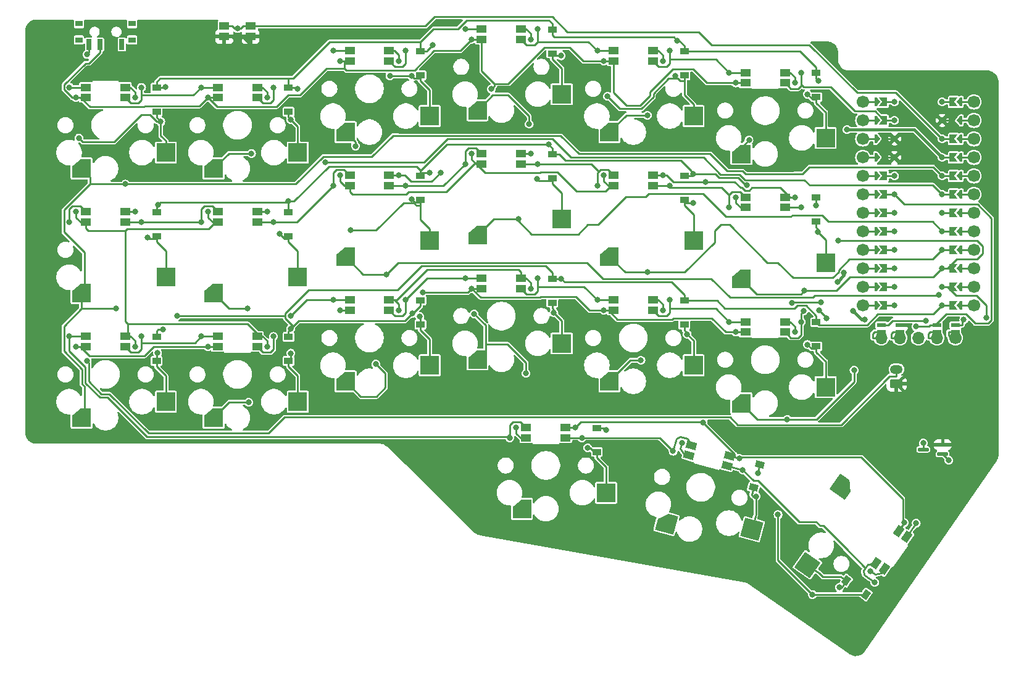
<source format=gbr>
%TF.GenerationSoftware,KiCad,Pcbnew,8.0.5*%
%TF.CreationDate,2024-11-11T15:34:28+00:00*%
%TF.ProjectId,kybd,6b796264-2e6b-4696-9361-645f70636258,v1.0.0*%
%TF.SameCoordinates,Original*%
%TF.FileFunction,Copper,L1,Top*%
%TF.FilePolarity,Positive*%
%FSLAX46Y46*%
G04 Gerber Fmt 4.6, Leading zero omitted, Abs format (unit mm)*
G04 Created by KiCad (PCBNEW 8.0.5) date 2024-11-11 15:34:28*
%MOMM*%
%LPD*%
G01*
G04 APERTURE LIST*
G04 Aperture macros list*
%AMRoundRect*
0 Rectangle with rounded corners*
0 $1 Rounding radius*
0 $2 $3 $4 $5 $6 $7 $8 $9 X,Y pos of 4 corners*
0 Add a 4 corners polygon primitive as box body*
4,1,4,$2,$3,$4,$5,$6,$7,$8,$9,$2,$3,0*
0 Add four circle primitives for the rounded corners*
1,1,$1+$1,$2,$3*
1,1,$1+$1,$4,$5*
1,1,$1+$1,$6,$7*
1,1,$1+$1,$8,$9*
0 Add four rect primitives between the rounded corners*
20,1,$1+$1,$2,$3,$4,$5,0*
20,1,$1+$1,$4,$5,$6,$7,0*
20,1,$1+$1,$6,$7,$8,$9,0*
20,1,$1+$1,$8,$9,$2,$3,0*%
%AMRotRect*
0 Rectangle, with rotation*
0 The origin of the aperture is its center*
0 $1 length*
0 $2 width*
0 $3 Rotation angle, in degrees counterclockwise*
0 Add horizontal line*
21,1,$1,$2,0,0,$3*%
%AMFreePoly0*
4,1,6,1.300000,-0.250000,0.050000,-1.300000,-1.300000,-1.300000,-1.300000,1.300000,1.300000,1.300000,1.300000,-0.250000,1.300000,-0.250000,$1*%
%AMFreePoly1*
4,1,6,0.500000,-0.625000,-0.650000,-0.625000,-0.150000,0.000000,-0.650000,0.625000,0.500000,0.625000,0.500000,-0.625000,0.500000,-0.625000,$1*%
%AMFreePoly2*
4,1,6,0.250000,0.000000,-0.250000,-0.625000,-0.500000,-0.625000,-0.500000,0.625000,-0.250000,0.625000,0.250000,0.000000,0.250000,0.000000,$1*%
G04 Aperture macros list end*
%TA.AperFunction,SMDPad,CuDef*%
%ADD10RotRect,0.900000X1.200000X255.000000*%
%TD*%
%TA.AperFunction,SMDPad,CuDef*%
%ADD11R,1.400000X1.050000*%
%TD*%
%TA.AperFunction,SMDPad,CuDef*%
%ADD12R,1.200000X0.900000*%
%TD*%
%TA.AperFunction,ConnectorPad*%
%ADD13FreePoly0,180.000000*%
%TD*%
%TA.AperFunction,SMDPad,CuDef*%
%ADD14R,2.600000X2.600000*%
%TD*%
%TA.AperFunction,ComponentPad*%
%ADD15O,1.700000X1.700000*%
%TD*%
%TA.AperFunction,ComponentPad*%
%ADD16C,1.700000*%
%TD*%
%TA.AperFunction,SMDPad,CuDef*%
%ADD17R,1.200000X0.600000*%
%TD*%
%TA.AperFunction,ConnectorPad*%
%ADD18FreePoly0,165.000000*%
%TD*%
%TA.AperFunction,SMDPad,CuDef*%
%ADD19RotRect,2.600000X2.600000X165.000000*%
%TD*%
%TA.AperFunction,ConnectorPad*%
%ADD20FreePoly0,55.000000*%
%TD*%
%TA.AperFunction,SMDPad,CuDef*%
%ADD21RotRect,2.600000X2.600000X55.000000*%
%TD*%
%TA.AperFunction,ComponentPad*%
%ADD22C,0.800000*%
%TD*%
%TA.AperFunction,SMDPad,CuDef*%
%ADD23FreePoly1,180.000000*%
%TD*%
%TA.AperFunction,SMDPad,CuDef*%
%ADD24FreePoly2,180.000000*%
%TD*%
%TA.AperFunction,SMDPad,CuDef*%
%ADD25FreePoly2,0.000000*%
%TD*%
%TA.AperFunction,SMDPad,CuDef*%
%ADD26FreePoly1,0.000000*%
%TD*%
%TA.AperFunction,SMDPad,CuDef*%
%ADD27RotRect,0.900000X1.200000X145.000000*%
%TD*%
%TA.AperFunction,ComponentPad*%
%ADD28RoundRect,0.240000X0.635000X-0.360000X0.635000X0.360000X-0.635000X0.360000X-0.635000X-0.360000X0*%
%TD*%
%TA.AperFunction,ComponentPad*%
%ADD29O,1.750000X1.200000*%
%TD*%
%TA.AperFunction,SMDPad,CuDef*%
%ADD30R,1.400000X1.000000*%
%TD*%
%TA.AperFunction,SMDPad,CuDef*%
%ADD31RotRect,1.400000X1.000000X235.000000*%
%TD*%
%TA.AperFunction,SMDPad,CuDef*%
%ADD32RotRect,1.400000X1.000000X165.000000*%
%TD*%
%TA.AperFunction,SMDPad,CuDef*%
%ADD33R,1.000000X0.800000*%
%TD*%
%TA.AperFunction,SMDPad,CuDef*%
%ADD34R,0.700000X1.500000*%
%TD*%
%TA.AperFunction,SMDPad,CuDef*%
%ADD35RoundRect,0.112500X0.637500X-0.112500X0.637500X0.112500X-0.637500X0.112500X-0.637500X-0.112500X0*%
%TD*%
%TA.AperFunction,ViaPad*%
%ADD36C,0.800000*%
%TD*%
%TA.AperFunction,Conductor*%
%ADD37C,0.254000*%
%TD*%
%TA.AperFunction,Conductor*%
%ADD38C,0.250000*%
%TD*%
%TA.AperFunction,Conductor*%
%ADD39C,0.381000*%
%TD*%
G04 APERTURE END LIST*
D10*
%TO.P,D20,1*%
%TO.N,P010*%
X164744350Y-87337222D03*
%TO.P,D20,2*%
%TO.N,home_thumb*%
X163890250Y-90524778D03*
%TD*%
D11*
%TO.P,SW1,1*%
%TO.N,GND*%
X91300000Y-28620000D03*
X94900000Y-28620000D03*
%TO.P,SW1,2*%
%TO.N,RST*%
X91300000Y-27180000D03*
X94900000Y-27180000D03*
%TD*%
D12*
%TO.P,D5,1*%
%TO.N,R2*%
X100100000Y-52750000D03*
%TO.P,D5,2*%
%TO.N,pinky_middle*%
X100100000Y-56050000D03*
%TD*%
%TO.P,D17,1*%
%TO.N,R2*%
X172500000Y-50750000D03*
%TO.P,D17,2*%
%TO.N,inner_middle*%
X172500000Y-54050000D03*
%TD*%
D13*
%TO.P,S20,1*%
%TO.N,N/C*%
X132125000Y-93450000D03*
D14*
%TO.P,S20,2*%
%TO.N,near_thumb*%
X143675000Y-91250000D03*
%TD*%
D13*
%TO.P,S10,1*%
%TO.N,C3*%
X107925000Y-41750000D03*
D14*
%TO.P,S10,2*%
%TO.N,ring_top*%
X119475000Y-39550000D03*
%TD*%
D13*
%TO.P,S8,1*%
%TO.N,C3*%
X107925000Y-75950000D03*
D14*
%TO.P,S8,2*%
%TO.N,ring_bottom*%
X119475000Y-73750000D03*
%TD*%
D12*
%TO.P,D19,1*%
%TO.N,P010*%
X142400000Y-82350000D03*
%TO.P,D19,2*%
%TO.N,near_thumb*%
X142400000Y-85650000D03*
%TD*%
D13*
%TO.P,S4,1*%
%TO.N,C1*%
X71725000Y-46750000D03*
D14*
%TO.P,S4,2*%
%TO.N,macro_top*%
X83275000Y-44550000D03*
%TD*%
D12*
%TO.P,D10,1*%
%TO.N,R3*%
X136300000Y-61850000D03*
%TO.P,D10,2*%
%TO.N,middle_bottom*%
X136300000Y-65150000D03*
%TD*%
%TO.P,D15,1*%
%TO.N,R1*%
X154400000Y-30650000D03*
%TO.P,D15,2*%
%TO.N,index_top*%
X154400000Y-33950000D03*
%TD*%
D13*
%TO.P,S14,1*%
%TO.N,C5*%
X144125000Y-75950000D03*
D14*
%TO.P,S14,2*%
%TO.N,index_bottom*%
X155675000Y-73750000D03*
%TD*%
D13*
%TO.P,S2,1*%
%TO.N,C1*%
X71725000Y-80950000D03*
D14*
%TO.P,S2,2*%
%TO.N,macro_bottom*%
X83275000Y-78750000D03*
%TD*%
D12*
%TO.P,D8,1*%
%TO.N,R2*%
X118200000Y-47750000D03*
%TO.P,D8,2*%
%TO.N,ring_middle*%
X118200000Y-51050000D03*
%TD*%
D13*
%TO.P,S5,1*%
%TO.N,C2*%
X89825000Y-80950000D03*
D14*
%TO.P,S5,2*%
%TO.N,pinky_bottom*%
X101375000Y-78750000D03*
%TD*%
D12*
%TO.P,D7,1*%
%TO.N,R3*%
X118200000Y-64850000D03*
%TO.P,D7,2*%
%TO.N,ring_bottom*%
X118200000Y-68150000D03*
%TD*%
D13*
%TO.P,S18,1*%
%TO.N,C6*%
X162225000Y-61850000D03*
D14*
%TO.P,S18,2*%
%TO.N,inner_middle*%
X173775000Y-59650000D03*
%TD*%
D12*
%TO.P,D4,1*%
%TO.N,R3*%
X100100000Y-69850000D03*
%TO.P,D4,2*%
%TO.N,pinky_bottom*%
X100100000Y-73150000D03*
%TD*%
D15*
%TO.P,DISP1,1*%
%TO.N,DISP1_1*%
X181420000Y-70000000D03*
%TO.P,DISP1,2*%
%TO.N,DISP1_2*%
X183960000Y-70000000D03*
%TO.P,DISP1,3*%
%TO.N,VCC*%
X186500000Y-70000000D03*
%TO.P,DISP1,4*%
%TO.N,DISP1_4*%
X189040000Y-70000000D03*
D16*
%TO.P,DISP1,5*%
%TO.N,DISP1_5*%
X191580000Y-70000000D03*
D17*
%TO.P,DISP1,10*%
%TO.N,DISP1_1*%
X181420000Y-69150000D03*
%TO.P,DISP1,11*%
%TO.N,DISP1_2*%
X183960000Y-69150000D03*
%TO.P,DISP1,12*%
%TO.N,DISP1_4*%
X189040000Y-69150000D03*
%TO.P,DISP1,13*%
%TO.N,DISP1_5*%
X191580000Y-69150000D03*
%TO.P,DISP1,14*%
%TO.N,CS*%
X181420000Y-68250000D03*
%TO.P,DISP1,15*%
%TO.N,GND*%
X183960000Y-68250000D03*
%TO.P,DISP1,16*%
%TO.N,SCK*%
X189040000Y-68250000D03*
%TO.P,DISP1,17*%
%TO.N,MOSI*%
X191580000Y-68250000D03*
%TD*%
D13*
%TO.P,S11,1*%
%TO.N,C4*%
X126025000Y-72950000D03*
D14*
%TO.P,S11,2*%
%TO.N,middle_bottom*%
X137575000Y-70750000D03*
%TD*%
D12*
%TO.P,D6,1*%
%TO.N,R1*%
X100100000Y-35650000D03*
%TO.P,D6,2*%
%TO.N,pinky_top*%
X100100000Y-38950000D03*
%TD*%
%TO.P,D1,1*%
%TO.N,R3*%
X82000000Y-69850000D03*
%TO.P,D1,2*%
%TO.N,macro_bottom*%
X82000000Y-73150000D03*
%TD*%
D13*
%TO.P,S17,1*%
%TO.N,C6*%
X162225000Y-78950000D03*
D14*
%TO.P,S17,2*%
%TO.N,inner_bottom*%
X173775000Y-76750000D03*
%TD*%
D13*
%TO.P,S6,1*%
%TO.N,C2*%
X89825000Y-63850000D03*
D14*
%TO.P,S6,2*%
%TO.N,pinky_middle*%
X101375000Y-61650000D03*
%TD*%
D13*
%TO.P,S15,1*%
%TO.N,C5*%
X144125000Y-58850000D03*
D14*
%TO.P,S15,2*%
%TO.N,index_middle*%
X155675000Y-56650000D03*
%TD*%
D12*
%TO.P,D13,1*%
%TO.N,R3*%
X154400000Y-64850000D03*
%TO.P,D13,2*%
%TO.N,index_bottom*%
X154400000Y-68150000D03*
%TD*%
D18*
%TO.P,S21,1*%
%TO.N,N/C*%
X151946620Y-95399626D03*
D19*
%TO.P,S21,2*%
%TO.N,home_thumb*%
X163672465Y-96263949D03*
%TD*%
D20*
%TO.P,S1,1*%
%TO.N,N/C*%
X176112308Y-90421997D03*
D21*
%TO.P,S1,2*%
%TO.N,far_thumb*%
X171289635Y-101145072D03*
%TD*%
D12*
%TO.P,D3,1*%
%TO.N,R1*%
X82000000Y-35650000D03*
%TO.P,D3,2*%
%TO.N,macro_top*%
X82000000Y-38950000D03*
%TD*%
D13*
%TO.P,S19,1*%
%TO.N,C6*%
X162225000Y-44750000D03*
D14*
%TO.P,S19,2*%
%TO.N,inner_top*%
X173775000Y-42550000D03*
%TD*%
D22*
%TO.P,MCU1,1*%
%TO.N,RAW*%
X189762000Y-37600000D03*
D23*
X191275000Y-37600000D03*
D24*
%TO.N,MCU1_1*%
X192000000Y-37600000D03*
D16*
X194120000Y-37600000D03*
D22*
%TO.P,MCU1,2*%
%TO.N,GND*%
X189762000Y-40140000D03*
D23*
X191275000Y-40140000D03*
D24*
%TO.N,MCU1_2*%
X192000000Y-40140000D03*
D16*
X194120000Y-40140000D03*
D22*
%TO.P,MCU1,3*%
%TO.N,RST*%
X189762000Y-42680000D03*
D23*
X191275000Y-42680000D03*
D24*
%TO.N,MCU1_3*%
X192000000Y-42680000D03*
D16*
X194120000Y-42680000D03*
D22*
%TO.P,MCU1,4*%
%TO.N,VCC*%
X189762000Y-45220000D03*
D23*
X191275000Y-45220000D03*
D24*
%TO.N,MCU1_4*%
X192000000Y-45220000D03*
D16*
X194120000Y-45220000D03*
D22*
%TO.P,MCU1,5*%
%TO.N,C1*%
X189762000Y-47760000D03*
D23*
X191275000Y-47760000D03*
D24*
%TO.N,MCU1_5*%
X192000000Y-47760000D03*
D16*
X194120000Y-47760000D03*
D22*
%TO.P,MCU1,6*%
%TO.N,C2*%
X189762000Y-50300000D03*
D23*
X191275000Y-50300000D03*
D24*
%TO.N,MCU1_6*%
X192000000Y-50300000D03*
D16*
X194120000Y-50300000D03*
D22*
%TO.P,MCU1,7*%
%TO.N,C3*%
X189762000Y-52840000D03*
D23*
X191275000Y-52840000D03*
D24*
%TO.N,MCU1_7*%
X192000000Y-52840000D03*
D16*
X194120000Y-52840000D03*
D22*
%TO.P,MCU1,8*%
%TO.N,C4*%
X189762000Y-55380000D03*
D23*
X191275000Y-55380000D03*
D24*
%TO.N,MCU1_8*%
X192000000Y-55380000D03*
D16*
X194120000Y-55380000D03*
D22*
%TO.P,MCU1,9*%
%TO.N,C5*%
X189762000Y-57920000D03*
D23*
X191275000Y-57920000D03*
D24*
%TO.N,MCU1_9*%
X192000000Y-57920000D03*
D16*
X194120000Y-57920000D03*
D22*
%TO.P,MCU1,10*%
%TO.N,C6*%
X189762000Y-60460000D03*
D23*
X191275000Y-60460000D03*
D24*
%TO.N,MCU1_10*%
X192000000Y-60460000D03*
D16*
X194120000Y-60460000D03*
D22*
%TO.P,MCU1,11*%
%TO.N,VRG*%
X189762000Y-63000000D03*
D23*
X191275000Y-63000000D03*
D24*
%TO.N,MCU1_11*%
X192000000Y-63000000D03*
D16*
X194120000Y-63000000D03*
D22*
%TO.P,MCU1,12*%
%TO.N,R3*%
X189762000Y-65540000D03*
D23*
X191275000Y-65540000D03*
D24*
%TO.N,MCU1_12*%
X192000000Y-65540000D03*
D16*
X194120000Y-65540000D03*
%TO.P,MCU1,13*%
%TO.N,MCU1_13*%
X178880000Y-65540000D03*
D25*
X181000000Y-65540000D03*
D16*
%TO.P,MCU1,14*%
%TO.N,MCU1_14*%
X178880000Y-63000000D03*
D25*
X181000000Y-63000000D03*
D16*
%TO.P,MCU1,15*%
%TO.N,MCU1_15*%
X178880000Y-60460000D03*
D25*
X181000000Y-60460000D03*
D16*
%TO.P,MCU1,16*%
%TO.N,MCU1_16*%
X178880000Y-57920000D03*
D25*
X181000000Y-57920000D03*
D16*
%TO.P,MCU1,17*%
%TO.N,MCU1_17*%
X178880000Y-55380000D03*
D25*
X181000000Y-55380000D03*
D16*
%TO.P,MCU1,18*%
%TO.N,MCU1_18*%
X178880000Y-52840000D03*
D25*
X181000000Y-52840000D03*
D16*
%TO.P,MCU1,19*%
%TO.N,MCU1_19*%
X178880000Y-50300000D03*
D25*
X181000000Y-50300000D03*
D16*
%TO.P,MCU1,20*%
%TO.N,MCU1_20*%
X178880000Y-47760000D03*
D25*
X181000000Y-47760000D03*
D16*
%TO.P,MCU1,21*%
%TO.N,MCU1_21*%
X178880000Y-45220000D03*
D25*
X181000000Y-45220000D03*
D16*
%TO.P,MCU1,22*%
%TO.N,MCU1_22*%
X178880000Y-42680000D03*
D25*
X181000000Y-42680000D03*
D16*
%TO.P,MCU1,23*%
%TO.N,MCU1_23*%
X178880000Y-40140000D03*
D25*
X181000000Y-40140000D03*
D16*
%TO.P,MCU1,24*%
%TO.N,MCU1_24*%
X178880000Y-37600000D03*
D25*
X181000000Y-37600000D03*
D26*
%TO.P,MCU1,113*%
%TO.N,R2*%
X181725000Y-65540000D03*
D22*
X183238000Y-65540000D03*
D26*
%TO.P,MCU1,114*%
%TO.N,R1*%
X181725000Y-63000000D03*
D22*
X183238000Y-63000000D03*
D26*
%TO.P,MCU1,115*%
%TO.N,NC4*%
X181725000Y-60460000D03*
D22*
X183238000Y-60460000D03*
D26*
%TO.P,MCU1,116*%
%TO.N,NC3*%
X181725000Y-57920000D03*
D22*
X183238000Y-57920000D03*
D26*
%TO.P,MCU1,117*%
%TO.N,NC2*%
X181725000Y-55380000D03*
D22*
X183238000Y-55380000D03*
D26*
%TO.P,MCU1,118*%
%TO.N,NC1*%
X181725000Y-52840000D03*
D22*
X183238000Y-52840000D03*
D26*
%TO.P,MCU1,119*%
%TO.N,SCK*%
X181725000Y-50300000D03*
D22*
X183238000Y-50300000D03*
D26*
%TO.P,MCU1,120*%
%TO.N,MOSI*%
X181725000Y-47760000D03*
D22*
X183238000Y-47760000D03*
D26*
%TO.P,MCU1,121*%
%TO.N,GND*%
X181725000Y-45220000D03*
D22*
X183238000Y-45220000D03*
D26*
%TO.P,MCU1,122*%
X181725000Y-42680000D03*
D22*
X183238000Y-42680000D03*
D26*
%TO.P,MCU1,123*%
%TO.N,RGB*%
X181725000Y-40140000D03*
D22*
X183238000Y-40140000D03*
D26*
%TO.P,MCU1,124*%
%TO.N,CS*%
X181725000Y-37600000D03*
D22*
X183238000Y-37600000D03*
%TD*%
D13*
%TO.P,S7,1*%
%TO.N,C2*%
X89825000Y-46750000D03*
D14*
%TO.P,S7,2*%
%TO.N,pinky_top*%
X101375000Y-44550000D03*
%TD*%
D27*
%TO.P,D21,1*%
%TO.N,P010*%
X179311401Y-105205501D03*
%TO.P,D21,2*%
%TO.N,far_thumb*%
X176608199Y-103312699D03*
%TD*%
D12*
%TO.P,D11,1*%
%TO.N,R2*%
X136300000Y-44750000D03*
%TO.P,D11,2*%
%TO.N,middle_middle*%
X136300000Y-48050000D03*
%TD*%
%TO.P,D16,1*%
%TO.N,R3*%
X172500000Y-67850000D03*
%TO.P,D16,2*%
%TO.N,inner_bottom*%
X172500000Y-71150000D03*
%TD*%
%TO.P,D18,1*%
%TO.N,R1*%
X172500000Y-33650000D03*
%TO.P,D18,2*%
%TO.N,inner_top*%
X172500000Y-36950000D03*
%TD*%
D28*
%TO.P,JST1,1*%
%TO.N,GND*%
X183500000Y-76300000D03*
D29*
%TO.P,JST1,2*%
%TO.N,BAT_P*%
X183500000Y-74300000D03*
%TD*%
D13*
%TO.P,S9,1*%
%TO.N,C3*%
X107925000Y-58850000D03*
D14*
%TO.P,S9,2*%
%TO.N,ring_middle*%
X119475000Y-56650000D03*
%TD*%
D12*
%TO.P,D14,1*%
%TO.N,R2*%
X154400000Y-47750000D03*
%TO.P,D14,2*%
%TO.N,index_middle*%
X154400000Y-51050000D03*
%TD*%
D13*
%TO.P,S12,1*%
%TO.N,C4*%
X126025000Y-55850000D03*
D14*
%TO.P,S12,2*%
%TO.N,middle_middle*%
X137575000Y-53650000D03*
%TD*%
D12*
%TO.P,D2,1*%
%TO.N,R2*%
X82000000Y-52750000D03*
%TO.P,D2,2*%
%TO.N,macro_middle*%
X82000000Y-56050000D03*
%TD*%
%TO.P,D12,1*%
%TO.N,R1*%
X136300000Y-27650000D03*
%TO.P,D12,2*%
%TO.N,middle_top*%
X136300000Y-30950000D03*
%TD*%
D13*
%TO.P,S16,1*%
%TO.N,C5*%
X144125000Y-41750000D03*
D14*
%TO.P,S16,2*%
%TO.N,index_top*%
X155675000Y-39550000D03*
%TD*%
D12*
%TO.P,D9,1*%
%TO.N,R1*%
X118200000Y-30650000D03*
%TO.P,D9,2*%
%TO.N,ring_top*%
X118200000Y-33950000D03*
%TD*%
D13*
%TO.P,S13,1*%
%TO.N,C4*%
X126025000Y-38750000D03*
D14*
%TO.P,S13,2*%
%TO.N,middle_top*%
X137575000Y-36550000D03*
%TD*%
D13*
%TO.P,S3,1*%
%TO.N,C1*%
X71725000Y-63850000D03*
D14*
%TO.P,S3,2*%
%TO.N,macro_middle*%
X83275000Y-61650000D03*
%TD*%
D30*
%TO.P,LED3,1*%
%TO.N,LED_DRAIN*%
X132000000Y-27600000D03*
%TO.P,LED3,2*%
%TO.N,RGB_3*%
X132000000Y-29000000D03*
%TO.P,LED3,3*%
%TO.N,RAW*%
X126600000Y-29000000D03*
%TO.P,LED3,4*%
%TO.N,RGB_4*%
X126600000Y-27600000D03*
%TD*%
%TO.P,LED1,1*%
%TO.N,LED_DRAIN*%
X168200000Y-33600000D03*
%TO.P,LED1,2*%
%TO.N,RGB*%
X168200000Y-35000000D03*
%TO.P,LED1,3*%
%TO.N,RAW*%
X162800000Y-35000000D03*
%TO.P,LED1,4*%
%TO.N,RGB_2*%
X162800000Y-33600000D03*
%TD*%
%TO.P,LED18,1*%
%TO.N,LED_DRAIN*%
X77700000Y-69800000D03*
%TO.P,LED18,2*%
%TO.N,RGB_18*%
X77700000Y-71200000D03*
%TO.P,LED18,3*%
%TO.N,RAW*%
X72300000Y-71200000D03*
%TO.P,LED18,4*%
%TO.N,RGB_19*%
X72300000Y-69800000D03*
%TD*%
%TO.P,LED15,1*%
%TO.N,LED_DRAIN*%
X132000000Y-61800000D03*
%TO.P,LED15,2*%
%TO.N,RGB_15*%
X132000000Y-63200000D03*
%TO.P,LED15,3*%
%TO.N,RAW*%
X126600000Y-63200000D03*
%TO.P,LED15,4*%
%TO.N,RGB_16*%
X126600000Y-61800000D03*
%TD*%
D31*
%TO.P,LED21,1*%
%TO.N,LED_DRAIN*%
X181818750Y-101711814D03*
%TO.P,LED21,2*%
%TO.N,RGB_21*%
X180671937Y-100908807D03*
%TO.P,LED21,3*%
%TO.N,RAW*%
X183769250Y-96485386D03*
%TO.P,LED21,4*%
%TO.N,RGB_22*%
X184916063Y-97288393D03*
%TD*%
D30*
%TO.P,LED6,1*%
%TO.N,LED_DRAIN*%
X77700000Y-35600000D03*
%TO.P,LED6,2*%
%TO.N,RGB_6*%
X77700000Y-37000000D03*
%TO.P,LED6,3*%
%TO.N,RAW*%
X72300000Y-37000000D03*
%TO.P,LED6,4*%
%TO.N,RGB_7*%
X72300000Y-35600000D03*
%TD*%
%TO.P,LED11,1*%
%TO.N,LED_DRAIN*%
X144700000Y-49100000D03*
%TO.P,LED11,2*%
%TO.N,RGB_11*%
X144700000Y-47700000D03*
%TO.P,LED11,3*%
%TO.N,RAW*%
X150100000Y-47700000D03*
%TO.P,LED11,4*%
%TO.N,RGB_12*%
X150100000Y-49100000D03*
%TD*%
D32*
%TO.P,LED20,1*%
%TO.N,LED_DRAIN*%
X155025527Y-86130637D03*
%TO.P,LED20,2*%
%TO.N,RGB_20*%
X155387874Y-84778340D03*
%TO.P,LED20,3*%
%TO.N,RAW*%
X160603873Y-86175963D03*
%TO.P,LED20,4*%
%TO.N,RGB_21*%
X160241526Y-87528260D03*
%TD*%
D30*
%TO.P,LED7,1*%
%TO.N,LED_DRAIN*%
X72300000Y-54100000D03*
%TO.P,LED7,2*%
%TO.N,RGB_7*%
X72300000Y-52700000D03*
%TO.P,LED7,3*%
%TO.N,RAW*%
X77700000Y-52700000D03*
%TO.P,LED7,4*%
%TO.N,RGB_8*%
X77700000Y-54100000D03*
%TD*%
%TO.P,LED17,1*%
%TO.N,LED_DRAIN*%
X95800000Y-69800000D03*
%TO.P,LED17,2*%
%TO.N,RGB_17*%
X95800000Y-71200000D03*
%TO.P,LED17,3*%
%TO.N,RAW*%
X90400000Y-71200000D03*
%TO.P,LED17,4*%
%TO.N,RGB_18*%
X90400000Y-69800000D03*
%TD*%
%TO.P,LED19,1*%
%TO.N,LED_DRAIN*%
X132700000Y-83700000D03*
%TO.P,LED19,2*%
%TO.N,RGB_19*%
X132700000Y-82300000D03*
%TO.P,LED19,3*%
%TO.N,RAW*%
X138100000Y-82300000D03*
%TO.P,LED19,4*%
%TO.N,RGB_20*%
X138100000Y-83700000D03*
%TD*%
%TO.P,LED9,1*%
%TO.N,LED_DRAIN*%
X108500000Y-49100000D03*
%TO.P,LED9,2*%
%TO.N,RGB_9*%
X108500000Y-47700000D03*
%TO.P,LED9,3*%
%TO.N,RAW*%
X113900000Y-47700000D03*
%TO.P,LED9,4*%
%TO.N,RGB_10*%
X113900000Y-49100000D03*
%TD*%
%TO.P,LED14,1*%
%TO.N,LED_DRAIN*%
X150100000Y-64800000D03*
%TO.P,LED14,2*%
%TO.N,RGB_14*%
X150100000Y-66200000D03*
%TO.P,LED14,3*%
%TO.N,RAW*%
X144700000Y-66200000D03*
%TO.P,LED14,4*%
%TO.N,RGB_15*%
X144700000Y-64800000D03*
%TD*%
%TO.P,LED5,1*%
%TO.N,LED_DRAIN*%
X95800000Y-35600000D03*
%TO.P,LED5,2*%
%TO.N,RGB_5*%
X95800000Y-37000000D03*
%TO.P,LED5,3*%
%TO.N,RAW*%
X90400000Y-37000000D03*
%TO.P,LED5,4*%
%TO.N,RGB_6*%
X90400000Y-35600000D03*
%TD*%
%TO.P,LED12,1*%
%TO.N,LED_DRAIN*%
X162800000Y-52100000D03*
%TO.P,LED12,2*%
%TO.N,RGB_12*%
X162800000Y-50700000D03*
%TO.P,LED12,3*%
%TO.N,RAW*%
X168200000Y-50700000D03*
%TO.P,LED12,4*%
%TO.N,RGB_13*%
X168200000Y-52100000D03*
%TD*%
%TO.P,LED10,1*%
%TO.N,LED_DRAIN*%
X126600000Y-46100000D03*
%TO.P,LED10,2*%
%TO.N,RGB_10*%
X126600000Y-44700000D03*
%TO.P,LED10,3*%
%TO.N,RAW*%
X132000000Y-44700000D03*
%TO.P,LED10,4*%
%TO.N,RGB_11*%
X132000000Y-46100000D03*
%TD*%
D33*
%TO.P,PWR1,*%
%TO.N,*%
X71350000Y-29085000D03*
X78650000Y-29085000D03*
X71350000Y-26875000D03*
X78650000Y-26875000D03*
D34*
%TO.P,PWR1,1*%
%TO.N,N/C*%
X77250000Y-29735000D03*
%TO.P,PWR1,2*%
%TO.N,RAW*%
X74250000Y-29735000D03*
%TO.P,PWR1,3*%
%TO.N,BAT_P*%
X72750000Y-29735000D03*
%TD*%
D30*
%TO.P,LED4,1*%
%TO.N,LED_DRAIN*%
X113900000Y-30600000D03*
%TO.P,LED4,2*%
%TO.N,RGB_4*%
X113900000Y-32000000D03*
%TO.P,LED4,3*%
%TO.N,RAW*%
X108500000Y-32000000D03*
%TO.P,LED4,4*%
%TO.N,RGB_5*%
X108500000Y-30600000D03*
%TD*%
D35*
%TO.P,D22,1*%
%TO.N,VRG*%
X189830000Y-85950000D03*
%TO.P,D22,2*%
%TO.N,GND*%
X189830000Y-84650000D03*
%TO.P,D22,3*%
%TO.N,LED_DRAIN*%
X187170000Y-85300000D03*
%TD*%
D30*
%TO.P,LED13,1*%
%TO.N,LED_DRAIN*%
X168200000Y-67800000D03*
%TO.P,LED13,2*%
%TO.N,RGB_13*%
X168200000Y-69200000D03*
%TO.P,LED13,3*%
%TO.N,RAW*%
X162800000Y-69200000D03*
%TO.P,LED13,4*%
%TO.N,RGB_14*%
X162800000Y-67800000D03*
%TD*%
%TO.P,LED8,1*%
%TO.N,LED_DRAIN*%
X90400000Y-54100000D03*
%TO.P,LED8,2*%
%TO.N,RGB_8*%
X90400000Y-52700000D03*
%TO.P,LED8,3*%
%TO.N,RAW*%
X95800000Y-52700000D03*
%TO.P,LED8,4*%
%TO.N,RGB_9*%
X95800000Y-54100000D03*
%TD*%
%TO.P,LED16,1*%
%TO.N,LED_DRAIN*%
X113900000Y-64800000D03*
%TO.P,LED16,2*%
%TO.N,RGB_16*%
X113900000Y-66200000D03*
%TO.P,LED16,3*%
%TO.N,RAW*%
X108500000Y-66200000D03*
%TO.P,LED16,4*%
%TO.N,RGB_17*%
X108500000Y-64800000D03*
%TD*%
%TO.P,LED2,1*%
%TO.N,LED_DRAIN*%
X150100000Y-30600000D03*
%TO.P,LED2,2*%
%TO.N,RGB_2*%
X150100000Y-32000000D03*
%TO.P,LED2,3*%
%TO.N,RAW*%
X144700000Y-32000000D03*
%TO.P,LED2,4*%
%TO.N,RGB_3*%
X144700000Y-30600000D03*
%TD*%
D36*
%TO.N,far_thumb*%
X175699000Y-104221900D03*
%TO.N,C1*%
X76466500Y-65984400D03*
X77733500Y-48891000D03*
%TO.N,macro_bottom*%
X82146900Y-72085200D03*
%TO.N,macro_middle*%
X80777600Y-56176700D03*
%TO.N,macro_top*%
X71346500Y-42554900D03*
X82579900Y-40310200D03*
%TO.N,C2*%
X94648300Y-78832900D03*
X105162800Y-45863000D03*
X95025900Y-44671300D03*
X94475900Y-65928700D03*
%TO.N,pinky_bottom*%
X100418800Y-72095100D03*
%TO.N,pinky_middle*%
X98887400Y-55740100D03*
%TO.N,pinky_top*%
X100417400Y-40046100D03*
%TO.N,C3*%
X112080600Y-73596000D03*
X189302600Y-64077100D03*
X113529300Y-61276600D03*
X109290500Y-43653100D03*
%TO.N,ring_bottom*%
X118122000Y-67068900D03*
%TO.N,ring_middle*%
X108614100Y-55219600D03*
X116984000Y-50956300D03*
%TO.N,ring_top*%
X116977300Y-34014300D03*
X114011700Y-34014300D03*
%TO.N,C4*%
X125577300Y-66702400D03*
X133121600Y-40660100D03*
X131650400Y-53648600D03*
X132681500Y-74856200D03*
%TO.N,middle_bottom*%
X136504900Y-66566200D03*
%TO.N,middle_middle*%
X134184500Y-48188100D03*
%TO.N,middle_top*%
X137505800Y-31274500D03*
%TO.N,C5*%
X148446600Y-73066700D03*
X149325100Y-60992700D03*
X149325100Y-39435900D03*
%TO.N,index_bottom*%
X154794200Y-69484300D03*
%TO.N,index_middle*%
X155616600Y-51439300D03*
%TO.N,index_top*%
X153166800Y-34073700D03*
X143857700Y-36848700D03*
%TO.N,C6*%
X163272200Y-42821900D03*
X170838900Y-63518800D03*
X177676800Y-74431800D03*
X168511400Y-81167700D03*
X172909600Y-66226900D03*
X173910600Y-67325900D03*
X175503900Y-56610500D03*
%TO.N,inner_bottom*%
X171283800Y-70904800D03*
%TO.N,inner_middle*%
X172711800Y-55466200D03*
%TO.N,inner_top*%
X171290700Y-36538000D03*
%TO.N,near_thumb*%
X141150700Y-85073600D03*
%TO.N,home_thumb*%
X164222900Y-91732600D03*
%TO.N,LED_DRAIN*%
X79060000Y-37000000D03*
X115260000Y-32000000D03*
X89040000Y-52700000D03*
X169560000Y-69200000D03*
X131340000Y-82300000D03*
X143340000Y-47700000D03*
X151460000Y-66200000D03*
X187170000Y-84429100D03*
X161440000Y-50700000D03*
X107140000Y-47700000D03*
X115260000Y-66200000D03*
X179892000Y-102023000D03*
X133360000Y-29000000D03*
X154074000Y-84426400D03*
X151460000Y-32000000D03*
X169560000Y-35000000D03*
X79060000Y-71200000D03*
X133360000Y-63200000D03*
X125240000Y-44700000D03*
X97160000Y-71200000D03*
X70940000Y-52700000D03*
X97160000Y-37000000D03*
%TO.N,RGB*%
X170450000Y-33600000D03*
%TO.N,RAW*%
X139460000Y-82300000D03*
X107140000Y-66200000D03*
X107140000Y-32000000D03*
X118513300Y-63729400D03*
X161440000Y-35000000D03*
X120965500Y-47302300D03*
X70940000Y-71200000D03*
X125240000Y-63200000D03*
X156963000Y-81622900D03*
X70940000Y-37000000D03*
X143340000Y-32000000D03*
X157342500Y-48586700D03*
X169560000Y-50700000D03*
X161440000Y-69200000D03*
X161918000Y-86528000D03*
X97160000Y-52700000D03*
X143340000Y-66200000D03*
X184549000Y-95371400D03*
X151460000Y-47700000D03*
X133360000Y-44700000D03*
X127938200Y-35844000D03*
X89040000Y-37000000D03*
X125240000Y-29000000D03*
X79060000Y-52700000D03*
X89040000Y-71200000D03*
X115260000Y-47700000D03*
%TO.N,RGB_2*%
X160550000Y-33600000D03*
X152350000Y-30600000D03*
%TO.N,RGB_3*%
X142450000Y-30600000D03*
X134250000Y-27600000D03*
%TO.N,RGB_4*%
X116150000Y-30600000D03*
X124350000Y-27600000D03*
%TO.N,RGB_5*%
X98050000Y-35600000D03*
X106250000Y-30600000D03*
%TO.N,RGB_6*%
X79950000Y-35600000D03*
X88150000Y-35600000D03*
%TO.N,RGB_7*%
X70050000Y-35600000D03*
X70050000Y-54100000D03*
%TO.N,RGB_8*%
X79950000Y-54100000D03*
X88150000Y-54100000D03*
%TO.N,RGB_9*%
X106250000Y-49100000D03*
X98050000Y-54100000D03*
%TO.N,RGB_10*%
X116150000Y-49100000D03*
X124350000Y-46100000D03*
%TO.N,RGB_11*%
X134250000Y-46100000D03*
X142450000Y-49100000D03*
%TO.N,RGB_12*%
X160550000Y-52100000D03*
X152350000Y-49100000D03*
%TO.N,RGB_13*%
X173134200Y-65114500D03*
X170450000Y-52100000D03*
X170787100Y-66264800D03*
X170450000Y-67800000D03*
X169131800Y-65194600D03*
%TO.N,RGB_14*%
X160550000Y-67800000D03*
X152350000Y-64800000D03*
%TO.N,RGB_15*%
X142450000Y-64800000D03*
X134250000Y-61800000D03*
%TO.N,RGB_16*%
X124350000Y-61800000D03*
X116150000Y-64800000D03*
%TO.N,RGB_17*%
X106250000Y-64800000D03*
X98050000Y-69800000D03*
X100412200Y-66985900D03*
%TO.N,RGB_18*%
X79950000Y-69800000D03*
X88150000Y-69800000D03*
%TO.N,RGB_19*%
X130450000Y-83700000D03*
X70050000Y-69800000D03*
%TO.N,RGB_20*%
X140350000Y-83700000D03*
X152852000Y-85548300D03*
%TO.N,RGB_21*%
X162415000Y-88110600D03*
X180528000Y-103555000D03*
%TO.N,RGB_22*%
X186207000Y-95445300D03*
%TO.N,R3*%
X84818000Y-66958600D03*
X100398600Y-68729700D03*
X117080000Y-66633400D03*
X82919500Y-68838700D03*
X137530700Y-61850000D03*
%TO.N,R2*%
X162982600Y-49047800D03*
X119449300Y-47360600D03*
X135825900Y-43447500D03*
X172500000Y-51828700D03*
X82170300Y-51687700D03*
X155614900Y-47463800D03*
X100100000Y-51198700D03*
%TO.N,R1*%
X153430500Y-29164900D03*
X83222300Y-35569700D03*
X101312000Y-35824200D03*
X172783900Y-34712600D03*
X119862900Y-29838700D03*
%TO.N,P010*%
X171955501Y-105205501D03*
X164478700Y-88555400D03*
X143628900Y-82650200D03*
X167250000Y-94250000D03*
%TO.N,GND*%
X93100000Y-29279200D03*
X103991100Y-35397300D03*
X100575500Y-33496500D03*
%TO.N,RST*%
X93100000Y-27542800D03*
%TO.N,VCC*%
X176301000Y-61044700D03*
X177518800Y-66276400D03*
X176707100Y-41410000D03*
X175393600Y-62312000D03*
X179155400Y-67486700D03*
%TO.N,CS*%
X187518400Y-67620200D03*
%TO.N,MOSI*%
X192734800Y-67499400D03*
%TO.N,SCK*%
X186191700Y-68449100D03*
%TO.N,VRG*%
X195801600Y-67230500D03*
X190678700Y-86798700D03*
%TO.N,BAT_P*%
X72472500Y-73173600D03*
X72468100Y-31095500D03*
%TD*%
D37*
%TO.N,far_thumb*%
X171289600Y-101145100D02*
X172859100Y-102244000D01*
X176608200Y-103312700D02*
X175836100Y-102772100D01*
X175996700Y-104186000D02*
X175734900Y-104186000D01*
X175836100Y-102772100D02*
X173387200Y-102772100D01*
X175734900Y-104186000D02*
X175699000Y-104221900D01*
X173387200Y-102772100D02*
X172859100Y-102244000D01*
X176608200Y-103312700D02*
X175996700Y-104186000D01*
%TO.N,C1*%
X188552100Y-46552100D02*
X171535100Y-46552100D01*
X71795400Y-74321500D02*
X69306100Y-71832200D01*
X137445300Y-42216900D02*
X114426300Y-42216900D01*
D38*
X191280000Y-47760000D02*
X191275000Y-47760000D01*
D37*
X72984900Y-48891000D02*
X72917600Y-48823700D01*
X69306100Y-71832200D02*
X69306100Y-68403300D01*
X72917600Y-48823700D02*
X72917600Y-47942600D01*
D38*
X191275000Y-47760000D02*
X189762000Y-47760000D01*
D37*
X71725000Y-65984400D02*
X76466500Y-65984400D01*
X162352700Y-47082300D02*
X160270000Y-47082300D01*
X101104500Y-48891000D02*
X77733500Y-48891000D01*
X72093700Y-58273900D02*
X69307100Y-55487300D01*
X72093200Y-80581800D02*
X72093200Y-76654500D01*
X71725000Y-80950000D02*
X72093200Y-80581800D01*
X189760000Y-47760000D02*
X188552100Y-46552100D01*
X104861100Y-45134300D02*
X101104500Y-48890900D01*
X101104500Y-48890900D02*
X101104500Y-48891000D01*
D38*
X189762000Y-47760000D02*
X189760000Y-47760000D01*
D37*
X72917600Y-47942600D02*
X71725000Y-46750000D01*
X69307100Y-52434200D02*
X72917600Y-48823700D01*
X72093200Y-76654500D02*
X71795400Y-76356700D01*
X111508900Y-45134300D02*
X104861100Y-45134300D01*
X77733500Y-48891000D02*
X72984900Y-48891000D01*
X139960800Y-44732400D02*
X137445300Y-42216900D01*
X160270000Y-47082300D02*
X157920100Y-44732400D01*
X69307100Y-55487300D02*
X69307100Y-52434200D01*
X71725000Y-65984400D02*
X71725000Y-63850000D01*
X170593700Y-47493500D02*
X162763900Y-47493500D01*
X162763900Y-47493500D02*
X162352700Y-47082300D01*
X114426300Y-42216900D02*
X111508900Y-45134300D01*
X71725000Y-63850000D02*
X72093700Y-63481300D01*
X69306100Y-68403300D02*
X71725000Y-65984400D01*
X71795400Y-76356700D02*
X71795400Y-74321500D01*
X72093700Y-63481300D02*
X72093700Y-58273900D01*
X171535100Y-46552100D02*
X170593700Y-47493500D01*
X157920100Y-44732400D02*
X139960800Y-44732400D01*
%TO.N,macro_bottom*%
X82000000Y-73150000D02*
X82000000Y-72232100D01*
X82000000Y-73474500D02*
X82000000Y-73150000D01*
X82000000Y-73928700D02*
X83275000Y-75203700D01*
X83275000Y-75203700D02*
X83275000Y-78750000D01*
X82000000Y-72232100D02*
X82146900Y-72085200D01*
X82000000Y-73474500D02*
X82000000Y-73928700D01*
%TO.N,macro_middle*%
X82000000Y-56374500D02*
X80975400Y-56374500D01*
X82000000Y-56828700D02*
X83275000Y-58103700D01*
X83275000Y-58103700D02*
X83275000Y-61650000D01*
X82000000Y-56374500D02*
X82000000Y-56828700D01*
X80975400Y-56374500D02*
X80777600Y-56176700D01*
X82000000Y-56050000D02*
X82000000Y-56374500D01*
%TO.N,macro_top*%
X83275000Y-42921300D02*
X82579900Y-42226200D01*
X82579900Y-40310200D02*
X82579900Y-40308600D01*
X82579900Y-40308600D02*
X82000000Y-39728700D01*
X82579900Y-42226200D02*
X82579900Y-40310200D01*
X81092300Y-39370400D02*
X79907800Y-39370400D01*
X82000000Y-38950000D02*
X82000000Y-39728700D01*
X79907800Y-39370400D02*
X76175700Y-43102500D01*
X76175700Y-43102500D02*
X71894100Y-43102500D01*
X71894100Y-43102500D02*
X71346500Y-42554900D01*
X82032100Y-40310200D02*
X81092300Y-39370400D01*
X82579900Y-40310200D02*
X82032100Y-40310200D01*
X83275000Y-44550000D02*
X83275000Y-42921300D01*
D38*
%TO.N,C2*%
X191275000Y-50300000D02*
X189762000Y-50300000D01*
X189762000Y-50300000D02*
X189760000Y-50300000D01*
D37*
X162756400Y-48319100D02*
X161975300Y-47538000D01*
X189760000Y-50300000D02*
X188490500Y-49030500D01*
X89825000Y-63850000D02*
X91903700Y-65928700D01*
X188490500Y-49030500D02*
X171572200Y-49030500D01*
X89825000Y-80950000D02*
X91942100Y-78832900D01*
X171572200Y-49030500D02*
X170860800Y-48319100D01*
X138808600Y-45188100D02*
X136293100Y-42672600D01*
X159373200Y-47538000D02*
X157023300Y-45188100D01*
X121920400Y-42672600D02*
X118730000Y-45863000D01*
X91903700Y-65928700D02*
X94475900Y-65928700D01*
X161975300Y-47538000D02*
X159373200Y-47538000D01*
X118730000Y-45863000D02*
X105162800Y-45863000D01*
X91942100Y-78832900D02*
X94648300Y-78832900D01*
X136293100Y-42672600D02*
X121920400Y-42672600D01*
X157023300Y-45188100D02*
X138808600Y-45188100D01*
X95025900Y-44671300D02*
X91903700Y-44671300D01*
X91903700Y-44671300D02*
X89825000Y-46750000D01*
X170860800Y-48319100D02*
X162756400Y-48319100D01*
D38*
X191280000Y-50300000D02*
X191275000Y-50300000D01*
D37*
%TO.N,pinky_bottom*%
X100418800Y-73155700D02*
X100418800Y-72095100D01*
X101375000Y-75203700D02*
X101375000Y-78750000D01*
X100100000Y-73474500D02*
X100418800Y-73155700D01*
X100100000Y-73928700D02*
X101375000Y-75203700D01*
X100100000Y-73474500D02*
X100100000Y-73928700D01*
X100100000Y-73150000D02*
X100100000Y-73474500D01*
%TO.N,pinky_middle*%
X101375000Y-58103700D02*
X101375000Y-61650000D01*
X100100000Y-56050000D02*
X100100000Y-56374500D01*
X100100000Y-56374500D02*
X99521800Y-56374500D01*
X99521800Y-56374500D02*
X98887400Y-55740100D01*
X100100000Y-56374500D02*
X100100000Y-56828700D01*
X100100000Y-56828700D02*
X101375000Y-58103700D01*
%TO.N,pinky_top*%
X100100000Y-38950000D02*
X100100000Y-39728700D01*
X100100000Y-39728700D02*
X100417400Y-40046100D01*
X101375000Y-41003700D02*
X101375000Y-44550000D01*
X100417400Y-40046100D02*
X101375000Y-41003700D01*
%TO.N,C3*%
X110351600Y-61276600D02*
X113529300Y-61276600D01*
X172277700Y-64193100D02*
X172011500Y-64459300D01*
D38*
X189762000Y-52840000D02*
X189760000Y-52840000D01*
D37*
X160663300Y-64459300D02*
X158054000Y-61850000D01*
X107925000Y-41750000D02*
X109290500Y-43115500D01*
X189186600Y-64193100D02*
X172277700Y-64193100D01*
X107925000Y-58850000D02*
X110351600Y-61276600D01*
X189302600Y-64077100D02*
X189186600Y-64193100D01*
X158054000Y-61850000D02*
X143275000Y-61850000D01*
X109290500Y-43115500D02*
X109290500Y-43653100D01*
X110003700Y-78028700D02*
X112143300Y-78028700D01*
X113352600Y-74868000D02*
X112080600Y-73596000D01*
X172011500Y-64459300D02*
X160663300Y-64459300D01*
X107925000Y-75950000D02*
X110003700Y-78028700D01*
X141082900Y-59657900D02*
X115148000Y-59657900D01*
X112143300Y-78028700D02*
X113352600Y-76819400D01*
D38*
X191275000Y-52840000D02*
X189762000Y-52840000D01*
X191280000Y-52840000D02*
X191275000Y-52840000D01*
D37*
X143275000Y-61850000D02*
X141082900Y-59657900D01*
X113352600Y-76819400D02*
X113352600Y-74868000D01*
X115148000Y-59657900D02*
X113529300Y-61276600D01*
%TO.N,ring_bottom*%
X119475000Y-70203700D02*
X119475000Y-73750000D01*
X118200000Y-67146900D02*
X118122000Y-67068900D01*
X118200000Y-68539300D02*
X118200000Y-68928700D01*
X118200000Y-68150000D02*
X118200000Y-67146900D01*
X118200000Y-68539300D02*
X118200000Y-68150000D01*
X118200000Y-68928700D02*
X119475000Y-70203700D01*
%TO.N,ring_middle*%
X118200000Y-53746300D02*
X118200000Y-51828700D01*
X118200000Y-51374500D02*
X118200000Y-51828700D01*
X112125300Y-55219600D02*
X108614100Y-55219600D01*
X117292300Y-51470400D02*
X115874500Y-51470400D01*
X117650600Y-51828700D02*
X117292300Y-51470400D01*
X117402200Y-51374500D02*
X116984000Y-50956300D01*
X115874500Y-51470400D02*
X112125300Y-55219600D01*
X119475000Y-56650000D02*
X119475000Y-55021300D01*
X118200000Y-51050000D02*
X118200000Y-51374500D01*
X118200000Y-51828700D02*
X117650600Y-51828700D01*
X118200000Y-51374500D02*
X117402200Y-51374500D01*
X119475000Y-55021300D02*
X118200000Y-53746300D01*
%TO.N,ring_top*%
X117302300Y-34339300D02*
X116977300Y-34014300D01*
X118200000Y-34728700D02*
X119475000Y-36003700D01*
X118200000Y-33950000D02*
X118200000Y-34339300D01*
X116977300Y-34014300D02*
X114011700Y-34014300D01*
X119475000Y-36003700D02*
X119475000Y-39550000D01*
X118200000Y-34339300D02*
X117302300Y-34339300D01*
X118200000Y-34339300D02*
X118200000Y-34728700D01*
D38*
%TO.N,C4*%
X191275000Y-55380000D02*
X189762000Y-55380000D01*
D37*
X169145500Y-53208900D02*
X173334200Y-53208900D01*
X141149600Y-54450400D02*
X142534500Y-54450400D01*
X130229300Y-36669400D02*
X133121600Y-39561700D01*
X133460600Y-55769600D02*
X139830400Y-55769600D01*
X128226400Y-53648600D02*
X131650400Y-53648600D01*
X126025000Y-38750000D02*
X128105600Y-36669400D01*
X132681500Y-73385600D02*
X132681500Y-74856200D01*
X149093000Y-50606800D02*
X149482700Y-50217100D01*
X127148100Y-70828900D02*
X127148100Y-68273200D01*
X127148100Y-71826900D02*
X127148100Y-70828900D01*
X169053700Y-53300700D02*
X169145500Y-53208900D01*
X128105600Y-36669400D02*
X130229300Y-36669400D01*
D38*
X189762000Y-55380000D02*
X189760000Y-55380000D01*
D37*
X130124800Y-70828900D02*
X132681500Y-73385600D01*
X127148100Y-68273200D02*
X125577300Y-66702400D01*
X149482700Y-50217100D02*
X156980100Y-50217100D01*
X126025000Y-72950000D02*
X127148100Y-71826900D01*
X174175700Y-54050400D02*
X188430400Y-54050400D01*
X160063700Y-53300700D02*
X169053700Y-53300700D01*
X126025000Y-55850000D02*
X128226400Y-53648600D01*
X146378100Y-50606800D02*
X149093000Y-50606800D01*
X188430400Y-54050400D02*
X189760000Y-55380000D01*
X142534500Y-54450400D02*
X146378100Y-50606800D01*
X133121600Y-39561700D02*
X133121600Y-40660100D01*
X173334200Y-53208900D02*
X174175700Y-54050400D01*
D38*
X191280000Y-55380000D02*
X191275000Y-55380000D01*
D37*
X131650400Y-53648600D02*
X131650400Y-53959400D01*
X131650400Y-53959400D02*
X133460600Y-55769600D01*
X156980100Y-50217100D02*
X160063700Y-53300700D01*
X127148100Y-70828900D02*
X130124800Y-70828900D01*
X139830400Y-55769600D02*
X141149600Y-54450400D01*
%TO.N,middle_bottom*%
X136300000Y-65928700D02*
X136504900Y-66133600D01*
X136504900Y-66133600D02*
X136504900Y-66566200D01*
X137575000Y-70750000D02*
X137575000Y-67636300D01*
X136300000Y-65150000D02*
X136300000Y-65928700D01*
X137575000Y-67636300D02*
X136504900Y-66566200D01*
%TO.N,middle_middle*%
X137575000Y-50103700D02*
X137575000Y-53650000D01*
X136300000Y-48439300D02*
X134435700Y-48439300D01*
X136300000Y-48828700D02*
X137575000Y-50103700D01*
X136300000Y-48439300D02*
X136300000Y-48828700D01*
X136300000Y-48050000D02*
X136300000Y-48439300D01*
X134435700Y-48439300D02*
X134184500Y-48188100D01*
%TO.N,middle_top*%
X137575000Y-33003700D02*
X137575000Y-36550000D01*
X136300000Y-31728700D02*
X137575000Y-33003700D01*
X136300000Y-31274500D02*
X136300000Y-31728700D01*
X136300000Y-31274500D02*
X137505800Y-31274500D01*
X136300000Y-30950000D02*
X136300000Y-31274500D01*
%TO.N,C5*%
X146439100Y-39435900D02*
X149325100Y-39435900D01*
X165786600Y-59664700D02*
X160592300Y-54470400D01*
X175564900Y-60944100D02*
X174779600Y-61729400D01*
X147008300Y-73066700D02*
X148446600Y-73066700D01*
X144125000Y-75950000D02*
X147008300Y-73066700D01*
X174779600Y-61729400D02*
X169306800Y-61729400D01*
X189760000Y-57920000D02*
X188490600Y-59189400D01*
X175564900Y-60692000D02*
X175564900Y-60944100D01*
X146267700Y-60992700D02*
X149325100Y-60992700D01*
D38*
X191280000Y-57920000D02*
X191275000Y-57920000D01*
D37*
X154429400Y-60992700D02*
X149325100Y-60992700D01*
X169306800Y-61729400D02*
X167242100Y-59664700D01*
X159407800Y-54470400D02*
X158570400Y-55307800D01*
X144125000Y-41750000D02*
X146439100Y-39435900D01*
X177067500Y-59189400D02*
X175564900Y-60692000D01*
X144125000Y-58850000D02*
X146267700Y-60992700D01*
X158570400Y-55307800D02*
X158570400Y-56851700D01*
D38*
X189762000Y-57920000D02*
X189760000Y-57920000D01*
D37*
X167242100Y-59664700D02*
X165786600Y-59664700D01*
D38*
X191275000Y-57920000D02*
X189762000Y-57920000D01*
D37*
X188490600Y-59189400D02*
X177067500Y-59189400D01*
X158570400Y-56851700D02*
X154429400Y-60992700D01*
X160592300Y-54470400D02*
X159407800Y-54470400D01*
%TO.N,index_bottom*%
X154400000Y-68928700D02*
X154794200Y-69322900D01*
X155675000Y-73750000D02*
X155675000Y-70365100D01*
X154400000Y-68150000D02*
X154400000Y-68928700D01*
X155675000Y-70365100D02*
X154794200Y-69484300D01*
X154794200Y-69322900D02*
X154794200Y-69484300D01*
%TO.N,index_middle*%
X154400000Y-51439300D02*
X155616600Y-51439300D01*
X155675000Y-53103700D02*
X155675000Y-56650000D01*
X154400000Y-51439300D02*
X154400000Y-51828700D01*
X154400000Y-51050000D02*
X154400000Y-51439300D01*
X154400000Y-51828700D02*
X155675000Y-53103700D01*
%TO.N,index_top*%
X153166800Y-34370400D02*
X153492300Y-34370400D01*
X153850600Y-34728700D02*
X154400000Y-34728700D01*
X154400000Y-36646300D02*
X154400000Y-34728700D01*
X152235200Y-34370400D02*
X153166800Y-34370400D01*
X148538700Y-38548900D02*
X150148900Y-36938700D01*
X154400000Y-33950000D02*
X154400000Y-34728700D01*
X145557900Y-38548900D02*
X148538700Y-38548900D01*
X155675000Y-39550000D02*
X155675000Y-37921300D01*
X153166800Y-34370400D02*
X153166800Y-34073700D01*
X143857700Y-36848700D02*
X145557900Y-38548900D01*
X153492300Y-34370400D02*
X153850600Y-34728700D01*
X150148900Y-36456700D02*
X152235200Y-34370400D01*
X150148900Y-36938700D02*
X150148900Y-36456700D01*
X155675000Y-37921300D02*
X154400000Y-36646300D01*
%TO.N,C6*%
X170391600Y-63966100D02*
X170838900Y-63518800D01*
X195309400Y-58410000D02*
X195309400Y-57394700D01*
X190518500Y-60460000D02*
X191789300Y-59189200D01*
D38*
X191280000Y-60460000D02*
X191275000Y-60460000D01*
X190518500Y-60460000D02*
X189762000Y-60460000D01*
D37*
X173910600Y-67227900D02*
X172909600Y-66226900D01*
X194525200Y-56610500D02*
X175503900Y-56610500D01*
D38*
X189762000Y-60460000D02*
X189760000Y-60460000D01*
D37*
X177676800Y-75992900D02*
X177676800Y-74431800D01*
D38*
X191275000Y-60460000D02*
X190518500Y-60460000D01*
D37*
X162225000Y-43869100D02*
X162225000Y-44750000D01*
X175217300Y-63518800D02*
X177092300Y-61643800D01*
X191789300Y-59189200D02*
X194530200Y-59189200D01*
X164442700Y-81167700D02*
X168511400Y-81167700D01*
X170838900Y-63518800D02*
X175217300Y-63518800D01*
X163272200Y-42821900D02*
X162225000Y-43869100D01*
X168511400Y-81167700D02*
X172502000Y-81167700D01*
X194530200Y-59189200D02*
X195309400Y-58410000D01*
X164341100Y-63966100D02*
X170391600Y-63966100D01*
X173910600Y-67325900D02*
X173910600Y-67227900D01*
X162225000Y-61850000D02*
X164341100Y-63966100D01*
X177092300Y-61643800D02*
X188576200Y-61643800D01*
X195309400Y-57394700D02*
X194525200Y-56610500D01*
X188576200Y-61643800D02*
X189760000Y-60460000D01*
X172502000Y-81167700D02*
X177676800Y-75992900D01*
X162225000Y-78950000D02*
X164442700Y-81167700D01*
%TO.N,inner_bottom*%
X172500000Y-71474500D02*
X172500000Y-71928700D01*
X172500000Y-71150000D02*
X172500000Y-71474500D01*
X172500000Y-71928700D02*
X173775000Y-73203700D01*
X173775000Y-73203700D02*
X173775000Y-76750000D01*
X171853500Y-71474500D02*
X171283800Y-70904800D01*
X172500000Y-71474500D02*
X171853500Y-71474500D01*
%TO.N,inner_middle*%
X173775000Y-59650000D02*
X173775000Y-56529400D01*
X172711800Y-55040500D02*
X172711800Y-55466200D01*
X173775000Y-56529400D02*
X172711800Y-55466200D01*
X172500000Y-54828700D02*
X172711800Y-55040500D01*
X172500000Y-54050000D02*
X172500000Y-54828700D01*
%TO.N,inner_top*%
X172027200Y-37274500D02*
X171290700Y-36538000D01*
X172500000Y-36950000D02*
X172500000Y-37274500D01*
X172500000Y-37274500D02*
X172027200Y-37274500D01*
X172500000Y-37274500D02*
X172500000Y-37728700D01*
X173775000Y-39003700D02*
X173775000Y-42550000D01*
X172500000Y-37728700D02*
X173775000Y-39003700D01*
%TO.N,near_thumb*%
X142400000Y-85650000D02*
X142400000Y-86039300D01*
X142400000Y-86039300D02*
X142400000Y-86428700D01*
X142400000Y-86428700D02*
X143675000Y-87703700D01*
X142400000Y-86039300D02*
X141434300Y-85073600D01*
X143675000Y-87703700D02*
X143675000Y-91250000D01*
X141434300Y-85073600D02*
X141150700Y-85073600D01*
%TO.N,home_thumb*%
X163624300Y-91517300D02*
X163839600Y-91732600D01*
X164206900Y-91732600D02*
X164222900Y-91732600D01*
X164206900Y-94269200D02*
X164207000Y-94269200D01*
X163890200Y-90524800D02*
X163624300Y-91517300D01*
X163672500Y-96263900D02*
X164207000Y-94269200D01*
X163839600Y-91732600D02*
X164206900Y-91732600D01*
X164206900Y-91732600D02*
X164206900Y-94269200D01*
%TO.N,LED_DRAIN*%
X77953000Y-55012900D02*
X77678700Y-55287200D01*
D38*
X181417000Y-102285000D02*
X180552000Y-102485000D01*
X96500000Y-35600000D02*
X97160000Y-36194100D01*
D37*
X89137100Y-55012900D02*
X77953000Y-55012900D01*
D38*
X131340000Y-83105900D02*
X131340000Y-82300000D01*
D37*
X116606800Y-49927200D02*
X121703900Y-49927200D01*
X119143200Y-60614000D02*
X131642700Y-60614000D01*
D38*
X153866000Y-85204800D02*
X154074000Y-84426400D01*
X162100000Y-52100000D02*
X161440000Y-51505900D01*
X151460000Y-31194100D02*
X151460000Y-32000000D01*
X133360000Y-62394100D02*
X133360000Y-63200000D01*
D37*
X96150000Y-69800000D02*
X96150000Y-69735100D01*
X121703900Y-49927200D02*
X125682500Y-45948600D01*
D38*
X132700000Y-61800000D02*
X133360000Y-62394100D01*
D37*
X90050000Y-54100000D02*
X89137100Y-55012900D01*
D38*
X96500000Y-69800000D02*
X97160000Y-70394100D01*
X154687500Y-86040100D02*
X154349000Y-85949500D01*
X79060000Y-36194100D02*
X79060000Y-37000000D01*
D37*
X114250000Y-64800000D02*
X114957200Y-64800000D01*
D38*
X107800000Y-49100000D02*
X107140000Y-48505900D01*
X144350000Y-49100000D02*
X144000000Y-49100000D01*
X90400000Y-54100000D02*
X90050000Y-54100000D01*
D37*
X132000000Y-61800000D02*
X132000000Y-60971300D01*
D38*
X115260000Y-65394100D02*
X115260000Y-66200000D01*
D37*
X116252000Y-50282000D02*
X116606800Y-49927200D01*
X78050000Y-68077100D02*
X77678700Y-67705800D01*
X187170000Y-85300000D02*
X187170000Y-84429100D01*
X181818800Y-101797700D02*
X181818800Y-101711800D01*
D38*
X125900000Y-46100000D02*
X125731800Y-45948600D01*
X89040000Y-53505900D02*
X89040000Y-52700000D01*
D37*
X108500000Y-49928700D02*
X108853300Y-50282000D01*
D38*
X132000000Y-83700000D02*
X131340000Y-83105900D01*
X150800000Y-30600000D02*
X151460000Y-31194100D01*
X181819000Y-101712000D02*
X181618000Y-101998500D01*
D37*
X134627400Y-47315800D02*
X134724400Y-47218800D01*
X134724400Y-47218800D02*
X136983700Y-47218800D01*
X108853300Y-50282000D02*
X116252000Y-50282000D01*
D38*
X132700000Y-83700000D02*
X132000000Y-83700000D01*
X96150000Y-69800000D02*
X96500000Y-69800000D01*
D37*
X78050000Y-69800000D02*
X78050000Y-68077100D01*
D38*
X144700000Y-49100000D02*
X144350000Y-49100000D01*
X113900000Y-64800000D02*
X114250000Y-64800000D01*
X97160000Y-36194100D02*
X97160000Y-37000000D01*
X143340000Y-48505900D02*
X143340000Y-47700000D01*
X97160000Y-70394100D02*
X97160000Y-71200000D01*
D37*
X154687500Y-86040100D02*
X154935000Y-86040100D01*
D38*
X71600000Y-54100000D02*
X70940000Y-53505900D01*
D37*
X72658500Y-55287200D02*
X72300000Y-54928700D01*
D38*
X72300000Y-54100000D02*
X71600000Y-54100000D01*
D37*
X94492000Y-68077100D02*
X78050000Y-68077100D01*
X125731800Y-45948600D02*
X127099000Y-47315800D01*
X136983700Y-47218800D02*
X139628200Y-49863300D01*
D38*
X132000000Y-61800000D02*
X132700000Y-61800000D01*
X161440000Y-51505900D02*
X161440000Y-50700000D01*
D37*
X108500000Y-49100000D02*
X108500000Y-49928700D01*
D38*
X132000000Y-27600000D02*
X132700000Y-27600000D01*
X150800000Y-64800000D02*
X151460000Y-65394100D01*
X113900000Y-30600000D02*
X114600000Y-30600000D01*
X77700000Y-69800000D02*
X78050000Y-69800000D01*
X90050000Y-54100000D02*
X89700000Y-54100000D01*
X126600000Y-46100000D02*
X125900000Y-46100000D01*
D37*
X125682500Y-45948600D02*
X125731800Y-45948600D01*
X143586700Y-49863300D02*
X144350000Y-49100000D01*
D38*
X155026000Y-86130700D02*
X154687500Y-86040100D01*
X169560000Y-68394100D02*
X169560000Y-69200000D01*
X168200000Y-33600000D02*
X168900000Y-33600000D01*
X114600000Y-30600000D02*
X115260000Y-31194100D01*
X125240000Y-45505900D02*
X125240000Y-44700000D01*
X95800000Y-69800000D02*
X96150000Y-69800000D01*
D37*
X77678700Y-55287200D02*
X72658500Y-55287200D01*
X77678700Y-67705800D02*
X77678700Y-55287200D01*
D38*
X168200000Y-67800000D02*
X168900000Y-67800000D01*
X150100000Y-30600000D02*
X150800000Y-30600000D01*
X144000000Y-49100000D02*
X143340000Y-48505900D01*
X125731800Y-45948600D02*
X125240000Y-45505900D01*
X77700000Y-35600000D02*
X78400000Y-35600000D01*
X114600000Y-64800000D02*
X115260000Y-65394100D01*
D37*
X131642700Y-60614000D02*
X132000000Y-60971300D01*
X72300000Y-54100000D02*
X72300000Y-54928700D01*
X139628200Y-49863300D02*
X143586700Y-49863300D01*
X96150000Y-69735100D02*
X94492000Y-68077100D01*
D38*
X78400000Y-35600000D02*
X79060000Y-36194100D01*
X169560000Y-34194100D02*
X169560000Y-35000000D01*
X89700000Y-54100000D02*
X89040000Y-53505900D01*
X154349000Y-85949500D02*
X153866000Y-85204800D01*
X168900000Y-67800000D02*
X169560000Y-68394100D01*
X150100000Y-64800000D02*
X150800000Y-64800000D01*
D37*
X181618000Y-101998500D02*
X181818800Y-101797700D01*
X114957200Y-64800000D02*
X119143200Y-60614000D01*
X127099000Y-47315800D02*
X134627400Y-47315800D01*
D38*
X151460000Y-65394100D02*
X151460000Y-66200000D01*
X168900000Y-33600000D02*
X169560000Y-34194100D01*
X95800000Y-35600000D02*
X96500000Y-35600000D01*
X115260000Y-31194100D02*
X115260000Y-32000000D01*
X107140000Y-48505900D02*
X107140000Y-47700000D01*
X162800000Y-52100000D02*
X162100000Y-52100000D01*
X70940000Y-53505900D02*
X70940000Y-52700000D01*
X108500000Y-49100000D02*
X107800000Y-49100000D01*
D37*
X154935000Y-86040100D02*
X155025500Y-86130600D01*
D38*
X132700000Y-27600000D02*
X133360000Y-28194100D01*
X78050000Y-69800000D02*
X78400000Y-69800000D01*
X114250000Y-64800000D02*
X114600000Y-64800000D01*
X180552000Y-102485000D02*
X179892000Y-102023000D01*
X78400000Y-69800000D02*
X79060000Y-70394100D01*
X133360000Y-28194100D02*
X133360000Y-29000000D01*
X79060000Y-70394100D02*
X79060000Y-71200000D01*
X181618000Y-101998500D02*
X181417000Y-102285000D01*
%TO.N,RGB*%
X181722500Y-40140000D02*
X181725000Y-40140000D01*
D37*
X181722500Y-40011300D02*
X181722500Y-40140000D01*
D38*
X181725000Y-40140000D02*
X183238000Y-40140000D01*
X168981000Y-35785000D02*
X170029000Y-35785000D01*
D37*
X170735900Y-35535900D02*
X174453800Y-35535900D01*
X170450000Y-35250000D02*
X170735900Y-35535900D01*
D38*
X170029000Y-35785000D02*
X170450000Y-35360000D01*
X181720000Y-40140000D02*
X181722500Y-40140000D01*
D37*
X174453800Y-35535900D02*
X177787900Y-38870000D01*
X180581200Y-38870000D02*
X181722500Y-40011300D01*
D38*
X170450000Y-35250000D02*
X170450000Y-33600000D01*
X183238000Y-40140000D02*
X183240000Y-40140000D01*
X168200000Y-35000000D02*
X168981000Y-35785000D01*
D37*
X177787900Y-38870000D02*
X180581200Y-38870000D01*
D38*
X170450000Y-35360000D02*
X170450000Y-35250000D01*
%TO.N,RAW*%
X90400000Y-71200000D02*
X89040000Y-71200000D01*
X191275000Y-37600000D02*
X189762000Y-37600000D01*
D37*
X117384700Y-33250400D02*
X120067700Y-30567400D01*
X116910800Y-48532300D02*
X119735500Y-48532300D01*
X151980600Y-47700000D02*
X151460000Y-47700000D01*
D38*
X77700000Y-52700000D02*
X79060000Y-52700000D01*
D37*
X143974300Y-66200000D02*
X145230600Y-67456300D01*
X135178900Y-30164300D02*
X138710200Y-30164300D01*
X107774300Y-33010000D02*
X107774300Y-32000000D01*
X80403700Y-38171300D02*
X87868700Y-38171300D01*
X128350100Y-35432100D02*
X128350100Y-35093200D01*
X158185300Y-67316000D02*
X160069300Y-69200000D01*
X146450100Y-38093200D02*
X144700000Y-36343100D01*
X145230600Y-67456300D02*
X152718700Y-67456300D01*
X140188700Y-81571300D02*
X156911400Y-81571300D01*
X139552700Y-64371300D02*
X141381400Y-66200000D01*
X152718700Y-67456300D02*
X152859000Y-67316000D01*
X70415000Y-37000000D02*
X69313200Y-35898200D01*
D38*
X126600000Y-63200000D02*
X125240000Y-63200000D01*
D37*
X134703700Y-64371300D02*
X139552700Y-64371300D01*
X160604000Y-86176000D02*
X160603900Y-86176000D01*
X157342500Y-48586700D02*
X152867300Y-48586700D01*
D38*
X143974300Y-66200000D02*
X143340000Y-66200000D01*
D37*
X74250000Y-29735000D02*
X74250000Y-30813700D01*
X69313200Y-35898200D02*
X69313200Y-35256900D01*
X125240000Y-63200000D02*
X126496400Y-64456400D01*
X126496400Y-64456400D02*
X134618600Y-64456400D01*
X87868700Y-38171300D02*
X89040000Y-37000000D01*
D38*
X107774300Y-32000000D02*
X107140000Y-32000000D01*
X72300000Y-37000000D02*
X71574300Y-37000000D01*
D37*
X80318700Y-72456300D02*
X81575000Y-71200000D01*
X127938200Y-35844000D02*
X128350100Y-35432100D01*
X149693200Y-36750000D02*
X148350000Y-38093200D01*
D38*
X72300000Y-71200000D02*
X71574300Y-71200000D01*
X108500000Y-66200000D02*
X107140000Y-66200000D01*
D37*
X126600000Y-33343100D02*
X128350100Y-35093200D01*
X69313200Y-35256900D02*
X72268800Y-32301300D01*
X160069300Y-69200000D02*
X161440000Y-69200000D01*
X71574300Y-71200000D02*
X72830600Y-72456300D01*
D38*
X184354000Y-95649900D02*
X184549000Y-95371400D01*
X168200000Y-50700000D02*
X168904300Y-50700000D01*
D37*
X72873100Y-38298800D02*
X80276200Y-38298800D01*
X107774300Y-33010000D02*
X108014700Y-33250400D01*
X149693200Y-36253600D02*
X149693200Y-36750000D01*
X162111400Y-49382400D02*
X162286800Y-49382400D01*
X148350000Y-38093200D02*
X146450100Y-38093200D01*
X90296300Y-38256300D02*
X98418700Y-38256300D01*
D38*
X144700000Y-32000000D02*
X143340000Y-32000000D01*
X132000000Y-44700000D02*
X133360000Y-44700000D01*
X150100000Y-47700000D02*
X151460000Y-47700000D01*
D37*
X89040000Y-37000000D02*
X90296300Y-38256300D01*
X161440000Y-35000000D02*
X157511400Y-35000000D01*
X161315700Y-48586700D02*
X162111400Y-49382400D01*
X123672600Y-30567400D02*
X125240000Y-29000000D01*
X157342500Y-48586700D02*
X161315700Y-48586700D01*
X134618600Y-64456400D02*
X134703700Y-64371300D01*
X152859000Y-67316000D02*
X158185300Y-67316000D01*
X118513300Y-63729400D02*
X124710600Y-63729400D01*
X105310900Y-33010000D02*
X107774300Y-33010000D01*
X157511400Y-35000000D02*
X155629300Y-33117900D01*
X167586700Y-49382400D02*
X168904300Y-50700000D01*
D38*
X161261000Y-86352000D02*
X161918000Y-86528000D01*
D37*
X162680900Y-49776500D02*
X163284400Y-49776500D01*
D38*
X184159000Y-95928400D02*
X184354000Y-95649900D01*
X113900000Y-47700000D02*
X115260000Y-47700000D01*
D37*
X140545900Y-32000000D02*
X143340000Y-32000000D01*
X184354000Y-92074400D02*
X178667400Y-86387800D01*
X163284400Y-49776500D02*
X163678500Y-49382400D01*
X120067700Y-30567400D02*
X123672600Y-30567400D01*
X128350100Y-35093200D02*
X130250000Y-35093200D01*
X178667400Y-86387800D02*
X162058200Y-86387800D01*
X126600000Y-29000000D02*
X126600000Y-33343100D01*
X101690900Y-36630000D02*
X105310900Y-33010000D01*
X130250000Y-35093200D02*
X135178900Y-30164300D01*
X163678500Y-49382400D02*
X167586700Y-49382400D01*
X156911400Y-81571300D02*
X156963000Y-81622900D01*
X138710200Y-30164300D02*
X140545900Y-32000000D01*
X115260000Y-47700000D02*
X116078500Y-47700000D01*
X161261000Y-85920900D02*
X161261000Y-86352000D01*
X70940000Y-37000000D02*
X70415000Y-37000000D01*
X100045000Y-36630000D02*
X101690900Y-36630000D01*
D38*
X138100000Y-82300000D02*
X139460000Y-82300000D01*
D37*
X162286800Y-49382400D02*
X162680900Y-49776500D01*
X119735500Y-48532300D02*
X120965500Y-47302300D01*
X139460000Y-82300000D02*
X140188700Y-81571300D01*
D38*
X71574300Y-71200000D02*
X70940000Y-71200000D01*
D37*
X72762400Y-32301300D02*
X74250000Y-30813700D01*
X184354000Y-95649900D02*
X184354000Y-92074400D01*
D38*
X144700000Y-66200000D02*
X143974300Y-66200000D01*
D37*
X80276200Y-38298800D02*
X80403700Y-38171300D01*
D38*
X126600000Y-29000000D02*
X125240000Y-29000000D01*
X71574300Y-37000000D02*
X70940000Y-37000000D01*
X95800000Y-52700000D02*
X97160000Y-52700000D01*
D37*
X81575000Y-71200000D02*
X89040000Y-71200000D01*
X156963000Y-81622900D02*
X161261000Y-85920900D01*
D38*
X189762000Y-37600000D02*
X189760000Y-37600000D01*
D37*
X71574300Y-37000000D02*
X72873100Y-38298800D01*
X183769200Y-96318200D02*
X183769200Y-96485400D01*
D38*
X162800000Y-69200000D02*
X161440000Y-69200000D01*
D37*
X152828900Y-33117900D02*
X149693200Y-36253600D01*
X72268800Y-32301300D02*
X72762400Y-32301300D01*
X162058200Y-86387800D02*
X161918000Y-86528000D01*
D38*
X191280000Y-37600000D02*
X191275000Y-37600000D01*
D37*
X141381400Y-66200000D02*
X143340000Y-66200000D01*
X124710600Y-63729400D02*
X125240000Y-63200000D01*
X98418700Y-38256300D02*
X100045000Y-36630000D01*
X116078500Y-47700000D02*
X116910800Y-48532300D01*
D38*
X160604000Y-86176000D02*
X161261000Y-86352000D01*
D37*
X72830600Y-72456300D02*
X80318700Y-72456300D01*
X108014700Y-33250400D02*
X117384700Y-33250400D01*
X155629300Y-33117900D02*
X152828900Y-33117900D01*
X144700000Y-36343100D02*
X144700000Y-32000000D01*
D38*
X108500000Y-32000000D02*
X107774300Y-32000000D01*
X162800000Y-35000000D02*
X161440000Y-35000000D01*
X183769000Y-96485400D02*
X184159000Y-95928400D01*
X168904300Y-50700000D02*
X169560000Y-50700000D01*
D37*
X184159000Y-95928400D02*
X183769200Y-96318200D01*
D38*
X90400000Y-37000000D02*
X89040000Y-37000000D01*
D37*
X152867300Y-48586700D02*
X151980600Y-47700000D01*
D38*
%TO.N,RGB_2*%
X160550000Y-33600000D02*
X162800000Y-33600000D01*
X152350000Y-31780000D02*
X152350000Y-30600000D01*
X151929000Y-32785000D02*
X152350000Y-32360000D01*
D37*
X158730000Y-31780000D02*
X160550000Y-33600000D01*
D38*
X150100000Y-32000000D02*
X150881000Y-32785000D01*
X150881000Y-32785000D02*
X151929000Y-32785000D01*
X152350000Y-32360000D02*
X152350000Y-31780000D01*
D37*
X152350000Y-31780000D02*
X158730000Y-31780000D01*
D38*
%TO.N,RGB_3*%
X134250000Y-29360000D02*
X134250000Y-27600000D01*
X133829000Y-29785000D02*
X134250000Y-29360000D01*
X132000000Y-29000000D02*
X132781000Y-29785000D01*
D37*
X142450000Y-30600000D02*
X141210000Y-29360000D01*
D38*
X142450000Y-30600000D02*
X144700000Y-30600000D01*
D37*
X141210000Y-29360000D02*
X134250000Y-29360000D01*
D38*
X132781000Y-29785000D02*
X133829000Y-29785000D01*
%TO.N,RGB_4*%
X114681000Y-32785000D02*
X115729000Y-32785000D01*
X113900000Y-32000000D02*
X114681000Y-32785000D01*
X124350000Y-27600000D02*
X126600000Y-27600000D01*
X115729000Y-32785000D02*
X116150000Y-32360000D01*
X116150000Y-32360000D02*
X116150000Y-30600000D01*
%TO.N,RGB_5*%
X95800000Y-37000000D02*
X96581000Y-37785000D01*
X97629000Y-37785000D02*
X98050000Y-37360000D01*
X106250000Y-30600000D02*
X108500000Y-30600000D01*
X98050000Y-37360000D02*
X98050000Y-35600000D01*
X96581000Y-37785000D02*
X97629000Y-37785000D01*
%TO.N,RGB_6*%
X88150000Y-35600000D02*
X90400000Y-35600000D01*
D37*
X79950000Y-36691400D02*
X87058600Y-36691400D01*
D38*
X77700000Y-37000000D02*
X78481000Y-37785000D01*
D37*
X87058600Y-36691400D02*
X88150000Y-35600000D01*
D38*
X79950000Y-36691400D02*
X79950000Y-35600000D01*
X79950000Y-37360000D02*
X79950000Y-36691400D01*
X78481000Y-37785000D02*
X79529000Y-37785000D01*
X79529000Y-37785000D02*
X79950000Y-37360000D01*
%TO.N,RGB_7*%
X72300000Y-52700000D02*
X71519000Y-51915000D01*
X70050000Y-35600000D02*
X72300000Y-35600000D01*
X71519000Y-51915000D02*
X70471000Y-51915000D01*
X70050000Y-52340000D02*
X70050000Y-54100000D01*
X70471000Y-51915000D02*
X70050000Y-52340000D01*
%TO.N,RGB_8*%
X89619000Y-51915000D02*
X88571000Y-51915000D01*
X88571000Y-51915000D02*
X88150000Y-52340000D01*
D37*
X88150000Y-54100000D02*
X79950000Y-54100000D01*
D38*
X88150000Y-52340000D02*
X88150000Y-54100000D01*
X79950000Y-54100000D02*
X77700000Y-54100000D01*
X90400000Y-52700000D02*
X89619000Y-51915000D01*
%TO.N,RGB_9*%
X98050000Y-54100000D02*
X95800000Y-54100000D01*
X106250000Y-47340000D02*
X106250000Y-49100000D01*
X107719000Y-46915000D02*
X106671000Y-46915000D01*
X108500000Y-47700000D02*
X107719000Y-46915000D01*
X106671000Y-46915000D02*
X106250000Y-47340000D01*
D37*
X101250000Y-54100000D02*
X106250000Y-49100000D01*
X98050000Y-54100000D02*
X101250000Y-54100000D01*
D38*
%TO.N,RGB_10*%
X124771000Y-43915000D02*
X124350000Y-44340000D01*
X116150000Y-49100000D02*
X113900000Y-49100000D01*
D37*
X121350000Y-49100000D02*
X124350000Y-46100000D01*
D38*
X126600000Y-44700000D02*
X125819000Y-43915000D01*
X124350000Y-44340000D02*
X124350000Y-46100000D01*
X125819000Y-43915000D02*
X124771000Y-43915000D01*
D37*
X116150000Y-49100000D02*
X121350000Y-49100000D01*
%TO.N,RGB_11*%
X141601900Y-46100000D02*
X142645000Y-47143100D01*
D38*
X134250000Y-46100000D02*
X132000000Y-46100000D01*
X142450000Y-47340000D02*
X142450000Y-49100000D01*
X142645000Y-47143100D02*
X142450000Y-47340000D01*
X144700000Y-47700000D02*
X143919000Y-46915000D01*
D37*
X134250000Y-46100000D02*
X141601900Y-46100000D01*
D38*
X142871000Y-46915000D02*
X142645000Y-47143100D01*
X143919000Y-46915000D02*
X142871000Y-46915000D01*
D37*
%TO.N,RGB_12*%
X152565400Y-49315400D02*
X159525400Y-49315400D01*
D38*
X162019000Y-49915000D02*
X160971000Y-49915000D01*
D37*
X159525400Y-49315400D02*
X160550000Y-50340000D01*
D38*
X160550000Y-50340000D02*
X160550000Y-52100000D01*
X160971000Y-49915000D02*
X160550000Y-50340000D01*
X152350000Y-49100000D02*
X150100000Y-49100000D01*
X162800000Y-50700000D02*
X162019000Y-49915000D01*
D37*
X152350000Y-49100000D02*
X152565400Y-49315400D01*
%TO.N,RGB_13*%
X173134200Y-65114500D02*
X171795400Y-65114500D01*
X171744000Y-65063100D02*
X169263300Y-65063100D01*
D38*
X170450000Y-52100000D02*
X168200000Y-52100000D01*
D37*
X170450000Y-67800000D02*
X170450000Y-66601900D01*
D38*
X168981000Y-69985000D02*
X170029000Y-69985000D01*
D37*
X170450000Y-66601900D02*
X170787100Y-66264800D01*
X169263300Y-65063100D02*
X169131800Y-65194600D01*
D38*
X170450000Y-69560000D02*
X170450000Y-67800000D01*
D37*
X171795400Y-65114500D02*
X171744000Y-65063100D01*
D38*
X170029000Y-69985000D02*
X170450000Y-69560000D01*
X168200000Y-69200000D02*
X168981000Y-69985000D01*
%TO.N,RGB_14*%
X160550000Y-67800000D02*
X162800000Y-67800000D01*
X152350000Y-65980000D02*
X152350000Y-64800000D01*
X150100000Y-66200000D02*
X150881000Y-66985000D01*
D37*
X158730000Y-65980000D02*
X160550000Y-67800000D01*
D38*
X152350000Y-66560000D02*
X152350000Y-65980000D01*
D37*
X152350000Y-65980000D02*
X158730000Y-65980000D01*
D38*
X151929000Y-66985000D02*
X152350000Y-66560000D01*
X150881000Y-66985000D02*
X151929000Y-66985000D01*
%TO.N,RGB_15*%
X142450000Y-64800000D02*
X144700000Y-64800000D01*
X132000000Y-63200000D02*
X132781000Y-63985000D01*
X133829000Y-63985000D02*
X134250000Y-63560000D01*
D37*
X134250000Y-62980000D02*
X140630000Y-62980000D01*
X140630000Y-62980000D02*
X142450000Y-64800000D01*
D38*
X134250000Y-62980000D02*
X134250000Y-61800000D01*
X132781000Y-63985000D02*
X133829000Y-63985000D01*
X134250000Y-63560000D02*
X134250000Y-62980000D01*
%TO.N,RGB_16*%
X116150000Y-66560000D02*
X116150000Y-64802200D01*
X113900000Y-66200000D02*
X114681000Y-66985000D01*
D37*
X116150000Y-64802200D02*
X119152200Y-61800000D01*
X119152200Y-61800000D02*
X124350000Y-61800000D01*
D38*
X114681000Y-66985000D02*
X115729000Y-66985000D01*
X115729000Y-66985000D02*
X116150000Y-66560000D01*
X124350000Y-61800000D02*
X126600000Y-61800000D01*
X116150000Y-64802200D02*
X116150000Y-64800000D01*
D37*
%TO.N,RGB_17*%
X100412200Y-66985900D02*
X102598100Y-64800000D01*
D38*
X106250000Y-64800000D02*
X108500000Y-64800000D01*
X95800000Y-71200000D02*
X96581000Y-71985000D01*
D37*
X102598100Y-64800000D02*
X106250000Y-64800000D01*
D38*
X96581000Y-71985000D02*
X97629000Y-71985000D01*
X98050000Y-71560000D02*
X98050000Y-69800000D01*
X97629000Y-71985000D02*
X98050000Y-71560000D01*
%TO.N,RGB_18*%
X79529000Y-71985000D02*
X79950000Y-71560000D01*
X79950000Y-70686500D02*
X79950000Y-69800000D01*
X88150000Y-69800000D02*
X90400000Y-69800000D01*
X79950000Y-71560000D02*
X79950000Y-70686500D01*
D37*
X79950000Y-70686500D02*
X87263500Y-70686500D01*
X87263500Y-70686500D02*
X88150000Y-69800000D01*
D38*
X78481000Y-71985000D02*
X79529000Y-71985000D01*
X77700000Y-71200000D02*
X78481000Y-71985000D01*
D37*
%TO.N,RGB_19*%
X130108200Y-83591800D02*
X130450000Y-83250000D01*
X72251000Y-73982500D02*
X72251100Y-73982500D01*
D38*
X70050000Y-69800000D02*
X72300000Y-69800000D01*
D37*
X75283000Y-78158200D02*
X80716600Y-83591800D01*
D38*
X132700000Y-82300000D02*
X131919000Y-81515000D01*
X130450000Y-81940000D02*
X130450000Y-83250000D01*
D37*
X80716600Y-83591800D02*
X130108200Y-83591800D01*
X72251100Y-76168000D02*
X74241300Y-78158200D01*
D38*
X130871000Y-81515000D02*
X130450000Y-81940000D01*
X131919000Y-81515000D02*
X130871000Y-81515000D01*
D37*
X72251100Y-73982500D02*
X72251100Y-76168000D01*
X70050000Y-71781500D02*
X72251000Y-73982500D01*
D38*
X130450000Y-83250000D02*
X130450000Y-83700000D01*
D37*
X70050000Y-69800000D02*
X70050000Y-71781500D01*
X74241300Y-78158200D02*
X75283000Y-78158200D01*
%TO.N,RGB_20*%
X140350000Y-83700000D02*
X151003700Y-83700000D01*
D38*
X154837000Y-83818000D02*
X153824000Y-83546700D01*
X140350000Y-83700000D02*
X138100000Y-83700000D01*
X155112500Y-84298200D02*
X154837000Y-83818000D01*
D37*
X155112500Y-84502900D02*
X155387900Y-84778300D01*
X151003700Y-83700000D02*
X152852000Y-85548300D01*
D38*
X153824000Y-83546700D02*
X153308000Y-83848300D01*
X155388000Y-84778400D02*
X155112500Y-84298200D01*
D37*
X155112500Y-84298200D02*
X155112500Y-84502900D01*
D38*
X153308000Y-83848300D02*
X152852000Y-85548300D01*
%TO.N,RGB_21*%
X179186000Y-101662600D02*
X178980000Y-101957000D01*
D37*
X172475900Y-95250600D02*
X170145600Y-95250600D01*
X160241500Y-87528300D02*
X160242000Y-87528300D01*
X180577200Y-101003500D02*
X180671900Y-100908800D01*
D38*
X180672000Y-100909000D02*
X180126500Y-101003500D01*
X180126500Y-101003500D02*
X179581000Y-101098000D01*
D37*
X176486600Y-98843200D02*
X176486600Y-98805600D01*
X179164800Y-101641500D02*
X179164800Y-101521400D01*
X179186000Y-101662600D02*
X179185900Y-101662600D01*
X164502600Y-89607600D02*
X164413400Y-89607600D01*
X163910500Y-89606100D02*
X162415000Y-88110600D01*
X180126500Y-101003500D02*
X180577200Y-101003500D01*
D38*
X162415000Y-88110600D02*
X160242000Y-87528300D01*
D37*
X170145600Y-95250600D02*
X164502600Y-89607600D01*
D38*
X179086000Y-102545000D02*
X180528000Y-103555000D01*
D37*
X179164800Y-101521400D02*
X176486600Y-98843200D01*
X173464500Y-95783500D02*
X173008800Y-95783500D01*
X164413400Y-89607600D02*
X164411900Y-89606100D01*
D38*
X179581000Y-101098000D02*
X179186000Y-101662600D01*
D37*
X176486600Y-98805600D02*
X173464500Y-95783500D01*
X164411900Y-89606100D02*
X163910500Y-89606100D01*
X173008800Y-95783500D02*
X172475900Y-95250600D01*
X179185900Y-101662600D02*
X179164800Y-101641500D01*
D38*
X178980000Y-101957000D02*
X179086000Y-102545000D01*
D37*
%TO.N,RGB_22*%
X184916100Y-97288400D02*
X184916000Y-97288400D01*
D38*
X186207000Y-95445300D02*
X184916000Y-97288400D01*
D37*
%TO.N,R3*%
X154400000Y-64850000D02*
X154400000Y-64071300D01*
X101480400Y-67647900D02*
X116065500Y-67647900D01*
X152634400Y-62305700D02*
X154400000Y-64071300D01*
X102874300Y-63437900D02*
X115030500Y-63437900D01*
X172500000Y-67850000D02*
X172500000Y-67071300D01*
X100100000Y-69071300D02*
X100398600Y-68772700D01*
X115030500Y-63437900D02*
X118354800Y-60113600D01*
X169495300Y-65924500D02*
X169893900Y-65525900D01*
D38*
X191275000Y-65540000D02*
X189762000Y-65540000D01*
D37*
X99660300Y-66958600D02*
X99660300Y-66651900D01*
X158894200Y-64850000D02*
X159968700Y-65924500D01*
X154400000Y-64850000D02*
X158894200Y-64850000D01*
X172500000Y-67850000D02*
X172865400Y-68215400D01*
X172865400Y-68215400D02*
X179457200Y-68215400D01*
X137530700Y-61850000D02*
X136300000Y-61850000D01*
D38*
X189762000Y-65540000D02*
X189760000Y-65540000D01*
D37*
X169893900Y-65525900D02*
X171078700Y-65525900D01*
X172500000Y-66947200D02*
X172500000Y-67071300D01*
X136300000Y-61850000D02*
X136300000Y-61071300D01*
X100398600Y-68772700D02*
X100398600Y-68729700D01*
X137530700Y-61850000D02*
X137986400Y-62305700D01*
X188582800Y-66717200D02*
X189760000Y-65540000D01*
X100761600Y-68366700D02*
X100398600Y-68729700D01*
X100100000Y-69850000D02*
X100100000Y-69071300D01*
X116065500Y-67647900D02*
X117080000Y-66633400D01*
X100761600Y-68366700D02*
X99660300Y-67265400D01*
X117080000Y-66633400D02*
X117195300Y-66633400D01*
X137986400Y-62305700D02*
X152634400Y-62305700D01*
X99660300Y-67265400D02*
X99660300Y-66958600D01*
X99660300Y-66651900D02*
X102874300Y-63437900D01*
X135342300Y-60113600D02*
X136300000Y-61071300D01*
X118354800Y-60113600D02*
X135342300Y-60113600D01*
X100761600Y-68366700D02*
X101480400Y-67647900D01*
X118200000Y-64850000D02*
X118200000Y-65628700D01*
X117195300Y-66633400D02*
X118200000Y-65628700D01*
X82919500Y-68838700D02*
X82232600Y-68838700D01*
X179457200Y-68215400D02*
X180955400Y-66717200D01*
X180955400Y-66717200D02*
X188582800Y-66717200D01*
X159968700Y-65924500D02*
X169495300Y-65924500D01*
X99660300Y-66958600D02*
X84818000Y-66958600D01*
X171078700Y-65525900D02*
X172500000Y-66947200D01*
D38*
X191280000Y-65540000D02*
X191275000Y-65540000D01*
D37*
X82000000Y-69850000D02*
X82000000Y-69071300D01*
X82232600Y-68838700D02*
X82000000Y-69071300D01*
%TO.N,R2*%
X162982600Y-49047800D02*
X162823100Y-49047800D01*
X82000000Y-52750000D02*
X82000000Y-51971300D01*
X155328700Y-47093600D02*
X155328700Y-47750000D01*
X135825900Y-43497200D02*
X136300000Y-43971300D01*
X82561300Y-51410000D02*
X82227000Y-51744300D01*
X161769000Y-47993700D02*
X159184300Y-47993700D01*
X136300000Y-44750000D02*
X136300000Y-43971300D01*
X162823100Y-49047800D02*
X161769000Y-47993700D01*
X82227000Y-51744300D02*
X82170300Y-51687700D01*
X172500000Y-51828700D02*
X172500000Y-50750000D01*
X82227000Y-51744300D02*
X82000000Y-51971300D01*
X100100000Y-51198700D02*
X100857600Y-51198700D01*
D38*
X181720000Y-65540000D02*
X181725000Y-65540000D01*
D37*
X100100000Y-51410000D02*
X82561300Y-51410000D01*
X105619900Y-46436400D02*
X117665100Y-46436400D01*
X154400000Y-47750000D02*
X155328700Y-47750000D01*
X137228700Y-44750000D02*
X138122500Y-45643800D01*
X117665100Y-46436400D02*
X118200000Y-46971300D01*
X100100000Y-51198700D02*
X100100000Y-51410000D01*
X118200000Y-47750000D02*
X118200000Y-47360600D01*
X136300000Y-44750000D02*
X137228700Y-44750000D01*
X118200000Y-47360600D02*
X118200000Y-46971300D01*
X118266200Y-46971300D02*
X121790000Y-43447500D01*
X153878900Y-45643800D02*
X155328700Y-47093600D01*
X121790000Y-43447500D02*
X135825900Y-43447500D01*
X118200000Y-47360600D02*
X119449300Y-47360600D01*
D38*
X183238000Y-65540000D02*
X183240000Y-65540000D01*
D37*
X159184300Y-47993700D02*
X158654400Y-47463800D01*
X155614900Y-47463800D02*
X155328700Y-47750000D01*
X158654400Y-47463800D02*
X155614900Y-47463800D01*
X138122500Y-45643800D02*
X153878900Y-45643800D01*
X100100000Y-52750000D02*
X100100000Y-51971300D01*
X118200000Y-46971300D02*
X118266200Y-46971300D01*
X100100000Y-51410000D02*
X100100000Y-51971300D01*
X135825900Y-43447500D02*
X135825900Y-43497200D01*
X100857600Y-51198700D02*
X105619900Y-46436400D01*
D38*
X181725000Y-65540000D02*
X183238000Y-65540000D01*
D37*
%TO.N,R1*%
X124521700Y-26397800D02*
X123319600Y-27599900D01*
X83009000Y-35569700D02*
X82928700Y-35650000D01*
X100100000Y-34393900D02*
X100708600Y-34393900D01*
X100100000Y-34393900D02*
X100100000Y-34871300D01*
X136300000Y-27939900D02*
X136300000Y-28428700D01*
X82000000Y-35650000D02*
X82928700Y-35650000D01*
X153430500Y-29164900D02*
X153693600Y-29164900D01*
X136300000Y-27939900D02*
X136300000Y-27650000D01*
X120003900Y-27600000D02*
X118200000Y-29403900D01*
X82000000Y-35650000D02*
X82000000Y-34871300D01*
X152951000Y-28685400D02*
X136556700Y-28685400D01*
X172500000Y-33650000D02*
X172500000Y-34428700D01*
X154400000Y-30650000D02*
X154400000Y-29871300D01*
X123319600Y-27600000D02*
X120003900Y-27600000D01*
X82477400Y-34393900D02*
X82000000Y-34871300D01*
X136300000Y-27650000D02*
X136300000Y-26871300D01*
X105698600Y-29403900D02*
X118200000Y-29403900D01*
X153430500Y-29164900D02*
X152951000Y-28685400D01*
X118200000Y-30650000D02*
X118200000Y-29871300D01*
X118200000Y-29403900D02*
X118200000Y-29871300D01*
X101202900Y-35824200D02*
X101312000Y-35824200D01*
X172500000Y-33650000D02*
X172500000Y-32871300D01*
X100100000Y-34393900D02*
X82477400Y-34393900D01*
X100708600Y-34393900D02*
X105698600Y-29403900D01*
X123319600Y-27599900D02*
X123319600Y-27600000D01*
X135826500Y-26397800D02*
X124521700Y-26397800D01*
X119128700Y-30572900D02*
X119128700Y-30650000D01*
X100100000Y-35650000D02*
X100100000Y-34871300D01*
D38*
X181720000Y-63000000D02*
X181725000Y-63000000D01*
D37*
X172500000Y-34428700D02*
X172783900Y-34712600D01*
X101028700Y-35650000D02*
X101202900Y-35824200D01*
X83222300Y-35569700D02*
X83009000Y-35569700D01*
X153693600Y-29164900D02*
X154400000Y-29871300D01*
X100100000Y-35650000D02*
X101028700Y-35650000D01*
X136300000Y-26871300D02*
X135826500Y-26397800D01*
X119862900Y-29838700D02*
X119128700Y-30572900D01*
D38*
X181725000Y-63000000D02*
X183238000Y-63000000D01*
D37*
X170278700Y-30650000D02*
X154400000Y-30650000D01*
D38*
X183238000Y-63000000D02*
X183240000Y-63000000D01*
D37*
X136556700Y-28685400D02*
X136300000Y-28428700D01*
X118200000Y-30650000D02*
X119128700Y-30650000D01*
X172500000Y-32871300D02*
X170278700Y-30650000D01*
%TO.N,P010*%
X164744400Y-87337200D02*
X164478400Y-88329800D01*
X143328700Y-82350000D02*
X143628900Y-82650200D01*
X142400000Y-82350000D02*
X143328700Y-82350000D01*
X164478700Y-88330000D02*
X164478500Y-88329800D01*
X167250000Y-100500000D02*
X167250000Y-94250000D01*
X164478700Y-88555400D02*
X164478700Y-88330000D01*
X179311401Y-105205501D02*
X171955501Y-105205501D01*
X164478500Y-88329800D02*
X164478400Y-88329800D01*
X171955501Y-105205501D02*
X167250000Y-100500000D01*
D39*
%TO.N,GND*%
X190140318Y-74570000D02*
X196979300Y-67731018D01*
X180673300Y-43950000D02*
X178250000Y-43950000D01*
D38*
X191275000Y-40140000D02*
X189762000Y-40140000D01*
D39*
X93100000Y-29279200D02*
X93051400Y-29279200D01*
D38*
X189762000Y-40140000D02*
X189760000Y-40140000D01*
D39*
X93051400Y-29279200D02*
X92392200Y-28620000D01*
D38*
X183238000Y-42680000D02*
X183240000Y-42680000D01*
D39*
X196979300Y-43729300D02*
X194689500Y-41439500D01*
X158135100Y-44213200D02*
X142057100Y-44213200D01*
X176857000Y-45343000D02*
X170864700Y-45343000D01*
X115318200Y-41697700D02*
X113041900Y-39421400D01*
X183960000Y-68250000D02*
X184952200Y-68250000D01*
X191689500Y-41439500D02*
X191275000Y-41025000D01*
X111433100Y-39421400D02*
X106318600Y-34306900D01*
X170864700Y-45343000D02*
X169254100Y-46953600D01*
D38*
X181725000Y-42680000D02*
X183238000Y-42680000D01*
D39*
X189830000Y-84650000D02*
X189830000Y-82630000D01*
D38*
X181725000Y-45220000D02*
X183238000Y-45220000D01*
D39*
X189830000Y-82630000D02*
X183500000Y-76300000D01*
X98684300Y-33496500D02*
X100575500Y-33496500D01*
X142057100Y-44213200D02*
X139541600Y-41697700D01*
X196979300Y-67731018D02*
X196979300Y-43729300D01*
X185230000Y-74570000D02*
X190140318Y-74570000D01*
X160485000Y-46563100D02*
X158135100Y-44213200D01*
X178250000Y-43950000D02*
X176857000Y-45343000D01*
X91300000Y-28620000D02*
X92392200Y-28620000D01*
X113041900Y-39421400D02*
X111433100Y-39421400D01*
X94900000Y-28620000D02*
X93807800Y-28620000D01*
X93807800Y-28620000D02*
X98684300Y-33496500D01*
X184952200Y-68250000D02*
X185230000Y-68527800D01*
X185230000Y-68527800D02*
X185230000Y-74570000D01*
X169254100Y-46953600D02*
X163065500Y-46953600D01*
X93148600Y-29279200D02*
X93100000Y-29279200D01*
X105081500Y-34306900D02*
X103991100Y-35397300D01*
D38*
X181725000Y-45220000D02*
X181725000Y-42680000D01*
D39*
X185230000Y-74570000D02*
X183500000Y-76300000D01*
X181720000Y-42903300D02*
X180673300Y-43950000D01*
X162675000Y-46563100D02*
X160485000Y-46563100D01*
D38*
X181720000Y-45220000D02*
X181725000Y-45220000D01*
D39*
X106318600Y-34306900D02*
X105081500Y-34306900D01*
D38*
X181720000Y-42680000D02*
X181725000Y-42680000D01*
D39*
X191275000Y-41025000D02*
X191275000Y-40140000D01*
X181720000Y-42680000D02*
X181720000Y-42903300D01*
X139541600Y-41697700D02*
X115318200Y-41697700D01*
X163065500Y-46953600D02*
X162675000Y-46563100D01*
D38*
X191280000Y-40140000D02*
X191275000Y-40140000D01*
D39*
X194689500Y-41439500D02*
X191689500Y-41439500D01*
D38*
X183238000Y-45220000D02*
X183240000Y-45220000D01*
D39*
X93807800Y-28620000D02*
X93148600Y-29279200D01*
D37*
%TO.N,RST*%
X189761000Y-42680000D02*
X183420000Y-36339000D01*
X178089000Y-36339000D02*
X171520800Y-29770800D01*
X171520800Y-29770800D02*
X158155200Y-29770800D01*
D38*
X191275000Y-42680000D02*
X189762000Y-42680000D01*
X189761000Y-42680000D02*
X189760000Y-42680000D01*
D37*
X120117900Y-25942100D02*
X118880000Y-27180000D01*
X93871300Y-27180000D02*
X93508500Y-27542800D01*
X138352800Y-28002800D02*
X136292100Y-25942100D01*
X156387200Y-28002800D02*
X138352800Y-28002800D01*
X94385700Y-27180000D02*
X93871300Y-27180000D01*
D38*
X189762000Y-42680000D02*
X189761000Y-42680000D01*
D37*
X118880000Y-27180000D02*
X94900000Y-27180000D01*
X136292100Y-25942100D02*
X120117900Y-25942100D01*
X158155200Y-29770800D02*
X156387200Y-28002800D01*
X92691500Y-27542800D02*
X92328700Y-27180000D01*
D38*
X191280000Y-42680000D02*
X191275000Y-42680000D01*
D37*
X94385700Y-27180000D02*
X94900000Y-27180000D01*
X93100000Y-27542800D02*
X92691500Y-27542800D01*
X91300000Y-27180000D02*
X92328700Y-27180000D01*
X183420000Y-36339000D02*
X178089000Y-36339000D01*
X93508500Y-27542800D02*
X93100000Y-27542800D01*
D39*
%TO.N,VCC*%
X185950000Y-41410000D02*
X176707100Y-41410000D01*
X176301000Y-61404600D02*
X175393600Y-62312000D01*
X178729100Y-67486700D02*
X179155400Y-67486700D01*
X189760000Y-45220000D02*
X185950000Y-41410000D01*
D38*
X191280000Y-45220000D02*
X191275000Y-45220000D01*
X191275000Y-45220000D02*
X189762000Y-45220000D01*
D39*
X177518800Y-66276400D02*
X178729100Y-67486700D01*
X176301000Y-61044700D02*
X176301000Y-61404600D01*
D38*
X189762000Y-45220000D02*
X189760000Y-45220000D01*
%TO.N,CS*%
X181725000Y-37600000D02*
X183238000Y-37600000D01*
D37*
X182348700Y-68250000D02*
X182978500Y-67620200D01*
D38*
X181720000Y-37600000D02*
X181725000Y-37600000D01*
X183238000Y-37600000D02*
X183240000Y-37600000D01*
D37*
X182978500Y-67620200D02*
X187518400Y-67620200D01*
X181420000Y-68250000D02*
X182348700Y-68250000D01*
%TO.N,MOSI*%
X191580000Y-68250000D02*
X192508700Y-68250000D01*
D38*
X181725000Y-47760000D02*
X183238000Y-47760000D01*
X181720000Y-47760000D02*
X181725000Y-47760000D01*
D37*
X192508700Y-68250000D02*
X192508700Y-67725500D01*
D38*
X183238000Y-47760000D02*
X183240000Y-47760000D01*
D37*
X192508700Y-67725500D02*
X192734800Y-67499400D01*
%TO.N,SCK*%
X193027800Y-66742200D02*
X190315700Y-66742200D01*
X183240000Y-50300000D02*
X184590400Y-51650400D01*
X189040000Y-68250000D02*
X188807900Y-68250000D01*
X184590400Y-51650400D02*
X194621700Y-51650400D01*
X196533300Y-67548400D02*
X196079100Y-68002600D01*
X190315700Y-66742200D02*
X188807900Y-68250000D01*
D38*
X181720000Y-50300000D02*
X181725000Y-50300000D01*
D37*
X196533300Y-53592000D02*
X196533300Y-67548400D01*
X194621700Y-51650400D02*
X196534800Y-53563500D01*
X196534800Y-53563500D02*
X196534800Y-53590500D01*
X188807900Y-68250000D02*
X188111300Y-68250000D01*
X196079100Y-68002600D02*
X194288200Y-68002600D01*
X194288200Y-68002600D02*
X193027800Y-66742200D01*
D38*
X183238000Y-50300000D02*
X183240000Y-50300000D01*
X181725000Y-50300000D02*
X183238000Y-50300000D01*
D37*
X187912200Y-68449100D02*
X188111300Y-68250000D01*
X186191700Y-68449100D02*
X187912200Y-68449100D01*
X196534800Y-53590500D02*
X196533300Y-53592000D01*
D38*
%TO.N,NC1*%
X181720000Y-52840000D02*
X181725000Y-52840000D01*
X183238000Y-52840000D02*
X183240000Y-52840000D01*
X181725000Y-52840000D02*
X183238000Y-52840000D01*
%TO.N,NC2*%
X181720000Y-55380000D02*
X181725000Y-55380000D01*
X181725000Y-55380000D02*
X183238000Y-55380000D01*
X183238000Y-55380000D02*
X183240000Y-55380000D01*
%TO.N,NC3*%
X181725000Y-57920000D02*
X183238000Y-57920000D01*
X183238000Y-57920000D02*
X183240000Y-57920000D01*
X181720000Y-57920000D02*
X181725000Y-57920000D01*
%TO.N,NC4*%
X181725000Y-60460000D02*
X183238000Y-60460000D01*
X183238000Y-60460000D02*
X183240000Y-60460000D01*
X181720000Y-60460000D02*
X181725000Y-60460000D01*
D37*
%TO.N,VRG*%
X191697200Y-64178700D02*
X194456300Y-64178700D01*
X189830000Y-85950000D02*
X190678700Y-86798700D01*
D38*
X191275000Y-63000000D02*
X190518500Y-63000000D01*
X190518500Y-63000000D02*
X189762000Y-63000000D01*
D37*
X190518500Y-63000000D02*
X191697200Y-64178700D01*
X194456300Y-64178700D02*
X195801600Y-65524000D01*
D38*
X189762000Y-63000000D02*
X189760000Y-63000000D01*
X191280000Y-63000000D02*
X191275000Y-63000000D01*
D37*
X195801600Y-65524000D02*
X195801600Y-67230500D01*
D38*
%TO.N,MCU1_24*%
X178880000Y-37600000D02*
X181000000Y-37600000D01*
%TO.N,MCU1_1*%
X192000000Y-37600000D02*
X194120000Y-37600000D01*
%TO.N,MCU1_23*%
X178880000Y-40140000D02*
X181000000Y-40140000D01*
%TO.N,MCU1_2*%
X192000000Y-40140000D02*
X194120000Y-40140000D01*
%TO.N,MCU1_22*%
X178880000Y-42680000D02*
X181000000Y-42680000D01*
%TO.N,MCU1_3*%
X192000000Y-42680000D02*
X194120000Y-42680000D01*
%TO.N,MCU1_21*%
X178880000Y-45220000D02*
X181000000Y-45220000D01*
%TO.N,MCU1_4*%
X192000000Y-45220000D02*
X194120000Y-45220000D01*
%TO.N,MCU1_20*%
X178880000Y-47760000D02*
X181000000Y-47760000D01*
%TO.N,MCU1_5*%
X192000000Y-47760000D02*
X194120000Y-47760000D01*
%TO.N,MCU1_19*%
X178880000Y-50300000D02*
X181000000Y-50300000D01*
%TO.N,MCU1_6*%
X192000000Y-50300000D02*
X194120000Y-50300000D01*
%TO.N,MCU1_18*%
X178880000Y-52840000D02*
X181000000Y-52840000D01*
%TO.N,MCU1_7*%
X192000000Y-52840000D02*
X194120000Y-52840000D01*
%TO.N,MCU1_17*%
X178880000Y-55380000D02*
X181000000Y-55380000D01*
%TO.N,MCU1_8*%
X192000000Y-55380000D02*
X194120000Y-55380000D01*
%TO.N,MCU1_16*%
X178880000Y-57920000D02*
X181000000Y-57920000D01*
%TO.N,MCU1_9*%
X192000000Y-57920000D02*
X194120000Y-57920000D01*
%TO.N,MCU1_15*%
X178880000Y-60460000D02*
X181000000Y-60460000D01*
%TO.N,MCU1_10*%
X192000000Y-60460000D02*
X194120000Y-60460000D01*
%TO.N,MCU1_14*%
X178880000Y-63000000D02*
X181000000Y-63000000D01*
%TO.N,MCU1_11*%
X192000000Y-63000000D02*
X194120000Y-63000000D01*
%TO.N,MCU1_13*%
X178880000Y-65540000D02*
X181000000Y-65540000D01*
%TO.N,MCU1_12*%
X192000000Y-65540000D02*
X194120000Y-65540000D01*
D37*
%TO.N,DISP1_1*%
X180241300Y-69400000D02*
X180491300Y-69150000D01*
X181420000Y-69150000D02*
X180491300Y-69150000D01*
X181420000Y-70000000D02*
X180241300Y-70000000D01*
X180241300Y-70000000D02*
X180241300Y-69400000D01*
%TO.N,DISP1_2*%
X183960000Y-69150000D02*
X183031300Y-69150000D01*
X182781300Y-70000000D02*
X182781300Y-69400000D01*
X183960000Y-70000000D02*
X182781300Y-70000000D01*
X182781300Y-69400000D02*
X183031300Y-69150000D01*
%TO.N,DISP1_4*%
X189040000Y-69150000D02*
X188111300Y-69150000D01*
X189040000Y-70000000D02*
X187861300Y-70000000D01*
X187861300Y-69400000D02*
X188111300Y-69150000D01*
X187861300Y-70000000D02*
X187861300Y-69400000D01*
%TO.N,DISP1_5*%
X190651300Y-69681300D02*
X190651300Y-69150000D01*
X191580000Y-70000000D02*
X190970000Y-70000000D01*
X190970000Y-70000000D02*
X190651300Y-69681300D01*
X191580000Y-69150000D02*
X190651300Y-69150000D01*
%TO.N,BAT_P*%
X72750000Y-30813700D02*
X72468200Y-31095500D01*
X99551700Y-80894200D02*
X97366200Y-83079700D01*
X72706800Y-75979300D02*
X72706800Y-73407900D01*
X183500000Y-75228700D02*
X182571300Y-75228700D01*
X97366200Y-83079700D02*
X80892300Y-83079700D01*
X182571300Y-75228700D02*
X175887900Y-81912100D01*
X72750000Y-29735000D02*
X72750000Y-30813700D01*
X160713300Y-80894200D02*
X99551700Y-80894200D01*
X75515100Y-77702500D02*
X74430000Y-77702500D01*
X72706800Y-73407900D02*
X72472500Y-73173600D01*
X175887900Y-81912100D02*
X161731200Y-81912100D01*
X72468200Y-31095500D02*
X72468100Y-31095500D01*
X74430000Y-77702500D02*
X72706800Y-75979300D01*
X183500000Y-74300000D02*
X183500000Y-75228700D01*
X161731200Y-81912100D02*
X160713300Y-80894200D01*
X80892300Y-83079700D02*
X75515100Y-77702500D01*
%TD*%
%TA.AperFunction,Conductor*%
%TO.N,GND*%
G36*
X123954422Y-26289285D02*
G01*
X124000177Y-26342089D01*
X124010121Y-26411247D01*
X123981096Y-26474803D01*
X123975064Y-26481281D01*
X123220164Y-27236181D01*
X123158841Y-27269666D01*
X123132483Y-27272500D01*
X120047016Y-27272500D01*
X119960784Y-27272500D01*
X119905498Y-27287314D01*
X119877489Y-27294819D01*
X119802811Y-27337934D01*
X119802808Y-27337936D01*
X118100664Y-29040081D01*
X118039341Y-29073566D01*
X118012983Y-29076400D01*
X105741716Y-29076400D01*
X105655484Y-29076400D01*
X105599954Y-29091279D01*
X105572189Y-29098719D01*
X105497511Y-29141834D01*
X105497508Y-29141836D01*
X100609264Y-34030081D01*
X100547941Y-34063566D01*
X100521583Y-34066400D01*
X100143116Y-34066400D01*
X82520516Y-34066400D01*
X82434284Y-34066400D01*
X82378754Y-34081279D01*
X82350989Y-34088719D01*
X82276311Y-34131834D01*
X82276308Y-34131836D01*
X81737936Y-34670208D01*
X81737934Y-34670211D01*
X81694819Y-34744889D01*
X81689669Y-34764111D01*
X81680357Y-34798864D01*
X81672500Y-34828185D01*
X81672500Y-34875500D01*
X81652815Y-34942539D01*
X81600011Y-34988294D01*
X81548500Y-34999500D01*
X81380247Y-34999500D01*
X81321770Y-35011131D01*
X81321769Y-35011132D01*
X81255447Y-35055447D01*
X81211132Y-35121769D01*
X81211131Y-35121770D01*
X81199500Y-35180247D01*
X81199500Y-36119752D01*
X81211131Y-36178229D01*
X81215806Y-36189513D01*
X81212526Y-36190871D01*
X81227185Y-36237690D01*
X81208699Y-36305069D01*
X81156719Y-36351758D01*
X81103205Y-36363900D01*
X80399500Y-36363900D01*
X80332461Y-36344215D01*
X80286706Y-36291411D01*
X80275500Y-36239900D01*
X80275500Y-36168298D01*
X80295185Y-36101259D01*
X80324010Y-36069925D01*
X80378282Y-36028282D01*
X80474536Y-35902841D01*
X80535044Y-35756762D01*
X80551312Y-35633191D01*
X80555682Y-35600001D01*
X80555682Y-35599998D01*
X80535044Y-35443239D01*
X80535044Y-35443238D01*
X80474536Y-35297159D01*
X80378282Y-35171718D01*
X80252841Y-35075464D01*
X80213984Y-35059369D01*
X80106762Y-35014956D01*
X80106760Y-35014955D01*
X79950001Y-34994318D01*
X79949999Y-34994318D01*
X79793239Y-35014955D01*
X79793237Y-35014956D01*
X79647160Y-35075463D01*
X79521718Y-35171718D01*
X79425463Y-35297160D01*
X79364956Y-35443237D01*
X79364955Y-35443239D01*
X79344318Y-35599998D01*
X79344318Y-35600001D01*
X79362000Y-35734313D01*
X79351234Y-35803348D01*
X79304854Y-35855604D01*
X79237585Y-35874489D01*
X79170785Y-35854008D01*
X79156102Y-35842659D01*
X79139960Y-35828129D01*
X78712377Y-35443238D01*
X78641541Y-35379475D01*
X78604884Y-35319994D01*
X78600500Y-35287314D01*
X78600500Y-35080249D01*
X78600499Y-35080247D01*
X78588868Y-35021770D01*
X78588867Y-35021769D01*
X78544552Y-34955447D01*
X78478230Y-34911132D01*
X78478229Y-34911131D01*
X78419752Y-34899500D01*
X78419748Y-34899500D01*
X76980252Y-34899500D01*
X76980251Y-34899500D01*
X76948189Y-34905877D01*
X76878598Y-34899648D01*
X76823421Y-34856784D01*
X76800178Y-34790894D01*
X76800000Y-34784259D01*
X76800000Y-34750000D01*
X73200000Y-34750000D01*
X73200000Y-34784259D01*
X73180315Y-34851298D01*
X73127511Y-34897053D01*
X73058353Y-34906997D01*
X73051811Y-34905877D01*
X73019749Y-34899500D01*
X73019748Y-34899500D01*
X71580252Y-34899500D01*
X71580247Y-34899500D01*
X71521770Y-34911131D01*
X71521769Y-34911132D01*
X71455447Y-34955447D01*
X71411132Y-35021769D01*
X71411131Y-35021770D01*
X71399500Y-35080247D01*
X71399500Y-35150500D01*
X71379815Y-35217539D01*
X71327011Y-35263294D01*
X71275500Y-35274500D01*
X70618299Y-35274500D01*
X70551260Y-35254815D01*
X70519923Y-35225986D01*
X70513441Y-35217539D01*
X70485234Y-35180778D01*
X70478283Y-35171719D01*
X70478282Y-35171718D01*
X70352841Y-35075464D01*
X70244947Y-35030773D01*
X70190546Y-34986933D01*
X70168481Y-34920639D01*
X70185760Y-34852940D01*
X70204717Y-34828536D01*
X72368136Y-32665119D01*
X72429459Y-32631634D01*
X72455817Y-32628800D01*
X72805514Y-32628800D01*
X72805516Y-32628800D01*
X72888810Y-32606481D01*
X72963490Y-32563365D01*
X74512065Y-31014790D01*
X74555181Y-30940110D01*
X74577500Y-30856816D01*
X74577500Y-30795668D01*
X74597185Y-30728629D01*
X74649989Y-30682874D01*
X74677308Y-30674050D01*
X74678231Y-30673867D01*
X74744552Y-30629552D01*
X74788867Y-30563231D01*
X74788867Y-30563229D01*
X74788868Y-30563229D01*
X74799160Y-30511485D01*
X74800500Y-30504748D01*
X74800500Y-28965252D01*
X74800500Y-28965249D01*
X74800499Y-28965247D01*
X74788868Y-28906770D01*
X74788867Y-28906769D01*
X74744552Y-28840447D01*
X74678230Y-28796132D01*
X74678229Y-28796131D01*
X74619752Y-28784500D01*
X74619748Y-28784500D01*
X73958138Y-28784500D01*
X73891099Y-28764815D01*
X73845344Y-28712011D01*
X73835400Y-28642853D01*
X73864425Y-28579297D01*
X73889247Y-28557398D01*
X73916512Y-28539178D01*
X73946542Y-28519114D01*
X74044114Y-28421542D01*
X74120775Y-28306811D01*
X74173580Y-28179328D01*
X74184479Y-28124536D01*
X74200500Y-28043995D01*
X75799499Y-28043995D01*
X75826418Y-28179322D01*
X75826421Y-28179332D01*
X75879221Y-28306804D01*
X75879228Y-28306817D01*
X75955885Y-28421541D01*
X75955888Y-28421545D01*
X76053454Y-28519111D01*
X76053458Y-28519114D01*
X76168182Y-28595771D01*
X76168195Y-28595778D01*
X76287698Y-28645277D01*
X76295672Y-28648580D01*
X76295676Y-28648580D01*
X76295677Y-28648581D01*
X76431004Y-28675500D01*
X76431007Y-28675500D01*
X76568993Y-28675500D01*
X76617525Y-28665846D01*
X76687114Y-28672072D01*
X76742292Y-28714934D01*
X76765538Y-28780824D01*
X76749471Y-28848821D01*
X76744819Y-28856353D01*
X76711132Y-28906769D01*
X76711131Y-28906770D01*
X76699500Y-28965247D01*
X76699500Y-30504752D01*
X76711131Y-30563229D01*
X76711132Y-30563230D01*
X76755447Y-30629552D01*
X76821769Y-30673867D01*
X76821770Y-30673868D01*
X76880247Y-30685499D01*
X76880250Y-30685500D01*
X76880252Y-30685500D01*
X77619750Y-30685500D01*
X77619751Y-30685499D01*
X77634568Y-30682552D01*
X77678229Y-30673868D01*
X77678229Y-30673867D01*
X77678231Y-30673867D01*
X77744552Y-30629552D01*
X77788867Y-30563231D01*
X77788867Y-30563229D01*
X77788868Y-30563229D01*
X77799160Y-30511485D01*
X77800500Y-30504748D01*
X77800500Y-29723967D01*
X77820185Y-29656928D01*
X77872989Y-29611173D01*
X77942147Y-29601229D01*
X77993893Y-29624860D01*
X77995293Y-29622767D01*
X78071769Y-29673867D01*
X78071770Y-29673868D01*
X78130247Y-29685499D01*
X78130250Y-29685500D01*
X78130252Y-29685500D01*
X79169750Y-29685500D01*
X79169751Y-29685499D01*
X79184568Y-29682552D01*
X79228229Y-29673868D01*
X79228229Y-29673867D01*
X79228231Y-29673867D01*
X79294552Y-29629552D01*
X79338867Y-29563231D01*
X79338867Y-29563229D01*
X79338868Y-29563229D01*
X79350499Y-29504752D01*
X79350500Y-29504750D01*
X79350500Y-29192844D01*
X90100000Y-29192844D01*
X90106401Y-29252372D01*
X90106403Y-29252379D01*
X90156645Y-29387086D01*
X90156649Y-29387093D01*
X90242809Y-29502187D01*
X90242812Y-29502190D01*
X90357906Y-29588350D01*
X90357913Y-29588354D01*
X90492620Y-29638596D01*
X90492627Y-29638598D01*
X90552155Y-29644999D01*
X90552172Y-29645000D01*
X91050000Y-29645000D01*
X91550000Y-29645000D01*
X92047828Y-29645000D01*
X92047844Y-29644999D01*
X92107372Y-29638598D01*
X92107379Y-29638596D01*
X92242086Y-29588354D01*
X92242093Y-29588350D01*
X92357187Y-29502190D01*
X92357190Y-29502187D01*
X92443350Y-29387093D01*
X92443354Y-29387086D01*
X92493596Y-29252379D01*
X92493598Y-29252372D01*
X92499999Y-29192844D01*
X93700000Y-29192844D01*
X93706401Y-29252372D01*
X93706403Y-29252379D01*
X93756645Y-29387086D01*
X93756649Y-29387093D01*
X93842809Y-29502187D01*
X93842812Y-29502190D01*
X93957906Y-29588350D01*
X93957913Y-29588354D01*
X94092620Y-29638596D01*
X94092627Y-29638598D01*
X94152155Y-29644999D01*
X94152172Y-29645000D01*
X94650000Y-29645000D01*
X95150000Y-29645000D01*
X95647828Y-29645000D01*
X95647844Y-29644999D01*
X95707372Y-29638598D01*
X95707379Y-29638596D01*
X95842086Y-29588354D01*
X95842093Y-29588350D01*
X95957187Y-29502190D01*
X95957190Y-29502187D01*
X96043350Y-29387093D01*
X96043354Y-29387086D01*
X96093596Y-29252379D01*
X96093598Y-29252372D01*
X96099999Y-29192844D01*
X96100000Y-29192827D01*
X96100000Y-28870000D01*
X95150000Y-28870000D01*
X95150000Y-29645000D01*
X94650000Y-29645000D01*
X94650000Y-28870000D01*
X93700000Y-28870000D01*
X93700000Y-29192844D01*
X92499999Y-29192844D01*
X92500000Y-29192827D01*
X92500000Y-28870000D01*
X91550000Y-28870000D01*
X91550000Y-29645000D01*
X91050000Y-29645000D01*
X91050000Y-28870000D01*
X90100000Y-28870000D01*
X90100000Y-29192844D01*
X79350500Y-29192844D01*
X79350500Y-28665249D01*
X79350499Y-28665247D01*
X79338868Y-28606770D01*
X79338867Y-28606769D01*
X79294552Y-28540447D01*
X79228230Y-28496132D01*
X79228229Y-28496131D01*
X79169752Y-28484500D01*
X79169748Y-28484500D01*
X78130252Y-28484500D01*
X78130247Y-28484500D01*
X78071770Y-28496131D01*
X78071769Y-28496132D01*
X78005447Y-28540447D01*
X77961132Y-28606769D01*
X77961131Y-28606770D01*
X77949500Y-28665247D01*
X77949500Y-28746033D01*
X77929815Y-28813072D01*
X77877011Y-28858827D01*
X77807853Y-28868771D01*
X77756106Y-28845139D01*
X77754707Y-28847233D01*
X77678230Y-28796132D01*
X77678229Y-28796131D01*
X77619752Y-28784500D01*
X77619748Y-28784500D01*
X76958138Y-28784500D01*
X76891099Y-28764815D01*
X76845344Y-28712011D01*
X76835400Y-28642853D01*
X76864425Y-28579297D01*
X76889247Y-28557398D01*
X76916512Y-28539178D01*
X76946542Y-28519114D01*
X77044114Y-28421542D01*
X77120775Y-28306811D01*
X77173580Y-28179328D01*
X77184479Y-28124536D01*
X77200500Y-28043995D01*
X77200500Y-27906004D01*
X77173581Y-27770677D01*
X77173580Y-27770676D01*
X77173580Y-27770672D01*
X77167818Y-27756762D01*
X77120778Y-27643195D01*
X77120771Y-27643182D01*
X77044114Y-27528458D01*
X77044111Y-27528454D01*
X76946545Y-27430888D01*
X76946541Y-27430885D01*
X76831817Y-27354228D01*
X76831804Y-27354221D01*
X76704332Y-27301421D01*
X76704322Y-27301418D01*
X76568995Y-27274500D01*
X76568993Y-27274500D01*
X76431007Y-27274500D01*
X76431005Y-27274500D01*
X76295677Y-27301418D01*
X76295667Y-27301421D01*
X76168195Y-27354221D01*
X76168182Y-27354228D01*
X76053458Y-27430885D01*
X76053454Y-27430888D01*
X75955888Y-27528454D01*
X75955885Y-27528458D01*
X75879228Y-27643182D01*
X75879221Y-27643195D01*
X75826421Y-27770667D01*
X75826418Y-27770677D01*
X75799500Y-27906004D01*
X75799500Y-27906007D01*
X75799500Y-28043993D01*
X75799500Y-28043995D01*
X75799499Y-28043995D01*
X74200500Y-28043995D01*
X74200500Y-27906004D01*
X74173581Y-27770677D01*
X74173580Y-27770676D01*
X74173580Y-27770672D01*
X74167818Y-27756762D01*
X74120778Y-27643195D01*
X74120771Y-27643182D01*
X74044114Y-27528458D01*
X74044111Y-27528454D01*
X73946545Y-27430888D01*
X73946541Y-27430885D01*
X73831817Y-27354228D01*
X73831804Y-27354221D01*
X73704332Y-27301421D01*
X73704322Y-27301418D01*
X73568995Y-27274500D01*
X73568993Y-27274500D01*
X73431007Y-27274500D01*
X73431005Y-27274500D01*
X73295677Y-27301418D01*
X73295667Y-27301421D01*
X73168195Y-27354221D01*
X73168182Y-27354228D01*
X73053458Y-27430885D01*
X73053454Y-27430888D01*
X72955888Y-27528454D01*
X72955885Y-27528458D01*
X72879228Y-27643182D01*
X72879221Y-27643195D01*
X72826421Y-27770667D01*
X72826418Y-27770677D01*
X72799500Y-27906004D01*
X72799500Y-27906007D01*
X72799500Y-28043993D01*
X72799500Y-28043995D01*
X72799499Y-28043995D01*
X72826418Y-28179322D01*
X72826421Y-28179332D01*
X72879221Y-28306804D01*
X72879228Y-28306817D01*
X72955885Y-28421541D01*
X72955888Y-28421545D01*
X73053454Y-28519111D01*
X73053458Y-28519114D01*
X73110753Y-28557398D01*
X73155558Y-28611010D01*
X73164265Y-28680335D01*
X73134110Y-28743363D01*
X73074667Y-28780082D01*
X73041862Y-28784500D01*
X72380247Y-28784500D01*
X72321770Y-28796131D01*
X72321769Y-28796132D01*
X72245293Y-28847233D01*
X72243189Y-28844084D01*
X72200858Y-28867199D01*
X72131166Y-28862215D01*
X72075233Y-28820343D01*
X72050816Y-28754879D01*
X72050500Y-28746033D01*
X72050500Y-28665249D01*
X72050499Y-28665247D01*
X72038868Y-28606770D01*
X72038867Y-28606769D01*
X71994552Y-28540447D01*
X71928230Y-28496132D01*
X71928229Y-28496131D01*
X71869752Y-28484500D01*
X71869748Y-28484500D01*
X70830252Y-28484500D01*
X70830247Y-28484500D01*
X70771770Y-28496131D01*
X70771769Y-28496132D01*
X70705447Y-28540447D01*
X70661132Y-28606769D01*
X70661131Y-28606770D01*
X70649500Y-28665247D01*
X70649500Y-29504752D01*
X70661131Y-29563229D01*
X70661132Y-29563230D01*
X70705447Y-29629552D01*
X70771769Y-29673867D01*
X70771770Y-29673868D01*
X70830247Y-29685499D01*
X70830250Y-29685500D01*
X70830252Y-29685500D01*
X71869750Y-29685500D01*
X71869751Y-29685499D01*
X71884568Y-29682552D01*
X71928229Y-29673868D01*
X71928229Y-29673867D01*
X71928231Y-29673867D01*
X71994552Y-29629552D01*
X71994551Y-29629552D01*
X72004707Y-29622767D01*
X72006810Y-29625915D01*
X72049142Y-29602801D01*
X72118834Y-29607785D01*
X72174767Y-29649657D01*
X72199184Y-29715121D01*
X72199500Y-29723967D01*
X72199500Y-30483540D01*
X72179815Y-30550579D01*
X72150986Y-30581916D01*
X72039819Y-30667216D01*
X71943563Y-30792660D01*
X71883056Y-30938737D01*
X71883055Y-30938739D01*
X71862418Y-31095498D01*
X71862418Y-31095501D01*
X71883055Y-31252260D01*
X71883056Y-31252262D01*
X71941897Y-31394318D01*
X71943564Y-31398341D01*
X72039818Y-31523782D01*
X72165259Y-31620036D01*
X72311338Y-31680544D01*
X72349621Y-31685584D01*
X72468099Y-31701182D01*
X72468100Y-31701182D01*
X72602581Y-31683477D01*
X72671616Y-31694242D01*
X72723872Y-31740622D01*
X72742757Y-31807891D01*
X72722276Y-31874692D01*
X72706448Y-31894096D01*
X72663065Y-31937480D01*
X72601742Y-31970966D01*
X72575383Y-31973800D01*
X72311916Y-31973800D01*
X72225684Y-31973800D01*
X72170154Y-31988679D01*
X72142389Y-31996119D01*
X72067711Y-32039234D01*
X72067708Y-32039236D01*
X69051136Y-35055808D01*
X69051134Y-35055811D01*
X69008019Y-35130489D01*
X69008019Y-35130490D01*
X68985700Y-35213784D01*
X68985700Y-35855084D01*
X68985700Y-35941316D01*
X69008019Y-36024610D01*
X69051135Y-36099290D01*
X70152935Y-37201090D01*
X70213910Y-37262065D01*
X70288590Y-37305181D01*
X70371884Y-37327500D01*
X70371885Y-37327500D01*
X70373235Y-37327500D01*
X70374332Y-37327822D01*
X70379943Y-37328561D01*
X70379827Y-37329435D01*
X70440274Y-37347185D01*
X70471610Y-37376013D01*
X70480499Y-37387597D01*
X70511718Y-37428282D01*
X70637159Y-37524536D01*
X70783238Y-37585044D01*
X70819865Y-37589866D01*
X70939999Y-37605682D01*
X70940000Y-37605682D01*
X70940001Y-37605682D01*
X71005324Y-37597082D01*
X71096762Y-37585044D01*
X71242841Y-37524536D01*
X71242841Y-37524535D01*
X71250349Y-37521426D01*
X71251413Y-37523997D01*
X71306119Y-37510710D01*
X71372152Y-37533543D01*
X71401283Y-37570124D01*
X71404348Y-37568077D01*
X71455447Y-37644552D01*
X71521769Y-37688867D01*
X71521770Y-37688868D01*
X71580247Y-37700499D01*
X71580250Y-37700500D01*
X71580252Y-37700500D01*
X71760283Y-37700500D01*
X71827322Y-37720185D01*
X71847964Y-37736819D01*
X72672010Y-38560865D01*
X72746690Y-38603981D01*
X72829984Y-38626300D01*
X72829986Y-38626300D01*
X74578311Y-38626300D01*
X74645350Y-38645985D01*
X74691105Y-38698789D01*
X74701049Y-38767947D01*
X74672024Y-38831503D01*
X74613246Y-38869277D01*
X74610439Y-38870065D01*
X74517602Y-38894940D01*
X74367017Y-38935289D01*
X74129047Y-39033859D01*
X74129030Y-39033867D01*
X73905969Y-39162652D01*
X73905953Y-39162663D01*
X73701607Y-39319463D01*
X73701600Y-39319469D01*
X73519469Y-39501600D01*
X73519463Y-39501607D01*
X73362663Y-39705953D01*
X73362652Y-39705969D01*
X73233867Y-39929030D01*
X73233859Y-39929047D01*
X73135289Y-40167017D01*
X73068622Y-40415825D01*
X73035000Y-40671199D01*
X73035000Y-40928800D01*
X73059545Y-41115230D01*
X73068622Y-41184175D01*
X73091765Y-41270546D01*
X73135289Y-41432982D01*
X73233859Y-41670952D01*
X73233867Y-41670969D01*
X73362652Y-41894030D01*
X73362663Y-41894046D01*
X73519463Y-42098392D01*
X73519469Y-42098399D01*
X73701600Y-42280530D01*
X73701607Y-42280536D01*
X73769139Y-42332355D01*
X73905962Y-42437343D01*
X73905969Y-42437347D01*
X74090026Y-42543613D01*
X74138242Y-42594180D01*
X74151464Y-42662787D01*
X74125496Y-42727652D01*
X74068582Y-42768180D01*
X74028026Y-42775000D01*
X72081117Y-42775000D01*
X72014078Y-42755315D01*
X71993436Y-42738681D01*
X71978840Y-42724085D01*
X71945355Y-42662762D01*
X71943582Y-42620217D01*
X71947968Y-42586909D01*
X71952182Y-42554900D01*
X71947463Y-42519059D01*
X71931544Y-42398139D01*
X71931544Y-42398138D01*
X71871036Y-42252059D01*
X71774782Y-42126618D01*
X71649341Y-42030364D01*
X71598420Y-42009272D01*
X71503262Y-41969856D01*
X71503260Y-41969855D01*
X71346501Y-41949218D01*
X71346499Y-41949218D01*
X71189739Y-41969855D01*
X71189737Y-41969856D01*
X71043660Y-42030363D01*
X70918218Y-42126618D01*
X70821963Y-42252060D01*
X70761456Y-42398137D01*
X70761455Y-42398139D01*
X70740818Y-42554898D01*
X70740818Y-42554901D01*
X70761455Y-42711660D01*
X70761457Y-42711665D01*
X70776403Y-42747748D01*
X70783872Y-42817217D01*
X70752597Y-42879696D01*
X70692507Y-42915348D01*
X70622682Y-42912854D01*
X70614390Y-42909761D01*
X70563887Y-42888842D01*
X70486677Y-42868154D01*
X70342238Y-42829452D01*
X70304215Y-42824446D01*
X70114741Y-42799500D01*
X70114734Y-42799500D01*
X69885266Y-42799500D01*
X69885258Y-42799500D01*
X69668715Y-42828009D01*
X69657762Y-42829452D01*
X69626536Y-42837819D01*
X69436112Y-42888842D01*
X69224123Y-42976650D01*
X69224109Y-42976657D01*
X69025382Y-43091392D01*
X68843338Y-43231081D01*
X68681081Y-43393338D01*
X68541392Y-43575382D01*
X68426657Y-43774109D01*
X68426650Y-43774123D01*
X68338842Y-43986112D01*
X68326401Y-44032544D01*
X68285632Y-44184700D01*
X68279453Y-44207759D01*
X68279451Y-44207770D01*
X68249500Y-44435258D01*
X68249500Y-44664741D01*
X68269421Y-44816045D01*
X68279452Y-44892238D01*
X68336919Y-45106709D01*
X68338842Y-45113887D01*
X68426650Y-45325876D01*
X68426657Y-45325890D01*
X68469733Y-45400500D01*
X68529031Y-45503208D01*
X68541392Y-45524617D01*
X68681081Y-45706661D01*
X68681089Y-45706670D01*
X68843330Y-45868911D01*
X68843338Y-45868918D01*
X68843339Y-45868919D01*
X68844422Y-45869750D01*
X69025382Y-46008607D01*
X69025385Y-46008608D01*
X69025388Y-46008611D01*
X69224112Y-46123344D01*
X69224117Y-46123346D01*
X69224123Y-46123349D01*
X69262302Y-46139163D01*
X69436113Y-46211158D01*
X69657762Y-46270548D01*
X69885266Y-46300500D01*
X69885273Y-46300500D01*
X70109543Y-46300500D01*
X70176582Y-46320185D01*
X70222337Y-46372989D01*
X70232281Y-46442147D01*
X70230434Y-46452093D01*
X70219500Y-46499995D01*
X70219500Y-48050004D01*
X70224651Y-48095728D01*
X70264333Y-48178126D01*
X70264334Y-48178127D01*
X70335837Y-48235149D01*
X70402428Y-48250348D01*
X70424995Y-48255499D01*
X70425000Y-48255500D01*
X72466100Y-48255500D01*
X72533139Y-48275185D01*
X72578894Y-48327989D01*
X72590100Y-48379500D01*
X72590100Y-48636683D01*
X72570415Y-48703722D01*
X72553781Y-48724364D01*
X69045036Y-52233108D01*
X69045034Y-52233111D01*
X69001919Y-52307789D01*
X68995901Y-52330249D01*
X68979600Y-52391084D01*
X68979600Y-55444184D01*
X68979600Y-55530416D01*
X69001919Y-55613710D01*
X69040503Y-55680541D01*
X69045034Y-55688388D01*
X69045036Y-55688391D01*
X70021437Y-56664792D01*
X70054922Y-56726115D01*
X70049938Y-56795807D01*
X70008066Y-56851740D01*
X69942602Y-56876157D01*
X69895438Y-56870404D01*
X69757913Y-56825720D01*
X69586687Y-56798600D01*
X69586682Y-56798600D01*
X69413318Y-56798600D01*
X69413313Y-56798600D01*
X69242086Y-56825720D01*
X69077211Y-56879290D01*
X69077208Y-56879291D01*
X68922739Y-56957998D01*
X68855761Y-57006661D01*
X68782486Y-57059899D01*
X68782484Y-57059901D01*
X68782483Y-57059901D01*
X68659901Y-57182483D01*
X68659901Y-57182484D01*
X68659899Y-57182486D01*
X68618721Y-57239163D01*
X68557998Y-57322739D01*
X68479291Y-57477208D01*
X68479290Y-57477211D01*
X68425720Y-57642086D01*
X68398600Y-57813312D01*
X68398600Y-57986687D01*
X68425720Y-58157913D01*
X68479290Y-58322788D01*
X68479291Y-58322791D01*
X68540362Y-58442648D01*
X68557998Y-58477260D01*
X68659899Y-58617514D01*
X68782486Y-58740101D01*
X68922740Y-58842002D01*
X68985759Y-58874112D01*
X69077208Y-58920708D01*
X69077211Y-58920709D01*
X69159648Y-58947494D01*
X69242088Y-58974280D01*
X69321391Y-58986840D01*
X69413313Y-59001400D01*
X69413318Y-59001400D01*
X69586687Y-59001400D01*
X69669695Y-58988252D01*
X69757912Y-58974280D01*
X69922791Y-58920708D01*
X70077260Y-58842002D01*
X70217514Y-58740101D01*
X70340101Y-58617514D01*
X70442002Y-58477260D01*
X70520708Y-58322791D01*
X70574280Y-58157912D01*
X70592294Y-58044178D01*
X70601400Y-57986687D01*
X70601400Y-57813312D01*
X70574280Y-57642087D01*
X70540244Y-57537336D01*
X70529594Y-57504560D01*
X70527600Y-57434720D01*
X70563680Y-57374887D01*
X70626381Y-57344059D01*
X70695795Y-57352024D01*
X70735207Y-57378562D01*
X71729881Y-58373236D01*
X71763366Y-58434559D01*
X71766200Y-58460917D01*
X71766200Y-60745374D01*
X71746515Y-60812413D01*
X71693711Y-60858168D01*
X71624553Y-60868112D01*
X71560997Y-60839087D01*
X71534813Y-60807374D01*
X71499017Y-60745374D01*
X71458611Y-60675388D01*
X71458608Y-60675385D01*
X71458607Y-60675382D01*
X71327307Y-60504271D01*
X71318919Y-60493339D01*
X71318918Y-60493338D01*
X71318911Y-60493330D01*
X71156670Y-60331089D01*
X71156661Y-60331081D01*
X70974617Y-60191392D01*
X70973250Y-60190603D01*
X70789608Y-60084577D01*
X70775890Y-60076657D01*
X70775876Y-60076650D01*
X70563887Y-59988842D01*
X70538968Y-59982165D01*
X70342238Y-59929452D01*
X70304215Y-59924446D01*
X70114741Y-59899500D01*
X70114734Y-59899500D01*
X69885266Y-59899500D01*
X69885258Y-59899500D01*
X69678171Y-59926765D01*
X69657762Y-59929452D01*
X69635325Y-59935464D01*
X69436112Y-59988842D01*
X69224123Y-60076650D01*
X69224109Y-60076657D01*
X69025382Y-60191392D01*
X68843338Y-60331081D01*
X68681081Y-60493338D01*
X68541392Y-60675382D01*
X68426657Y-60874109D01*
X68426650Y-60874123D01*
X68338842Y-61086112D01*
X68322607Y-61146703D01*
X68287802Y-61276601D01*
X68279453Y-61307759D01*
X68279451Y-61307770D01*
X68249500Y-61535258D01*
X68249500Y-61764741D01*
X68271826Y-61934313D01*
X68279452Y-61992238D01*
X68337002Y-62207020D01*
X68338842Y-62213887D01*
X68426650Y-62425876D01*
X68426657Y-62425890D01*
X68463017Y-62488867D01*
X68537305Y-62617539D01*
X68541392Y-62624617D01*
X68681081Y-62806661D01*
X68681089Y-62806670D01*
X68843330Y-62968911D01*
X68843338Y-62968918D01*
X68843339Y-62968919D01*
X68844422Y-62969750D01*
X69025382Y-63108607D01*
X69025385Y-63108608D01*
X69025388Y-63108611D01*
X69224112Y-63223344D01*
X69224117Y-63223346D01*
X69224123Y-63223349D01*
X69315480Y-63261190D01*
X69436113Y-63311158D01*
X69657762Y-63370548D01*
X69885266Y-63400500D01*
X69885273Y-63400500D01*
X70109543Y-63400500D01*
X70176582Y-63420185D01*
X70222337Y-63472989D01*
X70232281Y-63542147D01*
X70230434Y-63552093D01*
X70219500Y-63599995D01*
X70219500Y-65150004D01*
X70224651Y-65195728D01*
X70264333Y-65278126D01*
X70264334Y-65278127D01*
X70335837Y-65335149D01*
X70411203Y-65352351D01*
X70424995Y-65355499D01*
X70425000Y-65355500D01*
X71273500Y-65355500D01*
X71340539Y-65375185D01*
X71386294Y-65427989D01*
X71397500Y-65479500D01*
X71397500Y-65797383D01*
X71377815Y-65864422D01*
X71361181Y-65885064D01*
X69044036Y-68202208D01*
X69044034Y-68202211D01*
X69000919Y-68276889D01*
X68994389Y-68301259D01*
X68978600Y-68360184D01*
X68978600Y-71789084D01*
X68978600Y-71875316D01*
X69000919Y-71958610D01*
X69012858Y-71979290D01*
X69044034Y-72033288D01*
X69044036Y-72033291D01*
X71431581Y-74420836D01*
X71465066Y-74482159D01*
X71467900Y-74508517D01*
X71467900Y-76313584D01*
X71467900Y-76399816D01*
X71490219Y-76483110D01*
X71528837Y-76550000D01*
X71533334Y-76557788D01*
X71533336Y-76557791D01*
X71729381Y-76753836D01*
X71762866Y-76815159D01*
X71765700Y-76841517D01*
X71765700Y-77844508D01*
X71746015Y-77911547D01*
X71693211Y-77957302D01*
X71624053Y-77967246D01*
X71560497Y-77938221D01*
X71534313Y-77906508D01*
X71468974Y-77793338D01*
X71458611Y-77775388D01*
X71458608Y-77775385D01*
X71458607Y-77775382D01*
X71327307Y-77604271D01*
X71318919Y-77593339D01*
X71318918Y-77593338D01*
X71318911Y-77593330D01*
X71156670Y-77431089D01*
X71156661Y-77431081D01*
X70974617Y-77291392D01*
X70775890Y-77176657D01*
X70775876Y-77176650D01*
X70563887Y-77088842D01*
X70522931Y-77077868D01*
X70342238Y-77029452D01*
X70304215Y-77024446D01*
X70114741Y-76999500D01*
X70114734Y-76999500D01*
X69885266Y-76999500D01*
X69885258Y-76999500D01*
X69668715Y-77028009D01*
X69657762Y-77029452D01*
X69577481Y-77050963D01*
X69436112Y-77088842D01*
X69224123Y-77176650D01*
X69224109Y-77176657D01*
X69025382Y-77291392D01*
X68843338Y-77431081D01*
X68681081Y-77593338D01*
X68541392Y-77775382D01*
X68426657Y-77974109D01*
X68426650Y-77974123D01*
X68338842Y-78186112D01*
X68338842Y-78186113D01*
X68280295Y-78404618D01*
X68279453Y-78407759D01*
X68279451Y-78407770D01*
X68249500Y-78635258D01*
X68249500Y-78864741D01*
X68265947Y-78989660D01*
X68279452Y-79092238D01*
X68337360Y-79308355D01*
X68338842Y-79313887D01*
X68426650Y-79525876D01*
X68426657Y-79525890D01*
X68541392Y-79724617D01*
X68681081Y-79906661D01*
X68681089Y-79906670D01*
X68843330Y-80068911D01*
X68843338Y-80068918D01*
X68843339Y-80068919D01*
X68844422Y-80069750D01*
X69025382Y-80208607D01*
X69025385Y-80208608D01*
X69025388Y-80208611D01*
X69224112Y-80323344D01*
X69224117Y-80323346D01*
X69224123Y-80323349D01*
X69315480Y-80361190D01*
X69436113Y-80411158D01*
X69657762Y-80470548D01*
X69885266Y-80500500D01*
X69885273Y-80500500D01*
X70109543Y-80500500D01*
X70176582Y-80520185D01*
X70222337Y-80572989D01*
X70232281Y-80642147D01*
X70230434Y-80652093D01*
X70219500Y-80699995D01*
X70219500Y-82250004D01*
X70224651Y-82295728D01*
X70264333Y-82378126D01*
X70264334Y-82378127D01*
X70335837Y-82435149D01*
X70402428Y-82450348D01*
X70424995Y-82455499D01*
X70425000Y-82455500D01*
X73025003Y-82455500D01*
X73025003Y-82455499D01*
X73070728Y-82450348D01*
X73153127Y-82410666D01*
X73210149Y-82339163D01*
X73230500Y-82250000D01*
X73230500Y-81848909D01*
X73250185Y-81781870D01*
X73302989Y-81736115D01*
X73372147Y-81726171D01*
X73435703Y-81755196D01*
X73461884Y-81786906D01*
X73527947Y-81901329D01*
X73541392Y-81924617D01*
X73681081Y-82106661D01*
X73681089Y-82106670D01*
X73843330Y-82268911D01*
X73843338Y-82268918D01*
X74025382Y-82408607D01*
X74025385Y-82408608D01*
X74025388Y-82408611D01*
X74224112Y-82523344D01*
X74224117Y-82523346D01*
X74224123Y-82523349D01*
X74281215Y-82546997D01*
X74436113Y-82611158D01*
X74657762Y-82670548D01*
X74885266Y-82700500D01*
X74885273Y-82700500D01*
X75114727Y-82700500D01*
X75114734Y-82700500D01*
X75342238Y-82670548D01*
X75563887Y-82611158D01*
X75775888Y-82523344D01*
X75974612Y-82408611D01*
X76156661Y-82268919D01*
X76156665Y-82268914D01*
X76156670Y-82268911D01*
X76318911Y-82106670D01*
X76318914Y-82106665D01*
X76318919Y-82106661D01*
X76458611Y-81924612D01*
X76573344Y-81725888D01*
X76661158Y-81513887D01*
X76720548Y-81292238D01*
X76750500Y-81064734D01*
X76750500Y-80835266D01*
X76720548Y-80607762D01*
X76661158Y-80386113D01*
X76626349Y-80302078D01*
X76618881Y-80232612D01*
X76650156Y-80170132D01*
X76710245Y-80134480D01*
X76780070Y-80136974D01*
X76828592Y-80166947D01*
X80454535Y-83792890D01*
X80515510Y-83853865D01*
X80590190Y-83896981D01*
X80673484Y-83919300D01*
X129808006Y-83919300D01*
X129875045Y-83938985D01*
X129920800Y-83991789D01*
X129922568Y-83995850D01*
X129925464Y-84002841D01*
X129986751Y-84082712D01*
X130021715Y-84128279D01*
X130021718Y-84128282D01*
X130147159Y-84224536D01*
X130293238Y-84285044D01*
X130348467Y-84292315D01*
X130449999Y-84305682D01*
X130450000Y-84305682D01*
X130450001Y-84305682D01*
X130502254Y-84298802D01*
X130606762Y-84285044D01*
X130752841Y-84224536D01*
X130878282Y-84128282D01*
X130974536Y-84002841D01*
X131035044Y-83856762D01*
X131052543Y-83723846D01*
X131055682Y-83700001D01*
X131055682Y-83700000D01*
X131054671Y-83692324D01*
X131037999Y-83565685D01*
X131048764Y-83496651D01*
X131095144Y-83444395D01*
X131162413Y-83425510D01*
X131229214Y-83445991D01*
X131243886Y-83457330D01*
X131758461Y-83920526D01*
X131795116Y-83980005D01*
X131799500Y-84012685D01*
X131799500Y-84219752D01*
X131811131Y-84278229D01*
X131811132Y-84278230D01*
X131855447Y-84344552D01*
X131921769Y-84388867D01*
X131921770Y-84388868D01*
X131980247Y-84400499D01*
X131980250Y-84400500D01*
X131980252Y-84400500D01*
X133419749Y-84400500D01*
X133451808Y-84394123D01*
X133521399Y-84400350D01*
X133576577Y-84443212D01*
X133599822Y-84509102D01*
X133600000Y-84515740D01*
X133600000Y-84550000D01*
X137200000Y-84550000D01*
X137200000Y-84515740D01*
X137219685Y-84448701D01*
X137272489Y-84402946D01*
X137341647Y-84393002D01*
X137348192Y-84394123D01*
X137380250Y-84400500D01*
X137380252Y-84400500D01*
X138819750Y-84400500D01*
X138819751Y-84400499D01*
X138834568Y-84397552D01*
X138878229Y-84388868D01*
X138878229Y-84388867D01*
X138878231Y-84388867D01*
X138944552Y-84344552D01*
X138988867Y-84278231D01*
X138988867Y-84278229D01*
X138988868Y-84278229D01*
X138997552Y-84234568D01*
X139000500Y-84219748D01*
X139000500Y-84149500D01*
X139020185Y-84082461D01*
X139072989Y-84036706D01*
X139124500Y-84025500D01*
X139781701Y-84025500D01*
X139848740Y-84045185D01*
X139880077Y-84074014D01*
X139921715Y-84128279D01*
X139921718Y-84128282D01*
X140047159Y-84224536D01*
X140193238Y-84285044D01*
X140248467Y-84292315D01*
X140349999Y-84305682D01*
X140350000Y-84305682D01*
X140350001Y-84305682D01*
X140402254Y-84298802D01*
X140506762Y-84285044D01*
X140652841Y-84224536D01*
X140778282Y-84128282D01*
X140818390Y-84076013D01*
X140874818Y-84034811D01*
X140916765Y-84027500D01*
X150816683Y-84027500D01*
X150883722Y-84047185D01*
X150904364Y-84063819D01*
X152219659Y-85379114D01*
X152253144Y-85440437D01*
X152254917Y-85482980D01*
X152246318Y-85548298D01*
X152246318Y-85548301D01*
X152266955Y-85705060D01*
X152266956Y-85705062D01*
X152306616Y-85800811D01*
X152327464Y-85851141D01*
X152423718Y-85976582D01*
X152549159Y-86072836D01*
X152695238Y-86133344D01*
X152773619Y-86143663D01*
X152851999Y-86153982D01*
X152852000Y-86153982D01*
X152852001Y-86153982D01*
X152904254Y-86147102D01*
X153008762Y-86133344D01*
X153154841Y-86072836D01*
X153280282Y-85976582D01*
X153376536Y-85851141D01*
X153437044Y-85705062D01*
X153454796Y-85570216D01*
X153483062Y-85506321D01*
X153541387Y-85467850D01*
X153611251Y-85467018D01*
X153670475Y-85504091D01*
X153681769Y-85518928D01*
X154058930Y-86100441D01*
X154078895Y-86167397D01*
X154074671Y-86200009D01*
X154021191Y-86399602D01*
X154021190Y-86399603D01*
X154017290Y-86459111D01*
X154042930Y-86534641D01*
X154095521Y-86594609D01*
X154095521Y-86594610D01*
X154121895Y-86607616D01*
X154149001Y-86620984D01*
X155539447Y-86993553D01*
X155572065Y-86995690D01*
X155637671Y-87019714D01*
X155679876Y-87075396D01*
X155685278Y-87145057D01*
X155683731Y-87151516D01*
X155674863Y-87184610D01*
X155674864Y-87184610D01*
X155674864Y-87184611D01*
X159152197Y-88116359D01*
X159161064Y-88083265D01*
X159197428Y-88023607D01*
X159260274Y-87993078D01*
X159329650Y-88001372D01*
X159335683Y-88004149D01*
X159365000Y-88018607D01*
X160391795Y-88293736D01*
X160674307Y-88369435D01*
X160755446Y-88391176D01*
X160814948Y-88395075D01*
X160890478Y-88369436D01*
X160950448Y-88316844D01*
X160976822Y-88263365D01*
X160995020Y-88195446D01*
X161031383Y-88135788D01*
X161094229Y-88105258D01*
X161146888Y-88107766D01*
X161781816Y-88277908D01*
X161841475Y-88314274D01*
X161864280Y-88350229D01*
X161890462Y-88413438D01*
X161890464Y-88413441D01*
X161972772Y-88520708D01*
X161986718Y-88538882D01*
X162112159Y-88635136D01*
X162258238Y-88695644D01*
X162289047Y-88699700D01*
X162414999Y-88716282D01*
X162414999Y-88716281D01*
X162415000Y-88716282D01*
X162480318Y-88707682D01*
X162549353Y-88718447D01*
X162584185Y-88742940D01*
X163388564Y-89547319D01*
X163422049Y-89608642D01*
X163417065Y-89678334D01*
X163375193Y-89734267D01*
X163340746Y-89752418D01*
X163324949Y-89757780D01*
X163264977Y-89810373D01*
X163264976Y-89810375D01*
X163238609Y-89863843D01*
X163238606Y-89863850D01*
X162995447Y-90771335D01*
X162991547Y-90830837D01*
X163017187Y-90906367D01*
X163069779Y-90966338D01*
X163069781Y-90966339D01*
X163123249Y-90992706D01*
X163123253Y-90992707D01*
X163123258Y-90992710D01*
X163285759Y-91036252D01*
X163345419Y-91072616D01*
X163375948Y-91135463D01*
X163373441Y-91188115D01*
X163307326Y-91434900D01*
X163307325Y-91434904D01*
X163296798Y-91474191D01*
X163296800Y-91509209D01*
X163296800Y-91560419D01*
X163296805Y-91560439D01*
X163305808Y-91594035D01*
X163305808Y-91594038D01*
X163319120Y-91643717D01*
X163345546Y-91689484D01*
X163345548Y-91689487D01*
X163362239Y-91718397D01*
X163386621Y-91742777D01*
X163386633Y-91742788D01*
X163577535Y-91933690D01*
X163638510Y-91994665D01*
X163668435Y-92011942D01*
X163704811Y-92043843D01*
X163794618Y-92160882D01*
X163830886Y-92188711D01*
X163872089Y-92245139D01*
X163879400Y-92287087D01*
X163879400Y-94210131D01*
X163875174Y-94242226D01*
X163776611Y-94610049D01*
X163740246Y-94669709D01*
X163677398Y-94700237D01*
X163624744Y-94697729D01*
X162874710Y-94496759D01*
X162786044Y-94473001D01*
X162726543Y-94469101D01*
X162726542Y-94469101D01*
X162726541Y-94469101D01*
X162675261Y-94486509D01*
X162651012Y-94494741D01*
X162651011Y-94494741D01*
X162651010Y-94494742D01*
X162591043Y-94547331D01*
X162564669Y-94600812D01*
X162453506Y-95015677D01*
X162417141Y-95075337D01*
X162354294Y-95105866D01*
X162284918Y-95097571D01*
X162231040Y-95053086D01*
X162213958Y-95015682D01*
X162170216Y-94852430D01*
X162113671Y-94715918D01*
X162082407Y-94640440D01*
X162082404Y-94640434D01*
X162082402Y-94640429D01*
X161967669Y-94441705D01*
X161967666Y-94441702D01*
X161967665Y-94441699D01*
X161845037Y-94281889D01*
X161827977Y-94259656D01*
X161827976Y-94259655D01*
X161827969Y-94259647D01*
X161665728Y-94097406D01*
X161665719Y-94097398D01*
X161483675Y-93957709D01*
X161284948Y-93842974D01*
X161284934Y-93842967D01*
X161072945Y-93755159D01*
X160851296Y-93695769D01*
X160813273Y-93690763D01*
X160623799Y-93665817D01*
X160623792Y-93665817D01*
X160394324Y-93665817D01*
X160394316Y-93665817D01*
X160177773Y-93694326D01*
X160166820Y-93695769D01*
X160073134Y-93720871D01*
X159945170Y-93755159D01*
X159733181Y-93842967D01*
X159733167Y-93842974D01*
X159534440Y-93957709D01*
X159352396Y-94097398D01*
X159190139Y-94259655D01*
X159050450Y-94441699D01*
X158935715Y-94640426D01*
X158935708Y-94640440D01*
X158847900Y-94852429D01*
X158832296Y-94910666D01*
X158789798Y-95069274D01*
X158788511Y-95074076D01*
X158788509Y-95074087D01*
X158758558Y-95301575D01*
X158758558Y-95531058D01*
X158778612Y-95683372D01*
X158788510Y-95758555D01*
X158788511Y-95758557D01*
X158847900Y-95980204D01*
X158935708Y-96192193D01*
X158935715Y-96192207D01*
X159050450Y-96390934D01*
X159190139Y-96572978D01*
X159190147Y-96572987D01*
X159352388Y-96735228D01*
X159352396Y-96735235D01*
X159352397Y-96735236D01*
X159360953Y-96741801D01*
X159534440Y-96874924D01*
X159534443Y-96874925D01*
X159534446Y-96874928D01*
X159733170Y-96989661D01*
X159733175Y-96989663D01*
X159733181Y-96989666D01*
X159813983Y-97023135D01*
X159945171Y-97077475D01*
X160166820Y-97136865D01*
X160394324Y-97166817D01*
X160394331Y-97166817D01*
X160623785Y-97166817D01*
X160623792Y-97166817D01*
X160851296Y-97136865D01*
X161072945Y-97077475D01*
X161284946Y-96989661D01*
X161483670Y-96874928D01*
X161665719Y-96735236D01*
X161785225Y-96615729D01*
X161846546Y-96582246D01*
X161916238Y-96587230D01*
X161972172Y-96629101D01*
X161996589Y-96694565D01*
X161992680Y-96735503D01*
X161909477Y-97046021D01*
X161881517Y-97150370D01*
X161877617Y-97209872D01*
X161881692Y-97221876D01*
X161903257Y-97285402D01*
X161955849Y-97345372D01*
X162009328Y-97371745D01*
X164558886Y-98054897D01*
X164618387Y-98058797D01*
X164693918Y-98033157D01*
X164753888Y-97980565D01*
X164780261Y-97927086D01*
X165463413Y-95377528D01*
X165467313Y-95318027D01*
X165441673Y-95242496D01*
X165389081Y-95182526D01*
X165335602Y-95156153D01*
X165090944Y-95090597D01*
X164496974Y-94931442D01*
X164437314Y-94895077D01*
X164406785Y-94832230D01*
X164409293Y-94779574D01*
X164534500Y-94312320D01*
X164534500Y-94226087D01*
X164534500Y-94226084D01*
X164534500Y-94218741D01*
X164534400Y-94217211D01*
X164534400Y-92311641D01*
X164554085Y-92244602D01*
X164582914Y-92213265D01*
X164651182Y-92160882D01*
X164747436Y-92035441D01*
X164807944Y-91889362D01*
X164821826Y-91783919D01*
X164828582Y-91732601D01*
X164828582Y-91732598D01*
X164807944Y-91575839D01*
X164807944Y-91575838D01*
X164747436Y-91429759D01*
X164651182Y-91304318D01*
X164651180Y-91304316D01*
X164651179Y-91304315D01*
X164599901Y-91264968D01*
X164558698Y-91208540D01*
X164554544Y-91138794D01*
X164555596Y-91134566D01*
X164713619Y-90544813D01*
X164749983Y-90485156D01*
X164812830Y-90454627D01*
X164882206Y-90462922D01*
X164921074Y-90489229D01*
X169944510Y-95512665D01*
X170019190Y-95555781D01*
X170102484Y-95578100D01*
X170188716Y-95578100D01*
X172288883Y-95578100D01*
X172355922Y-95597785D01*
X172376564Y-95614419D01*
X172807710Y-96045565D01*
X172882390Y-96088681D01*
X172965684Y-96111000D01*
X173051916Y-96111000D01*
X173277483Y-96111000D01*
X173344522Y-96130685D01*
X173365164Y-96147319D01*
X173796874Y-96579029D01*
X173830359Y-96640352D01*
X173825375Y-96710044D01*
X173783503Y-96765977D01*
X173718039Y-96790394D01*
X173677101Y-96786485D01*
X173510336Y-96741801D01*
X173460471Y-96735236D01*
X173282839Y-96711849D01*
X173282832Y-96711849D01*
X173053364Y-96711849D01*
X173053356Y-96711849D01*
X172836813Y-96740358D01*
X172825860Y-96741801D01*
X172735633Y-96765977D01*
X172604210Y-96801191D01*
X172392221Y-96888999D01*
X172392207Y-96889006D01*
X172193480Y-97003741D01*
X172011436Y-97143430D01*
X171849179Y-97305687D01*
X171709490Y-97487731D01*
X171594755Y-97686458D01*
X171594748Y-97686472D01*
X171506940Y-97898461D01*
X171447551Y-98120108D01*
X171447549Y-98120119D01*
X171417598Y-98347607D01*
X171417598Y-98577090D01*
X171442544Y-98766564D01*
X171447550Y-98804587D01*
X171447551Y-98804589D01*
X171506940Y-99026236D01*
X171594748Y-99238225D01*
X171594750Y-99238228D01*
X171594754Y-99238237D01*
X171594886Y-99238466D01*
X171594905Y-99238543D01*
X171596547Y-99241872D01*
X171595802Y-99242239D01*
X171611363Y-99306363D01*
X171588516Y-99372392D01*
X171533597Y-99415586D01*
X171464045Y-99422233D01*
X171416380Y-99402047D01*
X171069214Y-99158959D01*
X171069212Y-99158958D01*
X171014633Y-99134943D01*
X171014632Y-99134942D01*
X171014630Y-99134942D01*
X170934888Y-99133202D01*
X170860547Y-99162111D01*
X170817474Y-99203345D01*
X170817473Y-99203346D01*
X169303522Y-101365492D01*
X169279505Y-101420076D01*
X169279505Y-101420077D01*
X169277765Y-101499818D01*
X169306674Y-101574159D01*
X169347908Y-101617232D01*
X169347909Y-101617233D01*
X171505553Y-103128032D01*
X171510058Y-103131186D01*
X171564637Y-103155201D01*
X171617800Y-103156361D01*
X171644381Y-103156941D01*
X171644381Y-103156940D01*
X171644382Y-103156941D01*
X171718723Y-103128032D01*
X171761796Y-103086798D01*
X172259810Y-102375558D01*
X172314384Y-102331936D01*
X172383882Y-102324742D01*
X172432500Y-102345106D01*
X172623867Y-102479093D01*
X172638895Y-102489615D01*
X172655456Y-102503511D01*
X173186110Y-103034165D01*
X173260790Y-103077281D01*
X173344084Y-103099600D01*
X173430316Y-103099600D01*
X175693748Y-103099600D01*
X175760787Y-103119285D01*
X175764869Y-103122023D01*
X175785904Y-103136751D01*
X175829530Y-103191327D01*
X175836725Y-103260825D01*
X175816358Y-103309451D01*
X175719868Y-103447252D01*
X175719867Y-103447255D01*
X175695853Y-103501830D01*
X175695851Y-103501839D01*
X175695660Y-103510613D01*
X175674518Y-103577207D01*
X175620728Y-103621799D01*
X175587877Y-103630847D01*
X175542238Y-103636856D01*
X175542237Y-103636856D01*
X175396160Y-103697363D01*
X175270718Y-103793618D01*
X175174463Y-103919060D01*
X175113956Y-104065137D01*
X175113955Y-104065139D01*
X175093318Y-104221898D01*
X175093318Y-104221901D01*
X175113955Y-104378660D01*
X175113956Y-104378662D01*
X175174464Y-104524741D01*
X175270718Y-104650182D01*
X175277812Y-104655625D01*
X175319015Y-104712052D01*
X175323170Y-104781798D01*
X175288958Y-104842719D01*
X175227241Y-104875472D01*
X175202326Y-104878001D01*
X172522266Y-104878001D01*
X172455227Y-104858316D01*
X172423891Y-104829488D01*
X172405446Y-104805451D01*
X172383783Y-104777219D01*
X172258342Y-104680965D01*
X172238625Y-104672798D01*
X172112263Y-104620457D01*
X172112261Y-104620456D01*
X171955502Y-104599819D01*
X171955500Y-104599819D01*
X171890181Y-104608418D01*
X171821145Y-104597652D01*
X171786315Y-104573160D01*
X167613819Y-100400664D01*
X167580334Y-100339341D01*
X167577500Y-100312983D01*
X167577500Y-94816764D01*
X167597185Y-94749725D01*
X167626014Y-94718388D01*
X167652745Y-94697877D01*
X167678282Y-94678282D01*
X167774536Y-94552841D01*
X167835044Y-94406762D01*
X167851486Y-94281870D01*
X167855682Y-94250001D01*
X167855682Y-94249998D01*
X167835044Y-94093239D01*
X167835044Y-94093238D01*
X167774536Y-93947159D01*
X167678282Y-93821718D01*
X167552841Y-93725464D01*
X167481153Y-93695770D01*
X167406762Y-93664956D01*
X167406760Y-93664955D01*
X167250001Y-93644318D01*
X167249999Y-93644318D01*
X167093239Y-93664955D01*
X167093237Y-93664956D01*
X166947160Y-93725463D01*
X166821718Y-93821718D01*
X166725463Y-93947160D01*
X166664956Y-94093237D01*
X166664955Y-94093239D01*
X166644318Y-94249998D01*
X166644318Y-94250001D01*
X166664955Y-94406760D01*
X166664956Y-94406762D01*
X166723182Y-94547333D01*
X166725464Y-94552841D01*
X166818367Y-94673915D01*
X166821719Y-94678283D01*
X166873986Y-94718388D01*
X166915189Y-94774816D01*
X166922500Y-94816764D01*
X166922500Y-100456884D01*
X166922500Y-100543116D01*
X166944819Y-100626410D01*
X166973479Y-100676052D01*
X166987934Y-100701088D01*
X166987936Y-100701091D01*
X171323160Y-105036315D01*
X171356645Y-105097638D01*
X171358418Y-105140181D01*
X171349819Y-105205499D01*
X171349819Y-105205502D01*
X171370456Y-105362261D01*
X171370457Y-105362263D01*
X171430965Y-105508342D01*
X171527219Y-105633783D01*
X171652660Y-105730037D01*
X171798739Y-105790545D01*
X171877120Y-105800864D01*
X171955500Y-105811183D01*
X171955501Y-105811183D01*
X171955502Y-105811183D01*
X172007755Y-105804303D01*
X172112263Y-105790545D01*
X172258342Y-105730037D01*
X172383783Y-105633783D01*
X172423891Y-105581514D01*
X172480319Y-105540312D01*
X172522266Y-105533001D01*
X178358220Y-105533001D01*
X178425259Y-105552686D01*
X178447794Y-105571255D01*
X178467454Y-105591793D01*
X178467461Y-105591799D01*
X179044650Y-105995950D01*
X179237048Y-106130669D01*
X179291627Y-106154684D01*
X179371372Y-106156423D01*
X179445713Y-106127514D01*
X179488787Y-106086280D01*
X180199732Y-105070945D01*
X180223748Y-105016366D01*
X180225487Y-104936621D01*
X180196578Y-104862280D01*
X180155344Y-104819206D01*
X180155343Y-104819205D01*
X180155342Y-104819204D01*
X180155340Y-104819202D01*
X179385754Y-104280333D01*
X179385752Y-104280332D01*
X179331179Y-104256319D01*
X179331176Y-104256318D01*
X179251431Y-104254579D01*
X179251430Y-104254579D01*
X179232653Y-104261881D01*
X179177088Y-104283488D01*
X179134013Y-104324723D01*
X179134011Y-104324725D01*
X178845787Y-104736354D01*
X178787777Y-104819202D01*
X178783630Y-104825124D01*
X178729053Y-104868749D01*
X178682055Y-104878001D01*
X176195674Y-104878001D01*
X176128635Y-104858316D01*
X176082880Y-104805512D01*
X176072936Y-104736354D01*
X176101961Y-104672798D01*
X176120185Y-104655627D01*
X176127282Y-104650182D01*
X176223536Y-104524741D01*
X176284044Y-104378662D01*
X176285280Y-104369267D01*
X176306642Y-104314335D01*
X176346198Y-104257843D01*
X176400771Y-104214223D01*
X176470270Y-104207030D01*
X176518890Y-104227394D01*
X176533846Y-104237867D01*
X176567430Y-104252644D01*
X176579254Y-104257847D01*
X176588425Y-104261882D01*
X176668170Y-104263621D01*
X176742511Y-104234712D01*
X176785585Y-104193478D01*
X176932767Y-103983281D01*
X177238204Y-103547071D01*
X177496530Y-103178143D01*
X177520546Y-103123564D01*
X177522285Y-103043819D01*
X177493376Y-102969478D01*
X177452142Y-102926404D01*
X177452141Y-102926403D01*
X177452140Y-102926402D01*
X177452138Y-102926400D01*
X176682552Y-102387531D01*
X176682550Y-102387530D01*
X176627977Y-102363517D01*
X176627974Y-102363516D01*
X176548229Y-102361777D01*
X176548228Y-102361777D01*
X176512782Y-102375561D01*
X176473886Y-102390686D01*
X176430811Y-102431921D01*
X176430808Y-102431925D01*
X176334297Y-102569756D01*
X176279720Y-102613381D01*
X176210222Y-102620573D01*
X176161602Y-102600209D01*
X176056297Y-102526478D01*
X176039737Y-102512582D01*
X176037189Y-102510034D01*
X176016913Y-102498328D01*
X176007800Y-102492522D01*
X175988620Y-102479093D01*
X175988616Y-102479090D01*
X175988613Y-102479089D01*
X175985219Y-102477854D01*
X175965640Y-102468725D01*
X175962518Y-102466923D01*
X175962514Y-102466921D01*
X175962510Y-102466919D01*
X175960151Y-102466287D01*
X175939888Y-102460856D01*
X175929590Y-102457609D01*
X175907587Y-102449603D01*
X175907585Y-102449602D01*
X175903989Y-102449288D01*
X175882707Y-102445535D01*
X175879219Y-102444600D01*
X175879216Y-102444600D01*
X175855799Y-102444600D01*
X175844994Y-102444128D01*
X175837590Y-102443480D01*
X175821686Y-102442089D01*
X175821680Y-102442089D01*
X175818126Y-102442716D01*
X175796593Y-102444600D01*
X173574217Y-102444600D01*
X173507178Y-102424915D01*
X173486536Y-102408281D01*
X173104608Y-102026353D01*
X173097301Y-102018379D01*
X173082257Y-102000451D01*
X173079303Y-101998383D01*
X173062740Y-101984485D01*
X173060191Y-101981936D01*
X173060186Y-101981932D01*
X173039909Y-101970225D01*
X173030791Y-101964416D01*
X172808202Y-101808568D01*
X172764575Y-101753993D01*
X172757380Y-101684494D01*
X172777744Y-101635872D01*
X173267697Y-100936148D01*
X174851730Y-100936148D01*
X174851730Y-101109523D01*
X174878850Y-101280749D01*
X174932420Y-101445624D01*
X174932421Y-101445627D01*
X174989277Y-101557211D01*
X175011128Y-101600096D01*
X175113029Y-101740350D01*
X175235616Y-101862937D01*
X175375870Y-101964838D01*
X175441706Y-101998383D01*
X175530338Y-102043544D01*
X175530341Y-102043545D01*
X175568136Y-102055825D01*
X175695218Y-102097116D01*
X175774521Y-102109676D01*
X175866443Y-102124236D01*
X175866448Y-102124236D01*
X176039817Y-102124236D01*
X176122825Y-102111088D01*
X176211042Y-102097116D01*
X176375921Y-102043544D01*
X176530390Y-101964838D01*
X176670644Y-101862937D01*
X176793231Y-101740350D01*
X176895132Y-101600096D01*
X176973838Y-101445627D01*
X177027410Y-101280748D01*
X177041382Y-101192531D01*
X177054530Y-101109523D01*
X177054530Y-100936148D01*
X177036225Y-100820579D01*
X177027410Y-100764924D01*
X176990166Y-100650298D01*
X176973839Y-100600047D01*
X176973838Y-100600044D01*
X176929155Y-100512349D01*
X176895132Y-100445576D01*
X176793231Y-100305322D01*
X176670644Y-100182735D01*
X176530390Y-100080834D01*
X176375921Y-100002127D01*
X176375918Y-100002126D01*
X176211043Y-99948556D01*
X176039817Y-99921436D01*
X176039812Y-99921436D01*
X175866448Y-99921436D01*
X175866443Y-99921436D01*
X175695216Y-99948556D01*
X175530341Y-100002126D01*
X175530338Y-100002127D01*
X175375869Y-100080834D01*
X175317137Y-100123506D01*
X175235616Y-100182735D01*
X175235614Y-100182737D01*
X175235613Y-100182737D01*
X175113031Y-100305319D01*
X175113031Y-100305320D01*
X175113029Y-100305322D01*
X175107463Y-100312983D01*
X175011128Y-100445575D01*
X174932421Y-100600044D01*
X174932420Y-100600047D01*
X174878850Y-100764922D01*
X174851730Y-100936148D01*
X173267697Y-100936148D01*
X173275749Y-100924649D01*
X173299764Y-100870070D01*
X173301504Y-100790325D01*
X173272595Y-100715984D01*
X173231361Y-100672911D01*
X173222112Y-100666435D01*
X172906693Y-100445576D01*
X172878500Y-100425835D01*
X172834876Y-100371259D01*
X172827682Y-100301761D01*
X172859205Y-100239406D01*
X172919435Y-100203992D01*
X172965809Y-100201322D01*
X173053364Y-100212849D01*
X173053371Y-100212849D01*
X173282825Y-100212849D01*
X173282832Y-100212849D01*
X173510336Y-100182897D01*
X173731985Y-100123507D01*
X173943986Y-100035693D01*
X174142710Y-99920960D01*
X174324759Y-99781268D01*
X174324763Y-99781263D01*
X174324768Y-99781260D01*
X174487009Y-99619019D01*
X174487012Y-99619014D01*
X174487017Y-99619010D01*
X174626709Y-99436961D01*
X174741442Y-99238237D01*
X174829256Y-99026236D01*
X174888646Y-98804587D01*
X174918598Y-98577083D01*
X174918598Y-98347615D01*
X174888646Y-98120111D01*
X174843961Y-97953342D01*
X174845624Y-97883497D01*
X174884787Y-97825634D01*
X174949015Y-97798130D01*
X175017917Y-97809716D01*
X175051417Y-97833572D01*
X176161629Y-98943784D01*
X176181336Y-98969466D01*
X176224534Y-99044288D01*
X176224536Y-99044291D01*
X178737456Y-101557211D01*
X178770941Y-101618534D01*
X178765957Y-101688226D01*
X178751372Y-101715983D01*
X178742386Y-101728825D01*
X178740718Y-101730914D01*
X178712983Y-101770847D01*
X178712738Y-101771198D01*
X178688723Y-101805518D01*
X178688573Y-101805811D01*
X178688305Y-101806327D01*
X178688216Y-101806496D01*
X178673940Y-101846190D01*
X178673794Y-101846593D01*
X178659440Y-101886070D01*
X178659366Y-101886415D01*
X178659238Y-101886997D01*
X178659206Y-101887139D01*
X178659204Y-101887167D01*
X178655683Y-101929254D01*
X178655680Y-101929296D01*
X178652006Y-101971447D01*
X178652021Y-101971753D01*
X178652042Y-101972215D01*
X178652056Y-101972552D01*
X178655591Y-101992159D01*
X178659548Y-102014111D01*
X178664748Y-102043545D01*
X178668032Y-102062129D01*
X178668671Y-102064718D01*
X178765480Y-102601737D01*
X178765565Y-102602216D01*
X178772875Y-102643703D01*
X178772965Y-102643982D01*
X178773135Y-102644516D01*
X178773255Y-102644897D01*
X178773265Y-102644919D01*
X178773266Y-102644921D01*
X178791276Y-102683161D01*
X178800609Y-102703183D01*
X178809092Y-102721381D01*
X178809406Y-102721870D01*
X178809630Y-102722221D01*
X178809772Y-102722445D01*
X178836927Y-102754558D01*
X178837238Y-102754928D01*
X178864171Y-102787033D01*
X178864579Y-102787404D01*
X178864891Y-102787689D01*
X178865113Y-102787892D01*
X178865123Y-102787899D01*
X178865125Y-102787901D01*
X178899929Y-102812073D01*
X179540622Y-103260825D01*
X179873746Y-103494151D01*
X179917363Y-103548734D01*
X179925547Y-103579530D01*
X179942956Y-103711762D01*
X180003464Y-103857841D01*
X180099718Y-103983282D01*
X180225159Y-104079536D01*
X180371238Y-104140044D01*
X180449619Y-104150363D01*
X180527999Y-104160682D01*
X180528000Y-104160682D01*
X180528001Y-104160682D01*
X180580254Y-104153802D01*
X180684762Y-104140044D01*
X180830841Y-104079536D01*
X180956282Y-103983282D01*
X181052536Y-103857841D01*
X181113044Y-103711762D01*
X181133682Y-103555000D01*
X181132067Y-103542735D01*
X181113044Y-103398239D01*
X181113044Y-103398238D01*
X181052536Y-103252159D01*
X180956282Y-103126718D01*
X180830841Y-103030464D01*
X180830840Y-103030463D01*
X180830838Y-103030462D01*
X180761138Y-103001592D01*
X180706734Y-102957751D01*
X180684669Y-102891457D01*
X180701948Y-102823758D01*
X180753085Y-102776147D01*
X180780654Y-102766218D01*
X181459035Y-102609367D01*
X181528783Y-102613444D01*
X181558086Y-102628603D01*
X181727997Y-102747576D01*
X181782576Y-102771591D01*
X181862321Y-102773330D01*
X181936662Y-102744421D01*
X181979736Y-102703187D01*
X181993530Y-102683488D01*
X182280263Y-102273990D01*
X182805396Y-101524021D01*
X182818562Y-101494099D01*
X182863579Y-101440666D01*
X182930338Y-101420053D01*
X182997645Y-101438805D01*
X183003183Y-101442466D01*
X183031247Y-101462117D01*
X183031247Y-101462116D01*
X183031248Y-101462117D01*
X185096123Y-98513170D01*
X185096123Y-98513169D01*
X185068059Y-98493519D01*
X185024434Y-98438942D01*
X185017240Y-98369444D01*
X185048763Y-98307089D01*
X185053411Y-98302394D01*
X185077049Y-98279766D01*
X185234505Y-98054896D01*
X185492487Y-97686458D01*
X185902709Y-97100600D01*
X185926725Y-97046021D01*
X185928464Y-96966276D01*
X185899555Y-96891935D01*
X185858321Y-96848862D01*
X185800871Y-96808635D01*
X185757249Y-96754060D01*
X185750056Y-96684561D01*
X185770432Y-96635925D01*
X186146136Y-96099551D01*
X186200719Y-96055937D01*
X186231506Y-96047755D01*
X186363762Y-96030344D01*
X186509841Y-95969836D01*
X186635282Y-95873582D01*
X186731536Y-95748141D01*
X186792044Y-95602062D01*
X186812682Y-95445300D01*
X186809851Y-95423800D01*
X186792044Y-95288539D01*
X186792044Y-95288538D01*
X186731536Y-95142459D01*
X186635282Y-95017018D01*
X186509841Y-94920764D01*
X186485462Y-94910666D01*
X186363762Y-94860256D01*
X186363760Y-94860255D01*
X186207001Y-94839618D01*
X186206999Y-94839618D01*
X186050239Y-94860255D01*
X186050237Y-94860256D01*
X185904160Y-94920763D01*
X185778718Y-95017018D01*
X185682463Y-95142460D01*
X185621956Y-95288537D01*
X185621955Y-95288539D01*
X185601318Y-95445298D01*
X185601318Y-95445301D01*
X185621956Y-95602061D01*
X185624840Y-95609024D01*
X185632309Y-95678493D01*
X185611842Y-95727616D01*
X185237143Y-96262556D01*
X185182559Y-96306172D01*
X185113060Y-96313354D01*
X185064457Y-96292991D01*
X185006821Y-96252634D01*
X185006814Y-96252630D01*
X184952241Y-96228617D01*
X184952232Y-96228615D01*
X184888655Y-96227228D01*
X184822061Y-96206086D01*
X184777469Y-96152296D01*
X184775791Y-96148199D01*
X184748316Y-96077545D01*
X184750714Y-96076612D01*
X184736135Y-96026234D01*
X184756081Y-95959271D01*
X184809063Y-95913723D01*
X184812618Y-95912182D01*
X184851841Y-95895936D01*
X184977282Y-95799682D01*
X185073536Y-95674241D01*
X185134044Y-95528162D01*
X185154682Y-95371400D01*
X185145490Y-95301583D01*
X185140923Y-95266892D01*
X185134044Y-95214638D01*
X185073536Y-95068559D01*
X184977282Y-94943118D01*
X184851841Y-94846864D01*
X184834348Y-94839618D01*
X184758047Y-94808013D01*
X184703644Y-94764172D01*
X184681579Y-94697877D01*
X184681500Y-94693452D01*
X184681500Y-92031285D01*
X184680423Y-92027266D01*
X184659181Y-91947990D01*
X184616065Y-91873310D01*
X184555090Y-91812335D01*
X178868490Y-86125735D01*
X178793810Y-86082619D01*
X178793811Y-86082619D01*
X178757300Y-86072836D01*
X178710516Y-86060300D01*
X178710514Y-86060300D01*
X162337003Y-86060300D01*
X162269964Y-86040615D01*
X162261530Y-86034686D01*
X162220841Y-86003464D01*
X162220838Y-86003463D01*
X162220836Y-86003461D01*
X162074765Y-85942957D01*
X162074760Y-85942955D01*
X161918001Y-85922318D01*
X161917999Y-85922318D01*
X161840894Y-85932469D01*
X161761238Y-85942956D01*
X161761237Y-85942956D01*
X161753180Y-85944017D01*
X161752834Y-85941394D01*
X161696056Y-85940041D01*
X161638194Y-85900877D01*
X161619481Y-85857885D01*
X161616036Y-85859055D01*
X161586469Y-85771958D01*
X161533879Y-85711991D01*
X161533875Y-85711988D01*
X161515471Y-85702912D01*
X161482638Y-85679383D01*
X160954082Y-85150827D01*
X186219500Y-85150827D01*
X186219500Y-85449180D01*
X186225500Y-85494756D01*
X186225502Y-85494763D01*
X186259062Y-85566732D01*
X186272150Y-85594799D01*
X186350201Y-85672850D01*
X186450240Y-85719499D01*
X186495821Y-85725500D01*
X187844178Y-85725499D01*
X187844180Y-85725499D01*
X187859372Y-85723499D01*
X187889760Y-85719499D01*
X187989799Y-85672850D01*
X188067850Y-85594799D01*
X188114499Y-85494760D01*
X188120500Y-85449179D01*
X188120499Y-85150822D01*
X188114499Y-85105240D01*
X188067850Y-85005201D01*
X187989799Y-84927150D01*
X187889760Y-84880501D01*
X187889758Y-84880500D01*
X187847986Y-84875001D01*
X188587358Y-84875001D01*
X188625906Y-85007681D01*
X188625907Y-85007684D01*
X188704682Y-85140885D01*
X188704688Y-85140894D01*
X188814105Y-85250311D01*
X188814114Y-85250317D01*
X188947314Y-85329091D01*
X188997019Y-85343532D01*
X189055905Y-85381138D01*
X189085112Y-85444610D01*
X189075366Y-85513797D01*
X189029763Y-85566732D01*
X189014834Y-85574989D01*
X189010201Y-85577149D01*
X188932150Y-85655200D01*
X188885500Y-85755241D01*
X188879501Y-85800811D01*
X188879500Y-85800827D01*
X188879500Y-86099180D01*
X188885500Y-86144756D01*
X188885502Y-86144763D01*
X188889434Y-86153195D01*
X188932150Y-86244799D01*
X189010201Y-86322850D01*
X189110240Y-86369499D01*
X189155821Y-86375500D01*
X189740982Y-86375499D01*
X189808021Y-86395183D01*
X189828663Y-86411818D01*
X190046359Y-86629514D01*
X190079844Y-86690837D01*
X190081617Y-86733380D01*
X190073018Y-86798698D01*
X190073018Y-86798701D01*
X190093655Y-86955460D01*
X190093656Y-86955462D01*
X190149658Y-87090664D01*
X190154164Y-87101541D01*
X190250418Y-87226982D01*
X190375859Y-87323236D01*
X190521938Y-87383744D01*
X190600319Y-87394063D01*
X190678699Y-87404382D01*
X190678700Y-87404382D01*
X190678701Y-87404382D01*
X190730954Y-87397502D01*
X190835462Y-87383744D01*
X190981541Y-87323236D01*
X191106982Y-87226982D01*
X191203236Y-87101541D01*
X191263744Y-86955462D01*
X191284382Y-86798700D01*
X191282247Y-86782486D01*
X191263744Y-86641939D01*
X191263744Y-86641938D01*
X191203236Y-86495859D01*
X191106982Y-86370418D01*
X190981541Y-86274164D01*
X190856739Y-86222469D01*
X190802337Y-86178629D01*
X190780272Y-86112335D01*
X190780460Y-86099777D01*
X190780496Y-86099204D01*
X190780500Y-86099179D01*
X190780499Y-85800822D01*
X190774499Y-85755240D01*
X190727850Y-85655201D01*
X190649799Y-85577150D01*
X190649797Y-85577148D01*
X190645168Y-85574990D01*
X190592729Y-85528817D01*
X190573578Y-85461623D01*
X190593795Y-85394743D01*
X190646961Y-85349409D01*
X190662981Y-85343532D01*
X190712684Y-85329092D01*
X190845885Y-85250317D01*
X190845894Y-85250311D01*
X190955311Y-85140894D01*
X190955317Y-85140885D01*
X191034092Y-85007684D01*
X191034093Y-85007681D01*
X191072641Y-84875001D01*
X191072640Y-84875000D01*
X188587360Y-84875000D01*
X188587358Y-84875001D01*
X187847986Y-84875001D01*
X187844188Y-84874501D01*
X187844185Y-84874500D01*
X187844179Y-84874500D01*
X187844172Y-84874500D01*
X187821065Y-84874500D01*
X187754026Y-84854815D01*
X187708271Y-84802011D01*
X187698327Y-84732853D01*
X187706504Y-84703047D01*
X187730416Y-84645318D01*
X187755044Y-84585862D01*
X187772948Y-84449867D01*
X187775682Y-84429101D01*
X187775682Y-84429098D01*
X187775142Y-84424998D01*
X188587358Y-84424998D01*
X188587360Y-84425000D01*
X189605000Y-84425000D01*
X190055000Y-84425000D01*
X191072640Y-84425000D01*
X191072641Y-84424998D01*
X191034093Y-84292318D01*
X191034092Y-84292315D01*
X190955317Y-84159114D01*
X190955311Y-84159105D01*
X190845894Y-84049688D01*
X190845885Y-84049682D01*
X190712684Y-83970907D01*
X190712681Y-83970906D01*
X190564084Y-83927734D01*
X190564073Y-83927732D01*
X190529359Y-83925000D01*
X190055000Y-83925000D01*
X190055000Y-84425000D01*
X189605000Y-84425000D01*
X189605000Y-83925000D01*
X189130658Y-83925000D01*
X189130636Y-83925001D01*
X189095921Y-83927733D01*
X188947318Y-83970906D01*
X188947315Y-83970907D01*
X188814114Y-84049682D01*
X188814105Y-84049688D01*
X188704688Y-84159105D01*
X188704682Y-84159114D01*
X188625907Y-84292315D01*
X188625906Y-84292318D01*
X188587358Y-84424998D01*
X187775142Y-84424998D01*
X187755820Y-84278230D01*
X187755044Y-84272338D01*
X187694536Y-84126259D01*
X187598282Y-84000818D01*
X187472841Y-83904564D01*
X187326762Y-83844056D01*
X187326760Y-83844055D01*
X187170001Y-83823418D01*
X187169999Y-83823418D01*
X187013239Y-83844055D01*
X187013237Y-83844056D01*
X186867160Y-83904563D01*
X186741718Y-84000818D01*
X186645463Y-84126260D01*
X186584956Y-84272337D01*
X186584955Y-84272339D01*
X186564318Y-84429098D01*
X186564318Y-84429101D01*
X186584955Y-84585860D01*
X186584956Y-84585862D01*
X186633496Y-84703047D01*
X186640965Y-84772517D01*
X186609690Y-84834996D01*
X186549601Y-84870648D01*
X186518940Y-84874500D01*
X186495820Y-84874500D01*
X186450243Y-84880500D01*
X186450236Y-84880502D01*
X186350200Y-84927150D01*
X186272150Y-85005200D01*
X186225500Y-85105241D01*
X186219501Y-85150811D01*
X186219500Y-85150827D01*
X160954082Y-85150827D01*
X157595340Y-81792085D01*
X157561855Y-81730762D01*
X157560082Y-81688217D01*
X157564397Y-81655448D01*
X157568682Y-81622900D01*
X157566588Y-81606997D01*
X157548044Y-81466139D01*
X157548044Y-81466138D01*
X157517811Y-81393151D01*
X157510343Y-81323684D01*
X157541618Y-81261204D01*
X157601707Y-81225552D01*
X157632373Y-81221700D01*
X160526283Y-81221700D01*
X160593322Y-81241385D01*
X160613964Y-81258019D01*
X161530110Y-82174165D01*
X161604790Y-82217281D01*
X161688084Y-82239600D01*
X161688086Y-82239600D01*
X175931014Y-82239600D01*
X175931016Y-82239600D01*
X176014310Y-82217281D01*
X176088990Y-82174165D01*
X181913323Y-76349831D01*
X181974642Y-76316349D01*
X182044334Y-76321333D01*
X182100267Y-76363205D01*
X182124684Y-76428669D01*
X182125000Y-76437515D01*
X182125000Y-76709304D01*
X182125001Y-76709321D01*
X182135354Y-76810661D01*
X182189767Y-76974870D01*
X182280580Y-77122098D01*
X182402901Y-77244419D01*
X182550129Y-77335232D01*
X182714338Y-77389645D01*
X182815685Y-77399999D01*
X183249999Y-77399999D01*
X183250000Y-77399998D01*
X183250000Y-76580330D01*
X183269745Y-76600075D01*
X183355255Y-76649444D01*
X183450630Y-76675000D01*
X183549370Y-76675000D01*
X183644745Y-76649444D01*
X183730255Y-76600075D01*
X183750000Y-76580330D01*
X183750000Y-77399999D01*
X184184306Y-77399999D01*
X184184320Y-77399998D01*
X184285661Y-77389645D01*
X184449870Y-77335232D01*
X184597098Y-77244419D01*
X184719419Y-77122098D01*
X184810232Y-76974870D01*
X184864645Y-76810661D01*
X184874999Y-76709320D01*
X184875000Y-76709307D01*
X184875000Y-76550000D01*
X183780330Y-76550000D01*
X183800075Y-76530255D01*
X183849444Y-76444745D01*
X183875000Y-76349370D01*
X183875000Y-76250630D01*
X183849444Y-76155255D01*
X183800075Y-76069745D01*
X183780330Y-76050000D01*
X184874999Y-76050000D01*
X184874999Y-75890694D01*
X184874998Y-75890679D01*
X184864645Y-75789338D01*
X184810232Y-75625129D01*
X184719419Y-75477901D01*
X184597098Y-75355580D01*
X184449870Y-75264767D01*
X184285661Y-75210354D01*
X184253540Y-75207072D01*
X184188849Y-75180674D01*
X184148699Y-75123493D01*
X184145837Y-75053682D01*
X184181172Y-74993406D01*
X184197255Y-74980612D01*
X184255587Y-74941635D01*
X184285289Y-74921789D01*
X184396789Y-74810289D01*
X184484394Y-74679179D01*
X184544737Y-74533497D01*
X184575500Y-74378842D01*
X184575500Y-74221158D01*
X184575500Y-74221155D01*
X184575499Y-74221153D01*
X184571192Y-74199500D01*
X184544737Y-74066503D01*
X184525768Y-74020708D01*
X184484397Y-73920827D01*
X184484390Y-73920814D01*
X184396789Y-73789711D01*
X184396786Y-73789707D01*
X184285292Y-73678213D01*
X184285288Y-73678210D01*
X184154185Y-73590609D01*
X184154172Y-73590602D01*
X184008501Y-73530264D01*
X184008489Y-73530261D01*
X183853845Y-73499500D01*
X183853842Y-73499500D01*
X183146158Y-73499500D01*
X183146155Y-73499500D01*
X182991510Y-73530261D01*
X182991498Y-73530264D01*
X182845827Y-73590602D01*
X182845814Y-73590609D01*
X182714711Y-73678210D01*
X182714707Y-73678213D01*
X182603213Y-73789707D01*
X182603210Y-73789711D01*
X182515609Y-73920814D01*
X182515602Y-73920827D01*
X182455264Y-74066498D01*
X182455261Y-74066510D01*
X182424500Y-74221153D01*
X182424500Y-74378846D01*
X182455261Y-74533489D01*
X182455264Y-74533501D01*
X182515602Y-74679172D01*
X182515609Y-74679185D01*
X182547201Y-74726465D01*
X182568079Y-74793142D01*
X182549595Y-74860523D01*
X182497616Y-74907213D01*
X182476195Y-74915130D01*
X182444893Y-74923518D01*
X182444889Y-74923519D01*
X182370211Y-74966634D01*
X182370208Y-74966636D01*
X175788564Y-81548281D01*
X175727241Y-81581766D01*
X175700883Y-81584600D01*
X172847617Y-81584600D01*
X172780578Y-81564915D01*
X172734823Y-81512111D01*
X172724879Y-81442953D01*
X172753904Y-81379397D01*
X172759936Y-81372919D01*
X175299957Y-78832898D01*
X177938865Y-76193990D01*
X177981981Y-76119310D01*
X178004300Y-76036016D01*
X178004300Y-75949784D01*
X178004300Y-74998564D01*
X178023985Y-74931525D01*
X178052814Y-74900188D01*
X178090415Y-74871336D01*
X178105082Y-74860082D01*
X178201336Y-74734641D01*
X178261844Y-74588562D01*
X178282482Y-74431800D01*
X178281562Y-74424815D01*
X178265506Y-74302853D01*
X178261844Y-74275038D01*
X178201336Y-74128959D01*
X178105082Y-74003518D01*
X177979641Y-73907264D01*
X177959301Y-73898839D01*
X177833562Y-73846756D01*
X177833560Y-73846755D01*
X177676801Y-73826118D01*
X177676799Y-73826118D01*
X177520039Y-73846755D01*
X177520037Y-73846756D01*
X177373960Y-73907263D01*
X177248518Y-74003518D01*
X177152263Y-74128960D01*
X177091756Y-74275037D01*
X177091755Y-74275039D01*
X177071118Y-74431798D01*
X177071118Y-74431801D01*
X177091755Y-74588560D01*
X177091756Y-74588562D01*
X177137599Y-74699238D01*
X177152264Y-74734641D01*
X177245538Y-74856198D01*
X177248519Y-74860083D01*
X177300786Y-74900188D01*
X177341989Y-74956616D01*
X177349300Y-74998564D01*
X177349300Y-75805883D01*
X177329615Y-75872922D01*
X177312981Y-75893564D01*
X175487181Y-77719364D01*
X175425858Y-77752849D01*
X175356166Y-77747865D01*
X175300233Y-77705993D01*
X175275816Y-77640529D01*
X175275500Y-77631683D01*
X175275500Y-75430249D01*
X175275499Y-75430247D01*
X175263868Y-75371770D01*
X175263867Y-75371769D01*
X175219552Y-75305447D01*
X175153230Y-75261132D01*
X175153229Y-75261131D01*
X175094752Y-75249500D01*
X175094748Y-75249500D01*
X174226500Y-75249500D01*
X174159461Y-75229815D01*
X174113706Y-75177011D01*
X174102500Y-75125500D01*
X174102500Y-73160585D01*
X174093981Y-73128793D01*
X174080181Y-73077290D01*
X174037065Y-73002610D01*
X173976090Y-72941635D01*
X173045876Y-72011421D01*
X173012391Y-71950098D01*
X173017375Y-71880406D01*
X173059247Y-71824473D01*
X173114071Y-71803185D01*
X173113774Y-71801689D01*
X173178229Y-71788868D01*
X173178229Y-71788867D01*
X173178231Y-71788867D01*
X173244552Y-71744552D01*
X173288867Y-71678231D01*
X173288867Y-71678229D01*
X173288868Y-71678229D01*
X173300499Y-71619752D01*
X173300500Y-71619750D01*
X173300500Y-70680249D01*
X173300499Y-70680247D01*
X173288868Y-70621770D01*
X173288867Y-70621769D01*
X173244552Y-70555447D01*
X173178230Y-70511132D01*
X173178229Y-70511131D01*
X173119752Y-70499500D01*
X173119748Y-70499500D01*
X171880252Y-70499500D01*
X171880247Y-70499500D01*
X171824157Y-70510657D01*
X171754565Y-70504430D01*
X171718862Y-70481031D01*
X171718529Y-70481466D01*
X171712697Y-70476991D01*
X171712285Y-70476721D01*
X171712086Y-70476522D01*
X171712083Y-70476520D01*
X171712082Y-70476518D01*
X171586641Y-70380264D01*
X171581730Y-70378230D01*
X171440562Y-70319756D01*
X171440560Y-70319755D01*
X171283801Y-70299118D01*
X171283799Y-70299118D01*
X171127039Y-70319755D01*
X171127037Y-70319756D01*
X170980960Y-70380263D01*
X170855518Y-70476518D01*
X170759263Y-70601960D01*
X170698756Y-70748037D01*
X170698755Y-70748039D01*
X170678118Y-70904798D01*
X170678118Y-70904801D01*
X170698755Y-71061560D01*
X170698756Y-71061562D01*
X170759264Y-71207641D01*
X170855518Y-71333082D01*
X170980959Y-71429336D01*
X171127038Y-71489844D01*
X171157847Y-71493900D01*
X171283799Y-71510482D01*
X171283799Y-71510481D01*
X171283800Y-71510482D01*
X171349118Y-71501882D01*
X171418153Y-71512647D01*
X171452985Y-71537140D01*
X171652410Y-71736565D01*
X171727089Y-71779681D01*
X171810384Y-71802000D01*
X172048500Y-71802000D01*
X172115539Y-71821685D01*
X172161294Y-71874489D01*
X172172500Y-71926000D01*
X172172500Y-71971816D01*
X172194819Y-72055110D01*
X172237363Y-72128800D01*
X172237934Y-72129788D01*
X172237936Y-72129791D01*
X173411181Y-73303036D01*
X173444666Y-73364359D01*
X173447500Y-73390717D01*
X173447500Y-75125500D01*
X173427815Y-75192539D01*
X173375011Y-75238294D01*
X173323500Y-75249500D01*
X172455247Y-75249500D01*
X172396770Y-75261131D01*
X172396769Y-75261132D01*
X172330447Y-75305447D01*
X172286132Y-75371769D01*
X172286131Y-75371770D01*
X172274500Y-75430247D01*
X172274500Y-75859750D01*
X172254815Y-75926789D01*
X172202011Y-75972544D01*
X172132853Y-75982488D01*
X172069297Y-75953463D01*
X172043113Y-75921750D01*
X172014922Y-75872922D01*
X171958611Y-75775388D01*
X171958608Y-75775385D01*
X171958607Y-75775382D01*
X171818918Y-75593338D01*
X171818911Y-75593330D01*
X171656670Y-75431089D01*
X171656661Y-75431081D01*
X171474617Y-75291392D01*
X171275890Y-75176657D01*
X171275876Y-75176650D01*
X171063887Y-75088842D01*
X170992641Y-75069752D01*
X170842238Y-75029452D01*
X170804215Y-75024446D01*
X170614741Y-74999500D01*
X170614734Y-74999500D01*
X170385266Y-74999500D01*
X170385258Y-74999500D01*
X170168715Y-75028009D01*
X170157762Y-75029452D01*
X170077007Y-75051090D01*
X169936112Y-75088842D01*
X169724123Y-75176650D01*
X169724109Y-75176657D01*
X169525382Y-75291392D01*
X169343338Y-75431081D01*
X169181081Y-75593338D01*
X169041392Y-75775382D01*
X168926657Y-75974109D01*
X168926650Y-75974123D01*
X168838842Y-76186112D01*
X168779453Y-76407759D01*
X168779451Y-76407770D01*
X168749500Y-76635258D01*
X168749500Y-76864741D01*
X168770006Y-77020489D01*
X168779452Y-77092238D01*
X168836581Y-77305447D01*
X168838842Y-77313887D01*
X168926650Y-77525876D01*
X168926657Y-77525890D01*
X169041392Y-77724617D01*
X169181081Y-77906661D01*
X169181089Y-77906670D01*
X169343330Y-78068911D01*
X169343338Y-78068918D01*
X169343339Y-78068919D01*
X169344425Y-78069752D01*
X169525382Y-78208607D01*
X169525385Y-78208608D01*
X169525388Y-78208611D01*
X169724112Y-78323344D01*
X169724117Y-78323346D01*
X169724123Y-78323349D01*
X169749550Y-78333881D01*
X169936113Y-78411158D01*
X170157762Y-78470548D01*
X170385266Y-78500500D01*
X170385273Y-78500500D01*
X170614727Y-78500500D01*
X170614734Y-78500500D01*
X170842238Y-78470548D01*
X171063887Y-78411158D01*
X171275888Y-78323344D01*
X171474612Y-78208611D01*
X171656661Y-78068919D01*
X171656665Y-78068914D01*
X171656670Y-78068911D01*
X171818911Y-77906670D01*
X171818914Y-77906665D01*
X171818919Y-77906661D01*
X171958611Y-77724612D01*
X172043114Y-77578248D01*
X172093680Y-77530033D01*
X172162287Y-77516810D01*
X172227152Y-77542778D01*
X172267680Y-77599693D01*
X172274500Y-77640249D01*
X172274500Y-78069752D01*
X172286131Y-78128229D01*
X172286132Y-78128230D01*
X172330447Y-78194552D01*
X172396769Y-78238867D01*
X172396770Y-78238868D01*
X172455247Y-78250499D01*
X172455250Y-78250500D01*
X172455252Y-78250500D01*
X174656683Y-78250500D01*
X174723722Y-78270185D01*
X174769477Y-78322989D01*
X174779421Y-78392147D01*
X174750396Y-78455703D01*
X174744364Y-78462181D01*
X172402664Y-80803881D01*
X172341341Y-80837366D01*
X172314983Y-80840200D01*
X169078165Y-80840200D01*
X169011126Y-80820515D01*
X168979790Y-80791687D01*
X168961345Y-80767650D01*
X168939682Y-80739418D01*
X168814241Y-80643164D01*
X168794524Y-80634997D01*
X168668162Y-80582656D01*
X168668160Y-80582655D01*
X168511401Y-80562018D01*
X168511399Y-80562018D01*
X168354639Y-80582655D01*
X168354637Y-80582656D01*
X168208560Y-80643163D01*
X168196922Y-80652093D01*
X168083118Y-80739418D01*
X168083117Y-80739419D01*
X168083116Y-80739420D01*
X168043010Y-80791687D01*
X167986582Y-80832889D01*
X167944635Y-80840200D01*
X166134319Y-80840200D01*
X166067280Y-80820515D01*
X166021525Y-80767711D01*
X166011581Y-80698553D01*
X166040606Y-80634997D01*
X166086865Y-80601639D01*
X166275888Y-80523344D01*
X166474612Y-80408611D01*
X166656661Y-80268919D01*
X166656665Y-80268914D01*
X166656670Y-80268911D01*
X166818911Y-80106670D01*
X166818914Y-80106665D01*
X166818919Y-80106661D01*
X166958611Y-79924612D01*
X167073344Y-79725888D01*
X167161158Y-79513887D01*
X167220548Y-79292238D01*
X167250500Y-79064734D01*
X167250500Y-78835266D01*
X167220548Y-78607762D01*
X167161158Y-78386113D01*
X167103890Y-78247856D01*
X167073349Y-78174123D01*
X167073346Y-78174117D01*
X167073344Y-78174112D01*
X166958611Y-77975388D01*
X166958608Y-77975385D01*
X166958607Y-77975382D01*
X166818918Y-77793338D01*
X166818911Y-77793330D01*
X166656670Y-77631089D01*
X166656661Y-77631081D01*
X166474617Y-77491392D01*
X166412448Y-77455499D01*
X166331229Y-77408607D01*
X166275890Y-77376657D01*
X166275876Y-77376650D01*
X166063887Y-77288842D01*
X166062264Y-77288407D01*
X165842238Y-77229452D01*
X165804215Y-77224446D01*
X165614741Y-77199500D01*
X165614734Y-77199500D01*
X165385266Y-77199500D01*
X165385258Y-77199500D01*
X165168715Y-77228009D01*
X165157762Y-77229452D01*
X165124763Y-77238294D01*
X164936112Y-77288842D01*
X164724123Y-77376650D01*
X164724109Y-77376657D01*
X164525382Y-77491392D01*
X164343338Y-77631081D01*
X164181081Y-77793338D01*
X164041392Y-77975382D01*
X163961887Y-78113090D01*
X163911320Y-78161306D01*
X163842713Y-78174528D01*
X163777848Y-78148560D01*
X163737320Y-78091646D01*
X163730500Y-78051090D01*
X163730500Y-77649997D01*
X163730499Y-77649995D01*
X163725348Y-77604271D01*
X163685666Y-77521873D01*
X163614163Y-77464851D01*
X163525004Y-77444500D01*
X163525000Y-77444500D01*
X162287760Y-77444500D01*
X162220721Y-77424815D01*
X162174966Y-77372011D01*
X162165022Y-77302853D01*
X162167985Y-77288407D01*
X162175293Y-77261133D01*
X162220548Y-77092238D01*
X162250500Y-76864734D01*
X162250500Y-76635266D01*
X162220548Y-76407762D01*
X162161158Y-76186113D01*
X162084036Y-75999925D01*
X162073349Y-75974123D01*
X162073346Y-75974117D01*
X162073344Y-75974112D01*
X161958611Y-75775388D01*
X161958608Y-75775385D01*
X161958607Y-75775382D01*
X161818918Y-75593338D01*
X161818911Y-75593330D01*
X161656670Y-75431089D01*
X161656661Y-75431081D01*
X161474617Y-75291392D01*
X161275890Y-75176657D01*
X161275876Y-75176650D01*
X161063887Y-75088842D01*
X160992641Y-75069752D01*
X160842238Y-75029452D01*
X160804215Y-75024446D01*
X160614741Y-74999500D01*
X160614734Y-74999500D01*
X160385266Y-74999500D01*
X160385258Y-74999500D01*
X160168715Y-75028009D01*
X160157762Y-75029452D01*
X160077007Y-75051090D01*
X159936112Y-75088842D01*
X159724123Y-75176650D01*
X159724109Y-75176657D01*
X159525382Y-75291392D01*
X159343338Y-75431081D01*
X159181081Y-75593338D01*
X159041392Y-75775382D01*
X158926657Y-75974109D01*
X158926650Y-75974123D01*
X158838842Y-76186112D01*
X158779453Y-76407759D01*
X158779451Y-76407770D01*
X158749500Y-76635258D01*
X158749500Y-76864741D01*
X158770006Y-77020489D01*
X158779452Y-77092238D01*
X158836581Y-77305447D01*
X158838842Y-77313887D01*
X158926650Y-77525876D01*
X158926657Y-77525890D01*
X159041392Y-77724617D01*
X159181081Y-77906661D01*
X159181089Y-77906670D01*
X159343330Y-78068911D01*
X159343338Y-78068918D01*
X159343339Y-78068919D01*
X159344425Y-78069752D01*
X159525382Y-78208607D01*
X159525385Y-78208608D01*
X159525388Y-78208611D01*
X159724112Y-78323344D01*
X159724117Y-78323346D01*
X159724123Y-78323349D01*
X159749550Y-78333881D01*
X159936113Y-78411158D01*
X160157762Y-78470548D01*
X160385266Y-78500500D01*
X160385273Y-78500500D01*
X160609543Y-78500500D01*
X160676582Y-78520185D01*
X160722337Y-78572989D01*
X160732281Y-78642147D01*
X160730434Y-78652093D01*
X160719500Y-78699995D01*
X160719500Y-80250004D01*
X160724651Y-80295728D01*
X160769521Y-80388898D01*
X160780873Y-80457839D01*
X160753151Y-80521974D01*
X160695156Y-80560940D01*
X160657801Y-80566700D01*
X99594816Y-80566700D01*
X99508584Y-80566700D01*
X99453054Y-80581579D01*
X99425289Y-80589019D01*
X99350611Y-80632134D01*
X99350608Y-80632136D01*
X97266864Y-82715881D01*
X97205541Y-82749366D01*
X97179183Y-82752200D01*
X93942272Y-82752200D01*
X93875233Y-82732515D01*
X93829478Y-82679711D01*
X93819534Y-82610553D01*
X93848559Y-82546997D01*
X93880272Y-82520813D01*
X93927687Y-82493438D01*
X94074612Y-82408611D01*
X94256661Y-82268919D01*
X94256665Y-82268914D01*
X94256670Y-82268911D01*
X94418911Y-82106670D01*
X94418914Y-82106665D01*
X94418919Y-82106661D01*
X94558611Y-81924612D01*
X94673344Y-81725888D01*
X94761158Y-81513887D01*
X94820548Y-81292238D01*
X94850500Y-81064734D01*
X94850500Y-80835266D01*
X94820548Y-80607762D01*
X94761158Y-80386113D01*
X94700167Y-80238868D01*
X94673349Y-80174123D01*
X94673346Y-80174117D01*
X94673344Y-80174112D01*
X94558611Y-79975388D01*
X94558608Y-79975385D01*
X94558607Y-79975382D01*
X94418918Y-79793338D01*
X94418911Y-79793330D01*
X94256670Y-79631089D01*
X94256661Y-79631081D01*
X94074617Y-79491392D01*
X93902096Y-79391787D01*
X93853880Y-79341220D01*
X93840658Y-79272613D01*
X93866626Y-79207748D01*
X93923540Y-79167220D01*
X93964096Y-79160400D01*
X94081535Y-79160400D01*
X94148574Y-79180085D01*
X94179910Y-79208913D01*
X94195671Y-79229453D01*
X94220018Y-79261182D01*
X94345459Y-79357436D01*
X94491538Y-79417944D01*
X94543729Y-79424815D01*
X94648299Y-79438582D01*
X94648300Y-79438582D01*
X94648301Y-79438582D01*
X94700554Y-79431702D01*
X94805062Y-79417944D01*
X94951141Y-79357436D01*
X95076582Y-79261182D01*
X95172836Y-79135741D01*
X95233344Y-78989662D01*
X95253982Y-78832900D01*
X95233344Y-78676138D01*
X95216411Y-78635258D01*
X96349500Y-78635258D01*
X96349500Y-78864741D01*
X96365947Y-78989660D01*
X96379452Y-79092238D01*
X96437360Y-79308355D01*
X96438842Y-79313887D01*
X96526650Y-79525876D01*
X96526657Y-79525890D01*
X96641392Y-79724617D01*
X96781081Y-79906661D01*
X96781089Y-79906670D01*
X96943330Y-80068911D01*
X96943338Y-80068918D01*
X96943339Y-80068919D01*
X96944422Y-80069750D01*
X97125382Y-80208607D01*
X97125385Y-80208608D01*
X97125388Y-80208611D01*
X97324112Y-80323344D01*
X97324117Y-80323346D01*
X97324123Y-80323349D01*
X97415480Y-80361190D01*
X97536113Y-80411158D01*
X97757762Y-80470548D01*
X97985266Y-80500500D01*
X97985273Y-80500500D01*
X98214727Y-80500500D01*
X98214734Y-80500500D01*
X98442238Y-80470548D01*
X98663887Y-80411158D01*
X98875888Y-80323344D01*
X99074612Y-80208611D01*
X99256661Y-80068919D01*
X99256665Y-80068914D01*
X99256670Y-80068911D01*
X99418911Y-79906670D01*
X99418914Y-79906665D01*
X99418919Y-79906661D01*
X99558611Y-79724612D01*
X99643114Y-79578248D01*
X99693680Y-79530033D01*
X99762287Y-79516810D01*
X99827152Y-79542778D01*
X99867680Y-79599693D01*
X99874500Y-79640249D01*
X99874500Y-80069752D01*
X99886131Y-80128229D01*
X99886132Y-80128230D01*
X99930447Y-80194552D01*
X99996769Y-80238867D01*
X99996770Y-80238868D01*
X100055247Y-80250499D01*
X100055250Y-80250500D01*
X100055252Y-80250500D01*
X102694750Y-80250500D01*
X102694751Y-80250499D01*
X102709568Y-80247552D01*
X102753229Y-80238868D01*
X102753229Y-80238867D01*
X102753231Y-80238867D01*
X102819552Y-80194552D01*
X102863867Y-80128231D01*
X102863867Y-80128229D01*
X102863868Y-80128229D01*
X102875499Y-80069752D01*
X102875500Y-80069750D01*
X102875500Y-77430249D01*
X102875499Y-77430247D01*
X102863868Y-77371770D01*
X102863867Y-77371769D01*
X102819552Y-77305447D01*
X102753230Y-77261132D01*
X102753229Y-77261131D01*
X102694752Y-77249500D01*
X102694748Y-77249500D01*
X101826500Y-77249500D01*
X101759461Y-77229815D01*
X101713706Y-77177011D01*
X101702500Y-77125500D01*
X101702500Y-75160585D01*
X101702500Y-75160584D01*
X101680181Y-75077290D01*
X101637065Y-75002610D01*
X101576090Y-74941635D01*
X100645876Y-74011421D01*
X100612391Y-73950098D01*
X100617375Y-73880406D01*
X100659247Y-73824473D01*
X100714071Y-73803185D01*
X100713774Y-73801689D01*
X100778229Y-73788868D01*
X100778229Y-73788867D01*
X100778231Y-73788867D01*
X100844552Y-73744552D01*
X100888867Y-73678231D01*
X100888867Y-73678229D01*
X100888868Y-73678229D01*
X100897415Y-73635258D01*
X104449500Y-73635258D01*
X104449500Y-73864741D01*
X104468812Y-74011421D01*
X104479452Y-74092238D01*
X104538842Y-74313887D01*
X104626650Y-74525876D01*
X104626657Y-74525890D01*
X104741392Y-74724617D01*
X104881081Y-74906661D01*
X104881089Y-74906670D01*
X105043330Y-75068911D01*
X105043338Y-75068918D01*
X105043339Y-75068919D01*
X105044422Y-75069750D01*
X105225382Y-75208607D01*
X105225385Y-75208608D01*
X105225388Y-75208611D01*
X105424112Y-75323344D01*
X105424117Y-75323346D01*
X105424123Y-75323349D01*
X105501936Y-75355580D01*
X105636113Y-75411158D01*
X105857762Y-75470548D01*
X106085266Y-75500500D01*
X106085273Y-75500500D01*
X106309543Y-75500500D01*
X106376582Y-75520185D01*
X106422337Y-75572989D01*
X106432281Y-75642147D01*
X106430434Y-75652093D01*
X106419500Y-75699995D01*
X106419500Y-77250004D01*
X106424651Y-77295728D01*
X106464333Y-77378126D01*
X106464334Y-77378127D01*
X106535837Y-77435149D01*
X106602428Y-77450348D01*
X106624995Y-77455499D01*
X106625000Y-77455500D01*
X108915983Y-77455500D01*
X108983022Y-77475185D01*
X109003664Y-77491819D01*
X109802610Y-78290765D01*
X109877290Y-78333881D01*
X109960584Y-78356200D01*
X109960586Y-78356200D01*
X112186414Y-78356200D01*
X112186416Y-78356200D01*
X112269710Y-78333881D01*
X112344390Y-78290765D01*
X113614665Y-77020490D01*
X113657781Y-76945811D01*
X113680100Y-76862516D01*
X113680100Y-76776284D01*
X113680100Y-74824884D01*
X113657781Y-74741590D01*
X113614665Y-74666910D01*
X113553690Y-74605935D01*
X112712940Y-73765185D01*
X112679455Y-73703862D01*
X112677682Y-73661317D01*
X112678943Y-73651744D01*
X112686282Y-73596000D01*
X112685572Y-73590609D01*
X112665644Y-73439239D01*
X112665644Y-73439238D01*
X112605136Y-73293159D01*
X112508882Y-73167718D01*
X112383441Y-73071464D01*
X112371942Y-73066701D01*
X112237362Y-73010956D01*
X112237360Y-73010955D01*
X112080601Y-72990318D01*
X112080599Y-72990318D01*
X111923839Y-73010955D01*
X111923837Y-73010956D01*
X111777760Y-73071463D01*
X111652318Y-73167718D01*
X111556063Y-73293160D01*
X111495556Y-73439237D01*
X111495555Y-73439239D01*
X111474918Y-73595998D01*
X111474918Y-73596001D01*
X111495555Y-73752760D01*
X111495556Y-73752762D01*
X111523483Y-73820185D01*
X111556064Y-73898841D01*
X111652318Y-74024282D01*
X111652320Y-74024283D01*
X111657266Y-74030729D01*
X111654553Y-74032810D01*
X111680468Y-74080270D01*
X111675484Y-74149962D01*
X111633612Y-74205895D01*
X111568148Y-74230312D01*
X111543117Y-74229567D01*
X111314744Y-74199501D01*
X111314739Y-74199500D01*
X111314734Y-74199500D01*
X111085266Y-74199500D01*
X111085258Y-74199500D01*
X110868715Y-74228009D01*
X110857762Y-74229452D01*
X110781079Y-74249999D01*
X110636112Y-74288842D01*
X110424123Y-74376650D01*
X110424109Y-74376657D01*
X110225382Y-74491392D01*
X110043338Y-74631081D01*
X109881081Y-74793338D01*
X109741392Y-74975382D01*
X109661887Y-75113090D01*
X109611320Y-75161306D01*
X109542713Y-75174528D01*
X109477848Y-75148560D01*
X109437320Y-75091646D01*
X109430500Y-75051090D01*
X109430500Y-74649997D01*
X109430499Y-74649995D01*
X109425348Y-74604271D01*
X109385666Y-74521873D01*
X109314163Y-74464851D01*
X109225004Y-74444500D01*
X109225000Y-74444500D01*
X107987760Y-74444500D01*
X107920721Y-74424815D01*
X107874966Y-74372011D01*
X107865022Y-74302853D01*
X107867985Y-74288407D01*
X107920548Y-74092238D01*
X107950500Y-73864734D01*
X107950500Y-73635266D01*
X107920548Y-73407762D01*
X107861158Y-73186113D01*
X107791040Y-73016834D01*
X107773349Y-72974123D01*
X107773346Y-72974117D01*
X107773344Y-72974112D01*
X107658611Y-72775388D01*
X107658608Y-72775385D01*
X107658607Y-72775382D01*
X107518918Y-72593338D01*
X107518911Y-72593330D01*
X107356670Y-72431089D01*
X107356661Y-72431081D01*
X107174617Y-72291392D01*
X107169287Y-72288315D01*
X106979162Y-72178546D01*
X106975890Y-72176657D01*
X106975876Y-72176650D01*
X106763887Y-72088842D01*
X106692641Y-72069752D01*
X106542238Y-72029452D01*
X106504215Y-72024446D01*
X106314741Y-71999500D01*
X106314734Y-71999500D01*
X106085266Y-71999500D01*
X106085258Y-71999500D01*
X105868715Y-72028009D01*
X105857762Y-72029452D01*
X105781075Y-72050000D01*
X105636112Y-72088842D01*
X105424123Y-72176650D01*
X105424109Y-72176657D01*
X105225382Y-72291392D01*
X105043338Y-72431081D01*
X104881081Y-72593338D01*
X104741392Y-72775382D01*
X104626657Y-72974109D01*
X104626650Y-72974123D01*
X104538842Y-73186112D01*
X104519261Y-73259190D01*
X104491262Y-73363688D01*
X104479453Y-73407759D01*
X104479451Y-73407770D01*
X104449500Y-73635258D01*
X100897415Y-73635258D01*
X100900499Y-73619752D01*
X100900500Y-73619750D01*
X100900500Y-72680249D01*
X100900499Y-72680247D01*
X100888868Y-72621771D01*
X100883644Y-72613953D01*
X100862765Y-72547276D01*
X100881248Y-72479895D01*
X100888361Y-72469585D01*
X100943336Y-72397941D01*
X101003844Y-72251862D01*
X101024482Y-72095100D01*
X101024027Y-72091646D01*
X101003844Y-71938339D01*
X101003844Y-71938338D01*
X100943336Y-71792259D01*
X100847082Y-71666818D01*
X100721641Y-71570564D01*
X100697740Y-71560664D01*
X100575562Y-71510056D01*
X100575560Y-71510055D01*
X100418801Y-71489418D01*
X100418799Y-71489418D01*
X100262039Y-71510055D01*
X100262037Y-71510056D01*
X100115960Y-71570563D01*
X99990518Y-71666818D01*
X99894263Y-71792260D01*
X99833756Y-71938337D01*
X99833755Y-71938339D01*
X99813118Y-72095098D01*
X99813118Y-72095101D01*
X99833755Y-72251860D01*
X99833756Y-72251862D01*
X99858096Y-72310625D01*
X99865313Y-72328047D01*
X99872782Y-72397517D01*
X99841507Y-72459996D01*
X99781418Y-72495648D01*
X99750752Y-72499500D01*
X99480247Y-72499500D01*
X99421770Y-72511131D01*
X99421769Y-72511132D01*
X99355447Y-72555447D01*
X99311132Y-72621769D01*
X99311131Y-72621770D01*
X99299500Y-72680247D01*
X99299500Y-73619752D01*
X99311131Y-73678229D01*
X99311132Y-73678230D01*
X99355447Y-73744552D01*
X99421769Y-73788867D01*
X99421770Y-73788868D01*
X99480247Y-73800499D01*
X99480250Y-73800500D01*
X99480252Y-73800500D01*
X99648500Y-73800500D01*
X99715539Y-73820185D01*
X99761294Y-73872989D01*
X99772500Y-73924500D01*
X99772500Y-73971816D01*
X99794819Y-74055110D01*
X99817298Y-74094046D01*
X99837934Y-74129788D01*
X99837936Y-74129791D01*
X101011181Y-75303036D01*
X101044666Y-75364359D01*
X101047500Y-75390717D01*
X101047500Y-77125500D01*
X101027815Y-77192539D01*
X100975011Y-77238294D01*
X100923500Y-77249500D01*
X100055247Y-77249500D01*
X99996770Y-77261131D01*
X99996769Y-77261132D01*
X99930447Y-77305447D01*
X99886132Y-77371769D01*
X99886131Y-77371770D01*
X99874500Y-77430247D01*
X99874500Y-77859750D01*
X99854815Y-77926789D01*
X99802011Y-77972544D01*
X99732853Y-77982488D01*
X99669297Y-77953463D01*
X99643113Y-77921750D01*
X99568974Y-77793338D01*
X99558611Y-77775388D01*
X99558608Y-77775385D01*
X99558607Y-77775382D01*
X99427307Y-77604271D01*
X99418919Y-77593339D01*
X99418918Y-77593338D01*
X99418911Y-77593330D01*
X99256670Y-77431089D01*
X99256661Y-77431081D01*
X99074617Y-77291392D01*
X98875890Y-77176657D01*
X98875876Y-77176650D01*
X98663887Y-77088842D01*
X98622931Y-77077868D01*
X98442238Y-77029452D01*
X98404215Y-77024446D01*
X98214741Y-76999500D01*
X98214734Y-76999500D01*
X97985266Y-76999500D01*
X97985258Y-76999500D01*
X97768715Y-77028009D01*
X97757762Y-77029452D01*
X97677481Y-77050963D01*
X97536112Y-77088842D01*
X97324123Y-77176650D01*
X97324109Y-77176657D01*
X97125382Y-77291392D01*
X96943338Y-77431081D01*
X96781081Y-77593338D01*
X96641392Y-77775382D01*
X96526657Y-77974109D01*
X96526650Y-77974123D01*
X96438842Y-78186112D01*
X96438842Y-78186113D01*
X96380295Y-78404618D01*
X96379453Y-78407759D01*
X96379451Y-78407770D01*
X96349500Y-78635258D01*
X95216411Y-78635258D01*
X95172836Y-78530059D01*
X95076582Y-78404618D01*
X94951141Y-78308364D01*
X94908653Y-78290765D01*
X94805062Y-78247856D01*
X94805060Y-78247855D01*
X94648301Y-78227218D01*
X94648299Y-78227218D01*
X94491539Y-78247855D01*
X94491537Y-78247856D01*
X94345460Y-78308363D01*
X94303645Y-78340448D01*
X94220018Y-78404618D01*
X94220017Y-78404619D01*
X94220016Y-78404620D01*
X94179910Y-78456887D01*
X94123482Y-78498089D01*
X94081535Y-78505400D01*
X91985216Y-78505400D01*
X91898984Y-78505400D01*
X91843807Y-78520185D01*
X91815689Y-78527719D01*
X91741011Y-78570834D01*
X91741008Y-78570836D01*
X90903664Y-79408181D01*
X90842341Y-79441666D01*
X90815983Y-79444500D01*
X89887760Y-79444500D01*
X89820721Y-79424815D01*
X89774966Y-79372011D01*
X89765022Y-79302853D01*
X89767985Y-79288407D01*
X89775280Y-79261181D01*
X89820548Y-79092238D01*
X89850500Y-78864734D01*
X89850500Y-78635266D01*
X89820548Y-78407762D01*
X89761158Y-78186113D01*
X89711190Y-78065480D01*
X89673349Y-77974123D01*
X89673346Y-77974117D01*
X89673344Y-77974112D01*
X89558611Y-77775388D01*
X89558608Y-77775385D01*
X89558607Y-77775382D01*
X89427307Y-77604271D01*
X89418919Y-77593339D01*
X89418918Y-77593338D01*
X89418911Y-77593330D01*
X89256670Y-77431089D01*
X89256661Y-77431081D01*
X89074617Y-77291392D01*
X88875890Y-77176657D01*
X88875876Y-77176650D01*
X88663887Y-77088842D01*
X88622931Y-77077868D01*
X88442238Y-77029452D01*
X88404215Y-77024446D01*
X88214741Y-76999500D01*
X88214734Y-76999500D01*
X87985266Y-76999500D01*
X87985258Y-76999500D01*
X87768715Y-77028009D01*
X87757762Y-77029452D01*
X87677481Y-77050963D01*
X87536112Y-77088842D01*
X87324123Y-77176650D01*
X87324109Y-77176657D01*
X87125382Y-77291392D01*
X86943338Y-77431081D01*
X86781081Y-77593338D01*
X86641392Y-77775382D01*
X86526657Y-77974109D01*
X86526650Y-77974123D01*
X86438842Y-78186112D01*
X86438842Y-78186113D01*
X86380295Y-78404618D01*
X86379453Y-78407759D01*
X86379451Y-78407770D01*
X86349500Y-78635258D01*
X86349500Y-78864741D01*
X86365947Y-78989660D01*
X86379452Y-79092238D01*
X86437360Y-79308355D01*
X86438842Y-79313887D01*
X86526650Y-79525876D01*
X86526657Y-79525890D01*
X86641392Y-79724617D01*
X86781081Y-79906661D01*
X86781089Y-79906670D01*
X86943330Y-80068911D01*
X86943338Y-80068918D01*
X86943339Y-80068919D01*
X86944422Y-80069750D01*
X87125382Y-80208607D01*
X87125385Y-80208608D01*
X87125388Y-80208611D01*
X87324112Y-80323344D01*
X87324117Y-80323346D01*
X87324123Y-80323349D01*
X87415480Y-80361190D01*
X87536113Y-80411158D01*
X87757762Y-80470548D01*
X87985266Y-80500500D01*
X87985273Y-80500500D01*
X88209543Y-80500500D01*
X88276582Y-80520185D01*
X88322337Y-80572989D01*
X88332281Y-80642147D01*
X88330434Y-80652093D01*
X88319500Y-80699995D01*
X88319500Y-82250004D01*
X88324651Y-82295728D01*
X88364333Y-82378126D01*
X88364334Y-82378127D01*
X88435837Y-82435149D01*
X88502428Y-82450348D01*
X88524995Y-82455499D01*
X88525000Y-82455500D01*
X91125003Y-82455500D01*
X91125003Y-82455499D01*
X91170728Y-82450348D01*
X91253127Y-82410666D01*
X91310149Y-82339163D01*
X91330500Y-82250000D01*
X91330500Y-81848909D01*
X91350185Y-81781870D01*
X91402989Y-81736115D01*
X91472147Y-81726171D01*
X91535703Y-81755196D01*
X91561884Y-81786906D01*
X91627947Y-81901329D01*
X91641392Y-81924617D01*
X91781081Y-82106661D01*
X91781089Y-82106670D01*
X91943330Y-82268911D01*
X91943338Y-82268918D01*
X92125382Y-82408607D01*
X92125385Y-82408608D01*
X92125388Y-82408611D01*
X92272311Y-82493437D01*
X92319728Y-82520813D01*
X92367944Y-82571380D01*
X92381167Y-82639987D01*
X92355198Y-82704852D01*
X92298284Y-82745380D01*
X92257728Y-82752200D01*
X81079317Y-82752200D01*
X81012278Y-82732515D01*
X80991636Y-82715881D01*
X75716191Y-77440436D01*
X75716190Y-77440435D01*
X75641510Y-77397319D01*
X75641511Y-77397319D01*
X75612871Y-77389645D01*
X75558216Y-77375000D01*
X75558214Y-77375000D01*
X74617017Y-77375000D01*
X74549978Y-77355315D01*
X74529336Y-77338681D01*
X74268523Y-77077868D01*
X74235038Y-77016545D01*
X74240022Y-76946853D01*
X74281894Y-76890920D01*
X74347358Y-76866503D01*
X74388295Y-76870411D01*
X74615825Y-76931378D01*
X74871207Y-76965000D01*
X74871214Y-76965000D01*
X75128786Y-76965000D01*
X75128793Y-76965000D01*
X75384175Y-76931378D01*
X75632984Y-76864710D01*
X75870962Y-76766136D01*
X76094038Y-76637343D01*
X76298394Y-76480535D01*
X76480535Y-76298394D01*
X76637343Y-76094038D01*
X76766136Y-75870962D01*
X76864710Y-75632984D01*
X76931378Y-75384175D01*
X76965000Y-75128793D01*
X76965000Y-74913312D01*
X79398600Y-74913312D01*
X79398600Y-75086687D01*
X79425720Y-75257913D01*
X79479290Y-75422788D01*
X79479291Y-75422791D01*
X79535895Y-75533881D01*
X79557998Y-75577260D01*
X79659899Y-75717514D01*
X79782486Y-75840101D01*
X79922740Y-75942002D01*
X79985759Y-75974112D01*
X80077208Y-76020708D01*
X80077211Y-76020709D01*
X80159648Y-76047494D01*
X80242088Y-76074280D01*
X80321391Y-76086840D01*
X80413313Y-76101400D01*
X80413318Y-76101400D01*
X80586687Y-76101400D01*
X80669695Y-76088252D01*
X80757912Y-76074280D01*
X80922791Y-76020708D01*
X81077260Y-75942002D01*
X81217514Y-75840101D01*
X81340101Y-75717514D01*
X81442002Y-75577260D01*
X81520708Y-75422791D01*
X81574280Y-75257912D01*
X81591600Y-75148560D01*
X81601400Y-75086687D01*
X81601400Y-74913312D01*
X81578089Y-74766140D01*
X81574280Y-74742088D01*
X81529501Y-74604271D01*
X81520709Y-74577211D01*
X81520708Y-74577208D01*
X81472499Y-74482593D01*
X81442002Y-74422740D01*
X81340101Y-74282486D01*
X81217514Y-74159899D01*
X81077260Y-74057998D01*
X81023742Y-74030729D01*
X80922791Y-73979291D01*
X80922788Y-73979290D01*
X80757913Y-73925720D01*
X80586687Y-73898600D01*
X80586682Y-73898600D01*
X80413318Y-73898600D01*
X80413313Y-73898600D01*
X80242086Y-73925720D01*
X80077211Y-73979290D01*
X80077208Y-73979291D01*
X79922739Y-74057998D01*
X79855761Y-74106661D01*
X79782486Y-74159899D01*
X79782484Y-74159901D01*
X79782483Y-74159901D01*
X79659901Y-74282483D01*
X79659901Y-74282484D01*
X79659899Y-74282486D01*
X79637085Y-74313887D01*
X79557998Y-74422739D01*
X79479291Y-74577208D01*
X79479290Y-74577211D01*
X79425720Y-74742086D01*
X79398600Y-74913312D01*
X76965000Y-74913312D01*
X76965000Y-74871207D01*
X76931378Y-74615825D01*
X76864710Y-74367016D01*
X76766448Y-74129791D01*
X76766140Y-74129047D01*
X76766132Y-74129030D01*
X76637347Y-73905969D01*
X76637343Y-73905962D01*
X76586804Y-73840098D01*
X76480536Y-73701607D01*
X76480530Y-73701600D01*
X76298399Y-73519469D01*
X76298392Y-73519463D01*
X76094046Y-73362663D01*
X76094044Y-73362661D01*
X76094038Y-73362657D01*
X76094033Y-73362654D01*
X76094030Y-73362652D01*
X75870969Y-73233867D01*
X75870952Y-73233859D01*
X75632982Y-73135289D01*
X75475243Y-73093023D01*
X75384175Y-73068622D01*
X75352252Y-73064419D01*
X75128800Y-73035000D01*
X75128793Y-73035000D01*
X74871207Y-73035000D01*
X74871199Y-73035000D01*
X74615825Y-73068622D01*
X74367017Y-73135289D01*
X74129047Y-73233859D01*
X74129030Y-73233867D01*
X73905969Y-73362652D01*
X73905953Y-73362663D01*
X73701607Y-73519463D01*
X73701600Y-73519469D01*
X73519469Y-73701600D01*
X73519463Y-73701607D01*
X73362663Y-73905953D01*
X73362652Y-73905969D01*
X73265687Y-74073918D01*
X73215120Y-74122134D01*
X73146513Y-74135356D01*
X73081648Y-74109388D01*
X73041120Y-74052474D01*
X73034300Y-74011918D01*
X73034300Y-73411142D01*
X73043740Y-73363688D01*
X73057543Y-73330364D01*
X73057542Y-73330364D01*
X73057544Y-73330362D01*
X73078182Y-73173600D01*
X73076468Y-73160584D01*
X73057544Y-73016839D01*
X73057542Y-73016834D01*
X73055107Y-73010956D01*
X73046559Y-72990318D01*
X73032035Y-72955252D01*
X73024566Y-72885782D01*
X73055842Y-72823303D01*
X73115931Y-72787652D01*
X73146596Y-72783800D01*
X80361814Y-72783800D01*
X80361816Y-72783800D01*
X80445110Y-72761481D01*
X80519790Y-72718365D01*
X81341785Y-71896369D01*
X81403106Y-71862886D01*
X81472797Y-71867870D01*
X81528731Y-71909742D01*
X81553148Y-71975206D01*
X81552403Y-72000237D01*
X81541218Y-72085198D01*
X81541218Y-72085201D01*
X81561855Y-72241960D01*
X81561856Y-72241961D01*
X81561856Y-72241962D01*
X81590245Y-72310500D01*
X81597514Y-72328047D01*
X81604983Y-72397516D01*
X81573708Y-72459996D01*
X81513619Y-72495648D01*
X81482953Y-72499500D01*
X81380247Y-72499500D01*
X81321770Y-72511131D01*
X81321769Y-72511132D01*
X81255447Y-72555447D01*
X81211132Y-72621769D01*
X81211131Y-72621770D01*
X81199500Y-72680247D01*
X81199500Y-73619752D01*
X81211131Y-73678229D01*
X81211132Y-73678230D01*
X81255447Y-73744552D01*
X81321769Y-73788867D01*
X81321770Y-73788868D01*
X81380247Y-73800499D01*
X81380250Y-73800500D01*
X81380252Y-73800500D01*
X81548500Y-73800500D01*
X81615539Y-73820185D01*
X81661294Y-73872989D01*
X81672500Y-73924500D01*
X81672500Y-73971816D01*
X81694819Y-74055110D01*
X81717298Y-74094046D01*
X81737934Y-74129788D01*
X81737936Y-74129791D01*
X82911181Y-75303036D01*
X82944666Y-75364359D01*
X82947500Y-75390717D01*
X82947500Y-77125500D01*
X82927815Y-77192539D01*
X82875011Y-77238294D01*
X82823500Y-77249500D01*
X81955247Y-77249500D01*
X81896770Y-77261131D01*
X81896769Y-77261132D01*
X81830447Y-77305447D01*
X81786132Y-77371769D01*
X81786131Y-77371770D01*
X81774500Y-77430247D01*
X81774500Y-77859750D01*
X81754815Y-77926789D01*
X81702011Y-77972544D01*
X81632853Y-77982488D01*
X81569297Y-77953463D01*
X81543113Y-77921750D01*
X81468974Y-77793338D01*
X81458611Y-77775388D01*
X81458608Y-77775385D01*
X81458607Y-77775382D01*
X81327307Y-77604271D01*
X81318919Y-77593339D01*
X81318918Y-77593338D01*
X81318911Y-77593330D01*
X81156670Y-77431089D01*
X81156661Y-77431081D01*
X80974617Y-77291392D01*
X80775890Y-77176657D01*
X80775876Y-77176650D01*
X80563887Y-77088842D01*
X80522931Y-77077868D01*
X80342238Y-77029452D01*
X80304215Y-77024446D01*
X80114741Y-76999500D01*
X80114734Y-76999500D01*
X79885266Y-76999500D01*
X79885258Y-76999500D01*
X79668715Y-77028009D01*
X79657762Y-77029452D01*
X79577481Y-77050963D01*
X79436112Y-77088842D01*
X79224123Y-77176650D01*
X79224109Y-77176657D01*
X79025382Y-77291392D01*
X78843338Y-77431081D01*
X78681081Y-77593338D01*
X78541392Y-77775382D01*
X78426657Y-77974109D01*
X78426650Y-77974123D01*
X78338842Y-78186112D01*
X78338842Y-78186113D01*
X78280295Y-78404618D01*
X78279453Y-78407759D01*
X78279451Y-78407770D01*
X78249500Y-78635258D01*
X78249500Y-78864741D01*
X78265947Y-78989660D01*
X78279452Y-79092238D01*
X78337360Y-79308355D01*
X78338842Y-79313887D01*
X78426650Y-79525876D01*
X78426657Y-79525890D01*
X78541392Y-79724617D01*
X78681081Y-79906661D01*
X78681089Y-79906670D01*
X78843330Y-80068911D01*
X78843338Y-80068918D01*
X78843339Y-80068919D01*
X78844422Y-80069750D01*
X79025382Y-80208607D01*
X79025385Y-80208608D01*
X79025388Y-80208611D01*
X79224112Y-80323344D01*
X79224117Y-80323346D01*
X79224123Y-80323349D01*
X79315480Y-80361190D01*
X79436113Y-80411158D01*
X79657762Y-80470548D01*
X79885266Y-80500500D01*
X79885273Y-80500500D01*
X80114727Y-80500500D01*
X80114734Y-80500500D01*
X80342238Y-80470548D01*
X80563887Y-80411158D01*
X80775888Y-80323344D01*
X80974612Y-80208611D01*
X81156661Y-80068919D01*
X81156665Y-80068914D01*
X81156670Y-80068911D01*
X81318911Y-79906670D01*
X81318914Y-79906665D01*
X81318919Y-79906661D01*
X81458611Y-79724612D01*
X81543114Y-79578248D01*
X81593680Y-79530033D01*
X81662287Y-79516810D01*
X81727152Y-79542778D01*
X81767680Y-79599693D01*
X81774500Y-79640249D01*
X81774500Y-80069752D01*
X81786131Y-80128229D01*
X81786132Y-80128230D01*
X81830447Y-80194552D01*
X81896769Y-80238867D01*
X81896770Y-80238868D01*
X81955247Y-80250499D01*
X81955250Y-80250500D01*
X81955252Y-80250500D01*
X84594750Y-80250500D01*
X84594751Y-80250499D01*
X84609568Y-80247552D01*
X84653229Y-80238868D01*
X84653229Y-80238867D01*
X84653231Y-80238867D01*
X84719552Y-80194552D01*
X84763867Y-80128231D01*
X84763867Y-80128229D01*
X84763868Y-80128229D01*
X84775499Y-80069752D01*
X84775500Y-80069750D01*
X84775500Y-77430249D01*
X84775499Y-77430247D01*
X84763868Y-77371770D01*
X84763867Y-77371769D01*
X84719552Y-77305447D01*
X84653230Y-77261132D01*
X84653229Y-77261131D01*
X84594752Y-77249500D01*
X84594748Y-77249500D01*
X83726500Y-77249500D01*
X83659461Y-77229815D01*
X83613706Y-77177011D01*
X83602500Y-77125500D01*
X83602500Y-75160585D01*
X83602500Y-75160584D01*
X83580181Y-75077290D01*
X83537065Y-75002610D01*
X83476090Y-74941635D01*
X83447767Y-74913312D01*
X86498600Y-74913312D01*
X86498600Y-75086687D01*
X86525720Y-75257913D01*
X86579290Y-75422788D01*
X86579291Y-75422791D01*
X86635895Y-75533881D01*
X86657998Y-75577260D01*
X86759899Y-75717514D01*
X86882486Y-75840101D01*
X87022740Y-75942002D01*
X87085759Y-75974112D01*
X87177208Y-76020708D01*
X87177211Y-76020709D01*
X87259648Y-76047494D01*
X87342088Y-76074280D01*
X87421391Y-76086840D01*
X87513313Y-76101400D01*
X87513318Y-76101400D01*
X87686687Y-76101400D01*
X87769695Y-76088252D01*
X87857912Y-76074280D01*
X88022791Y-76020708D01*
X88177260Y-75942002D01*
X88317514Y-75840101D01*
X88440101Y-75717514D01*
X88542002Y-75577260D01*
X88620708Y-75422791D01*
X88674280Y-75257912D01*
X88691600Y-75148560D01*
X88701400Y-75086687D01*
X88701400Y-74913312D01*
X88694730Y-74871199D01*
X91135000Y-74871199D01*
X91135000Y-75128800D01*
X91155497Y-75284481D01*
X91168622Y-75384175D01*
X91191765Y-75470546D01*
X91235289Y-75632982D01*
X91333859Y-75870952D01*
X91333867Y-75870969D01*
X91462652Y-76094030D01*
X91462663Y-76094046D01*
X91619463Y-76298392D01*
X91619469Y-76298399D01*
X91801600Y-76480530D01*
X91801606Y-76480535D01*
X92005962Y-76637343D01*
X92005969Y-76637347D01*
X92229030Y-76766132D01*
X92229035Y-76766134D01*
X92229038Y-76766136D01*
X92229042Y-76766137D01*
X92229047Y-76766140D01*
X92253537Y-76776284D01*
X92467016Y-76864710D01*
X92715825Y-76931378D01*
X92971207Y-76965000D01*
X92971214Y-76965000D01*
X93228786Y-76965000D01*
X93228793Y-76965000D01*
X93484175Y-76931378D01*
X93732984Y-76864710D01*
X93970962Y-76766136D01*
X94194038Y-76637343D01*
X94398394Y-76480535D01*
X94580535Y-76298394D01*
X94737343Y-76094038D01*
X94866136Y-75870962D01*
X94964710Y-75632984D01*
X95031378Y-75384175D01*
X95065000Y-75128793D01*
X95065000Y-74913312D01*
X97498600Y-74913312D01*
X97498600Y-75086687D01*
X97525720Y-75257913D01*
X97579290Y-75422788D01*
X97579291Y-75422791D01*
X97635895Y-75533881D01*
X97657998Y-75577260D01*
X97759899Y-75717514D01*
X97882486Y-75840101D01*
X98022740Y-75942002D01*
X98085759Y-75974112D01*
X98177208Y-76020708D01*
X98177211Y-76020709D01*
X98259648Y-76047494D01*
X98342088Y-76074280D01*
X98421391Y-76086840D01*
X98513313Y-76101400D01*
X98513318Y-76101400D01*
X98686687Y-76101400D01*
X98769695Y-76088252D01*
X98857912Y-76074280D01*
X99022791Y-76020708D01*
X99177260Y-75942002D01*
X99317514Y-75840101D01*
X99440101Y-75717514D01*
X99542002Y-75577260D01*
X99620708Y-75422791D01*
X99674280Y-75257912D01*
X99691600Y-75148560D01*
X99701400Y-75086687D01*
X99701400Y-74913312D01*
X99678089Y-74766140D01*
X99674280Y-74742088D01*
X99629501Y-74604271D01*
X99620709Y-74577211D01*
X99620708Y-74577208D01*
X99572499Y-74482593D01*
X99542002Y-74422740D01*
X99440101Y-74282486D01*
X99317514Y-74159899D01*
X99177260Y-74057998D01*
X99123742Y-74030729D01*
X99022791Y-73979291D01*
X99022788Y-73979290D01*
X98857913Y-73925720D01*
X98686687Y-73898600D01*
X98686682Y-73898600D01*
X98513318Y-73898600D01*
X98513313Y-73898600D01*
X98342086Y-73925720D01*
X98177211Y-73979290D01*
X98177208Y-73979291D01*
X98022739Y-74057998D01*
X97955761Y-74106661D01*
X97882486Y-74159899D01*
X97882484Y-74159901D01*
X97882483Y-74159901D01*
X97759901Y-74282483D01*
X97759901Y-74282484D01*
X97759899Y-74282486D01*
X97737085Y-74313887D01*
X97657998Y-74422739D01*
X97579291Y-74577208D01*
X97579290Y-74577211D01*
X97525720Y-74742086D01*
X97498600Y-74913312D01*
X95065000Y-74913312D01*
X95065000Y-74871207D01*
X95031378Y-74615825D01*
X94964710Y-74367016D01*
X94866448Y-74129791D01*
X94866140Y-74129047D01*
X94866132Y-74129030D01*
X94737347Y-73905969D01*
X94737343Y-73905962D01*
X94686804Y-73840098D01*
X94580536Y-73701607D01*
X94580530Y-73701600D01*
X94398399Y-73519469D01*
X94398392Y-73519463D01*
X94194046Y-73362663D01*
X94194044Y-73362661D01*
X94194038Y-73362657D01*
X94194033Y-73362654D01*
X94194030Y-73362652D01*
X93970969Y-73233867D01*
X93970952Y-73233859D01*
X93732982Y-73135289D01*
X93575243Y-73093023D01*
X93484175Y-73068622D01*
X93452252Y-73064419D01*
X93228800Y-73035000D01*
X93228793Y-73035000D01*
X92971207Y-73035000D01*
X92971199Y-73035000D01*
X92715825Y-73068622D01*
X92467017Y-73135289D01*
X92229047Y-73233859D01*
X92229030Y-73233867D01*
X92005969Y-73362652D01*
X92005953Y-73362663D01*
X91801607Y-73519463D01*
X91801600Y-73519469D01*
X91619469Y-73701600D01*
X91619463Y-73701607D01*
X91462663Y-73905953D01*
X91462652Y-73905969D01*
X91333867Y-74129030D01*
X91333859Y-74129047D01*
X91235289Y-74367017D01*
X91168622Y-74615825D01*
X91135000Y-74871199D01*
X88694730Y-74871199D01*
X88678089Y-74766140D01*
X88674280Y-74742088D01*
X88629501Y-74604271D01*
X88620709Y-74577211D01*
X88620708Y-74577208D01*
X88572499Y-74482593D01*
X88542002Y-74422740D01*
X88440101Y-74282486D01*
X88317514Y-74159899D01*
X88177260Y-74057998D01*
X88123742Y-74030729D01*
X88022791Y-73979291D01*
X88022788Y-73979290D01*
X87857913Y-73925720D01*
X87686687Y-73898600D01*
X87686682Y-73898600D01*
X87513318Y-73898600D01*
X87513313Y-73898600D01*
X87342086Y-73925720D01*
X87177211Y-73979290D01*
X87177208Y-73979291D01*
X87022739Y-74057998D01*
X86955761Y-74106661D01*
X86882486Y-74159899D01*
X86882484Y-74159901D01*
X86882483Y-74159901D01*
X86759901Y-74282483D01*
X86759901Y-74282484D01*
X86759899Y-74282486D01*
X86737085Y-74313887D01*
X86657998Y-74422739D01*
X86579291Y-74577208D01*
X86579290Y-74577211D01*
X86525720Y-74742086D01*
X86498600Y-74913312D01*
X83447767Y-74913312D01*
X82545876Y-74011421D01*
X82512391Y-73950098D01*
X82517375Y-73880406D01*
X82559247Y-73824473D01*
X82614071Y-73803185D01*
X82613774Y-73801689D01*
X82678229Y-73788868D01*
X82678229Y-73788867D01*
X82678231Y-73788867D01*
X82744552Y-73744552D01*
X82788867Y-73678231D01*
X82788867Y-73678229D01*
X82788868Y-73678229D01*
X82800499Y-73619752D01*
X82800500Y-73619750D01*
X82800500Y-72680249D01*
X82800499Y-72680247D01*
X82788868Y-72621770D01*
X82788867Y-72621769D01*
X82744551Y-72555446D01*
X82717587Y-72537429D01*
X82672782Y-72483816D01*
X82664076Y-72414491D01*
X82671915Y-72386882D01*
X82731944Y-72241962D01*
X82752582Y-72085200D01*
X82750438Y-72068918D01*
X82732331Y-71931377D01*
X82731944Y-71928438D01*
X82671436Y-71782359D01*
X82671435Y-71782358D01*
X82671435Y-71782357D01*
X82628947Y-71726986D01*
X82603753Y-71661817D01*
X82617791Y-71593372D01*
X82666605Y-71543383D01*
X82727323Y-71527500D01*
X88473235Y-71527500D01*
X88540274Y-71547185D01*
X88571610Y-71576013D01*
X88589781Y-71599693D01*
X88611718Y-71628282D01*
X88737159Y-71724536D01*
X88883238Y-71785044D01*
X88938452Y-71792313D01*
X89039999Y-71805682D01*
X89040000Y-71805682D01*
X89040001Y-71805682D01*
X89092254Y-71798802D01*
X89196762Y-71785044D01*
X89342841Y-71724536D01*
X89342841Y-71724535D01*
X89350349Y-71721426D01*
X89351413Y-71723997D01*
X89406119Y-71710710D01*
X89472152Y-71733543D01*
X89501283Y-71770124D01*
X89504348Y-71768077D01*
X89555447Y-71844552D01*
X89621769Y-71888867D01*
X89621770Y-71888868D01*
X89680247Y-71900499D01*
X89680250Y-71900500D01*
X89680252Y-71900500D01*
X91119749Y-71900500D01*
X91151808Y-71894123D01*
X91221399Y-71900350D01*
X91276577Y-71943212D01*
X91299822Y-72009102D01*
X91300000Y-72015740D01*
X91300000Y-72050000D01*
X94900000Y-72050000D01*
X94900000Y-72015740D01*
X94919685Y-71948701D01*
X94972489Y-71902946D01*
X95041647Y-71893002D01*
X95048192Y-71894123D01*
X95080250Y-71900500D01*
X95080252Y-71900500D01*
X95986227Y-71900500D01*
X96053266Y-71920185D01*
X96074131Y-71937042D01*
X96314409Y-72178551D01*
X96315700Y-72180027D01*
X96350597Y-72214924D01*
X96380478Y-72244958D01*
X96380661Y-72245099D01*
X96380870Y-72245260D01*
X96381129Y-72245459D01*
X96381136Y-72245463D01*
X96381138Y-72245465D01*
X96417852Y-72266661D01*
X96454587Y-72287996D01*
X96454593Y-72287997D01*
X96455356Y-72288314D01*
X96455362Y-72288318D01*
X96495949Y-72299192D01*
X96496230Y-72299364D01*
X96496255Y-72299275D01*
X96530638Y-72308582D01*
X96537316Y-72310390D01*
X96537324Y-72310390D01*
X96537467Y-72310409D01*
X96537800Y-72310454D01*
X96538143Y-72310500D01*
X96538147Y-72310500D01*
X96580362Y-72310500D01*
X96580529Y-72310500D01*
X96623021Y-72310609D01*
X96623025Y-72310607D01*
X96629872Y-72310625D01*
X96631831Y-72310500D01*
X97578285Y-72310500D01*
X97581866Y-72310726D01*
X97587685Y-72310698D01*
X97587687Y-72310699D01*
X97629316Y-72310502D01*
X97629587Y-72310501D01*
X97630172Y-72310500D01*
X97671876Y-72310500D01*
X97672523Y-72310412D01*
X97672977Y-72310351D01*
X97673377Y-72310297D01*
X97673387Y-72310294D01*
X97673391Y-72310294D01*
X97713950Y-72299220D01*
X97754638Y-72288318D01*
X97754640Y-72288316D01*
X97754643Y-72288316D01*
X97754947Y-72288189D01*
X97755407Y-72287998D01*
X97756052Y-72287730D01*
X97756067Y-72287720D01*
X97756071Y-72287720D01*
X97792292Y-72266577D01*
X97792424Y-72266500D01*
X97828862Y-72245465D01*
X97828862Y-72245464D01*
X97828879Y-72245455D01*
X97829218Y-72245193D01*
X97829585Y-72244910D01*
X97830076Y-72244532D01*
X97832624Y-72241960D01*
X97859666Y-72214660D01*
X97889465Y-72184862D01*
X97889466Y-72184859D01*
X97893601Y-72180725D01*
X97895955Y-72178025D01*
X98280673Y-71789653D01*
X98310465Y-71759862D01*
X98310466Y-71759859D01*
X98310474Y-71759852D01*
X98310832Y-71759382D01*
X98311122Y-71759003D01*
X98311401Y-71758638D01*
X98311407Y-71758628D01*
X98332251Y-71722126D01*
X98353318Y-71685638D01*
X98353317Y-71685638D01*
X98353321Y-71685633D01*
X98353386Y-71685475D01*
X98353551Y-71685073D01*
X98353902Y-71684223D01*
X98353906Y-71684205D01*
X98353908Y-71684203D01*
X98364591Y-71643563D01*
X98375500Y-71602853D01*
X98375500Y-71602850D01*
X98375506Y-71602828D01*
X98375564Y-71602372D01*
X98375641Y-71601778D01*
X98375698Y-71601339D01*
X98375697Y-71601317D01*
X98375699Y-71601313D01*
X98375501Y-71559412D01*
X98375500Y-71558827D01*
X98375500Y-70368298D01*
X98395185Y-70301259D01*
X98424010Y-70269925D01*
X98478282Y-70228282D01*
X98574536Y-70102841D01*
X98635044Y-69956762D01*
X98655682Y-69800000D01*
X98650396Y-69759852D01*
X98635044Y-69643239D01*
X98635044Y-69643238D01*
X98574536Y-69497159D01*
X98478282Y-69371718D01*
X98352841Y-69275464D01*
X98348319Y-69273591D01*
X98206762Y-69214956D01*
X98206760Y-69214955D01*
X98050001Y-69194318D01*
X98049999Y-69194318D01*
X97893239Y-69214955D01*
X97893237Y-69214956D01*
X97747160Y-69275463D01*
X97621718Y-69371718D01*
X97525463Y-69497160D01*
X97464956Y-69643237D01*
X97464955Y-69643239D01*
X97444318Y-69799998D01*
X97444318Y-69800001D01*
X97462000Y-69934313D01*
X97451234Y-70003348D01*
X97404854Y-70055604D01*
X97337585Y-70074489D01*
X97270785Y-70054008D01*
X97256102Y-70042659D01*
X97230364Y-70019491D01*
X96812377Y-69643238D01*
X96741541Y-69579475D01*
X96704884Y-69519994D01*
X96700500Y-69487314D01*
X96700500Y-69280249D01*
X96700499Y-69280247D01*
X96688868Y-69221770D01*
X96688867Y-69221769D01*
X96644552Y-69155447D01*
X96578230Y-69111132D01*
X96578229Y-69111131D01*
X96519752Y-69099500D01*
X96519748Y-69099500D01*
X96028917Y-69099500D01*
X95961878Y-69079815D01*
X95941236Y-69063181D01*
X94693091Y-67815036D01*
X94693090Y-67815035D01*
X94618410Y-67771919D01*
X94618411Y-67771919D01*
X94590645Y-67764479D01*
X94535116Y-67749600D01*
X94535114Y-67749600D01*
X85100930Y-67749600D01*
X85033891Y-67729915D01*
X84988136Y-67677111D01*
X84978192Y-67607953D01*
X85007217Y-67544397D01*
X85053477Y-67511039D01*
X85120841Y-67483136D01*
X85246282Y-67386882D01*
X85280232Y-67342638D01*
X85286390Y-67334613D01*
X85342818Y-67293411D01*
X85384765Y-67286100D01*
X99231646Y-67286100D01*
X99298685Y-67305785D01*
X99344440Y-67358589D01*
X99351418Y-67378000D01*
X99355119Y-67391810D01*
X99396472Y-67463437D01*
X99398234Y-67466488D01*
X99398236Y-67466491D01*
X100019061Y-68087316D01*
X100052546Y-68148639D01*
X100047562Y-68218331D01*
X100006868Y-68273372D01*
X99974259Y-68298394D01*
X99970318Y-68301418D01*
X99965436Y-68307780D01*
X99874063Y-68426860D01*
X99813556Y-68572937D01*
X99813555Y-68572939D01*
X99792918Y-68729698D01*
X99792918Y-68729701D01*
X99810846Y-68865880D01*
X99800080Y-68934915D01*
X99795299Y-68944056D01*
X99794821Y-68944883D01*
X99794819Y-68944889D01*
X99794819Y-68944890D01*
X99773416Y-69024768D01*
X99772500Y-69028185D01*
X99772500Y-69075500D01*
X99752815Y-69142539D01*
X99700011Y-69188294D01*
X99648500Y-69199500D01*
X99480247Y-69199500D01*
X99421770Y-69211131D01*
X99421769Y-69211132D01*
X99355447Y-69255447D01*
X99311132Y-69321769D01*
X99311131Y-69321770D01*
X99299500Y-69380247D01*
X99299500Y-70319752D01*
X99311131Y-70378229D01*
X99311132Y-70378230D01*
X99355447Y-70444552D01*
X99421769Y-70488867D01*
X99421770Y-70488868D01*
X99480247Y-70500499D01*
X99480250Y-70500500D01*
X99480252Y-70500500D01*
X100719750Y-70500500D01*
X100719751Y-70500499D01*
X100734568Y-70497552D01*
X100778229Y-70488868D01*
X100778229Y-70488867D01*
X100778231Y-70488867D01*
X100844552Y-70444552D01*
X100888867Y-70378231D01*
X100888867Y-70378229D01*
X100888868Y-70378229D01*
X100898958Y-70327500D01*
X100900500Y-70319748D01*
X100900500Y-69913312D01*
X104598600Y-69913312D01*
X104598600Y-70086687D01*
X104625720Y-70257913D01*
X104679290Y-70422788D01*
X104679291Y-70422791D01*
X104730717Y-70523719D01*
X104757998Y-70577260D01*
X104859899Y-70717514D01*
X104982486Y-70840101D01*
X105122740Y-70942002D01*
X105198502Y-70980604D01*
X105277208Y-71020708D01*
X105277211Y-71020709D01*
X105359648Y-71047494D01*
X105442088Y-71074280D01*
X105519173Y-71086489D01*
X105613313Y-71101400D01*
X105613318Y-71101400D01*
X105786687Y-71101400D01*
X105869695Y-71088252D01*
X105957912Y-71074280D01*
X106122791Y-71020708D01*
X106277260Y-70942002D01*
X106417514Y-70840101D01*
X106540101Y-70717514D01*
X106642002Y-70577260D01*
X106720708Y-70422791D01*
X106774280Y-70257912D01*
X106792134Y-70145185D01*
X106801400Y-70086687D01*
X106801400Y-69913312D01*
X106783452Y-69799998D01*
X106774280Y-69742088D01*
X106740520Y-69638184D01*
X106720709Y-69577211D01*
X106720708Y-69577208D01*
X106654451Y-69447173D01*
X106642002Y-69422740D01*
X106540101Y-69282486D01*
X106417514Y-69159899D01*
X106277260Y-69057998D01*
X106239476Y-69038746D01*
X106122791Y-68979291D01*
X106122788Y-68979290D01*
X105957913Y-68925720D01*
X105786687Y-68898600D01*
X105786682Y-68898600D01*
X105613318Y-68898600D01*
X105613313Y-68898600D01*
X105442086Y-68925720D01*
X105277211Y-68979290D01*
X105277208Y-68979291D01*
X105122739Y-69057998D01*
X105055453Y-69106885D01*
X104982486Y-69159899D01*
X104982484Y-69159901D01*
X104982483Y-69159901D01*
X104859901Y-69282483D01*
X104859901Y-69282484D01*
X104859899Y-69282486D01*
X104827167Y-69327538D01*
X104757998Y-69422739D01*
X104679291Y-69577208D01*
X104679290Y-69577211D01*
X104625720Y-69742086D01*
X104598600Y-69913312D01*
X100900500Y-69913312D01*
X100900500Y-69380252D01*
X100900500Y-69380249D01*
X100900499Y-69380247D01*
X100888868Y-69321770D01*
X100888867Y-69321769D01*
X100850882Y-69264921D01*
X100830004Y-69198244D01*
X100848488Y-69130864D01*
X100855601Y-69120554D01*
X100923136Y-69032541D01*
X100983644Y-68886462D01*
X101004282Y-68729700D01*
X100995682Y-68664381D01*
X101006447Y-68595347D01*
X101030940Y-68560515D01*
X101579736Y-68011719D01*
X101641059Y-67978234D01*
X101667417Y-67975400D01*
X110329635Y-67975400D01*
X110396674Y-67995085D01*
X110442429Y-68047889D01*
X110452373Y-68117047D01*
X110423348Y-68180603D01*
X110377087Y-68213961D01*
X110329046Y-68233859D01*
X110329030Y-68233867D01*
X110105969Y-68362652D01*
X110105953Y-68362663D01*
X109901607Y-68519463D01*
X109901600Y-68519469D01*
X109719469Y-68701600D01*
X109719463Y-68701607D01*
X109562663Y-68905953D01*
X109562652Y-68905969D01*
X109433867Y-69129030D01*
X109433859Y-69129047D01*
X109335289Y-69367017D01*
X109268622Y-69615825D01*
X109235000Y-69871199D01*
X109235000Y-70128800D01*
X109262046Y-70334225D01*
X109268622Y-70384175D01*
X109273917Y-70403936D01*
X109335289Y-70632982D01*
X109433859Y-70870952D01*
X109433867Y-70870969D01*
X109562652Y-71094030D01*
X109562663Y-71094046D01*
X109719463Y-71298392D01*
X109719469Y-71298399D01*
X109901600Y-71480530D01*
X109901607Y-71480536D01*
X109983511Y-71543383D01*
X110105962Y-71637343D01*
X110105969Y-71637347D01*
X110329030Y-71766132D01*
X110329035Y-71766134D01*
X110329038Y-71766136D01*
X110329042Y-71766137D01*
X110329047Y-71766140D01*
X110412000Y-71800500D01*
X110567016Y-71864710D01*
X110815825Y-71931378D01*
X111071207Y-71965000D01*
X111071214Y-71965000D01*
X111328786Y-71965000D01*
X111328793Y-71965000D01*
X111584175Y-71931378D01*
X111832984Y-71864710D01*
X112070962Y-71766136D01*
X112294038Y-71637343D01*
X112498394Y-71480535D01*
X112680535Y-71298394D01*
X112837343Y-71094038D01*
X112966136Y-70870962D01*
X113064710Y-70632984D01*
X113131378Y-70384175D01*
X113165000Y-70128793D01*
X113165000Y-69913312D01*
X115598600Y-69913312D01*
X115598600Y-70086687D01*
X115625720Y-70257913D01*
X115679290Y-70422788D01*
X115679291Y-70422791D01*
X115730717Y-70523719D01*
X115757998Y-70577260D01*
X115859899Y-70717514D01*
X115982486Y-70840101D01*
X116122740Y-70942002D01*
X116198502Y-70980604D01*
X116277208Y-71020708D01*
X116277211Y-71020709D01*
X116359648Y-71047494D01*
X116442088Y-71074280D01*
X116519173Y-71086489D01*
X116613313Y-71101400D01*
X116613318Y-71101400D01*
X116786687Y-71101400D01*
X116869695Y-71088252D01*
X116957912Y-71074280D01*
X117122791Y-71020708D01*
X117277260Y-70942002D01*
X117417514Y-70840101D01*
X117540101Y-70717514D01*
X117642002Y-70577260D01*
X117720708Y-70422791D01*
X117774280Y-70257912D01*
X117792134Y-70145185D01*
X117801400Y-70086687D01*
X117801400Y-69913312D01*
X117783452Y-69799998D01*
X117774280Y-69742088D01*
X117740520Y-69638184D01*
X117720709Y-69577211D01*
X117720708Y-69577208D01*
X117654451Y-69447173D01*
X117642002Y-69422740D01*
X117540101Y-69282486D01*
X117417514Y-69159899D01*
X117277260Y-69057998D01*
X117239476Y-69038746D01*
X117122791Y-68979291D01*
X117122788Y-68979290D01*
X116957913Y-68925720D01*
X116786687Y-68898600D01*
X116786682Y-68898600D01*
X116613318Y-68898600D01*
X116613313Y-68898600D01*
X116442086Y-68925720D01*
X116277211Y-68979290D01*
X116277208Y-68979291D01*
X116122739Y-69057998D01*
X116055453Y-69106885D01*
X115982486Y-69159899D01*
X115982484Y-69159901D01*
X115982483Y-69159901D01*
X115859901Y-69282483D01*
X115859901Y-69282484D01*
X115859899Y-69282486D01*
X115827167Y-69327538D01*
X115757998Y-69422739D01*
X115679291Y-69577208D01*
X115679290Y-69577211D01*
X115625720Y-69742086D01*
X115598600Y-69913312D01*
X113165000Y-69913312D01*
X113165000Y-69871207D01*
X113131378Y-69615825D01*
X113064710Y-69367016D01*
X112986007Y-69177011D01*
X112966140Y-69129047D01*
X112966132Y-69129030D01*
X112837347Y-68905969D01*
X112837343Y-68905962D01*
X112758479Y-68803185D01*
X112680536Y-68701607D01*
X112680530Y-68701600D01*
X112498399Y-68519469D01*
X112498392Y-68519463D01*
X112294046Y-68362663D01*
X112294044Y-68362661D01*
X112294038Y-68362657D01*
X112294033Y-68362654D01*
X112294030Y-68362652D01*
X112070969Y-68233867D01*
X112070953Y-68233859D01*
X112022913Y-68213961D01*
X111968509Y-68170120D01*
X111946444Y-68103826D01*
X111963723Y-68036127D01*
X112014860Y-67988516D01*
X112070365Y-67975400D01*
X116108614Y-67975400D01*
X116108616Y-67975400D01*
X116191910Y-67953081D01*
X116266590Y-67909965D01*
X116910815Y-67265738D01*
X116972136Y-67232255D01*
X117014680Y-67230482D01*
X117079999Y-67239082D01*
X117080000Y-67239082D01*
X117080001Y-67239082D01*
X117132254Y-67232202D01*
X117236762Y-67218444D01*
X117375881Y-67160818D01*
X117445350Y-67153350D01*
X117507829Y-67184625D01*
X117537894Y-67227927D01*
X117588208Y-67349395D01*
X117595677Y-67418864D01*
X117564402Y-67481344D01*
X117531717Y-67504039D01*
X117531923Y-67504348D01*
X117455447Y-67555447D01*
X117411132Y-67621769D01*
X117411131Y-67621770D01*
X117399500Y-67680247D01*
X117399500Y-68619752D01*
X117411131Y-68678229D01*
X117411132Y-68678230D01*
X117455447Y-68744552D01*
X117521769Y-68788867D01*
X117521770Y-68788868D01*
X117580247Y-68800499D01*
X117580250Y-68800500D01*
X117580252Y-68800500D01*
X117748500Y-68800500D01*
X117815539Y-68820185D01*
X117861294Y-68872989D01*
X117872500Y-68924500D01*
X117872500Y-68971816D01*
X117894819Y-69055110D01*
X117926502Y-69109988D01*
X117937934Y-69129788D01*
X117937936Y-69129791D01*
X119111181Y-70303036D01*
X119144666Y-70364359D01*
X119147500Y-70390717D01*
X119147500Y-72125500D01*
X119127815Y-72192539D01*
X119075011Y-72238294D01*
X119023500Y-72249500D01*
X118155247Y-72249500D01*
X118096770Y-72261131D01*
X118096769Y-72261132D01*
X118030447Y-72305447D01*
X117986132Y-72371769D01*
X117986131Y-72371770D01*
X117974500Y-72430247D01*
X117974500Y-72859750D01*
X117954815Y-72926789D01*
X117902011Y-72972544D01*
X117832853Y-72982488D01*
X117769297Y-72953463D01*
X117743113Y-72921750D01*
X117693177Y-72835258D01*
X117658611Y-72775388D01*
X117658608Y-72775385D01*
X117658607Y-72775382D01*
X117518918Y-72593338D01*
X117518911Y-72593330D01*
X117356670Y-72431089D01*
X117356661Y-72431081D01*
X117174617Y-72291392D01*
X117169287Y-72288315D01*
X116979162Y-72178546D01*
X116975890Y-72176657D01*
X116975876Y-72176650D01*
X116763887Y-72088842D01*
X116692641Y-72069752D01*
X116542238Y-72029452D01*
X116504215Y-72024446D01*
X116314741Y-71999500D01*
X116314734Y-71999500D01*
X116085266Y-71999500D01*
X116085258Y-71999500D01*
X115868715Y-72028009D01*
X115857762Y-72029452D01*
X115781075Y-72050000D01*
X115636112Y-72088842D01*
X115424123Y-72176650D01*
X115424109Y-72176657D01*
X115225382Y-72291392D01*
X115043338Y-72431081D01*
X114881081Y-72593338D01*
X114741392Y-72775382D01*
X114626657Y-72974109D01*
X114626650Y-72974123D01*
X114538842Y-73186112D01*
X114519261Y-73259190D01*
X114491262Y-73363688D01*
X114479453Y-73407759D01*
X114479451Y-73407770D01*
X114449500Y-73635258D01*
X114449500Y-73864741D01*
X114468812Y-74011421D01*
X114479452Y-74092238D01*
X114538842Y-74313887D01*
X114626650Y-74525876D01*
X114626657Y-74525890D01*
X114741392Y-74724617D01*
X114881081Y-74906661D01*
X114881089Y-74906670D01*
X115043330Y-75068911D01*
X115043338Y-75068918D01*
X115043339Y-75068919D01*
X115044422Y-75069750D01*
X115225382Y-75208607D01*
X115225385Y-75208608D01*
X115225388Y-75208611D01*
X115424112Y-75323344D01*
X115424117Y-75323346D01*
X115424123Y-75323349D01*
X115501936Y-75355580D01*
X115636113Y-75411158D01*
X115857762Y-75470548D01*
X116085266Y-75500500D01*
X116085273Y-75500500D01*
X116314727Y-75500500D01*
X116314734Y-75500500D01*
X116542238Y-75470548D01*
X116763887Y-75411158D01*
X116975888Y-75323344D01*
X117174612Y-75208611D01*
X117356661Y-75068919D01*
X117356665Y-75068914D01*
X117356670Y-75068911D01*
X117518911Y-74906670D01*
X117518914Y-74906665D01*
X117518919Y-74906661D01*
X117658611Y-74724612D01*
X117743114Y-74578248D01*
X117793680Y-74530033D01*
X117862287Y-74516810D01*
X117927152Y-74542778D01*
X117967680Y-74599693D01*
X117974500Y-74640249D01*
X117974500Y-75069752D01*
X117986131Y-75128229D01*
X117986132Y-75128230D01*
X118030447Y-75194552D01*
X118096769Y-75238867D01*
X118096770Y-75238868D01*
X118155247Y-75250499D01*
X118155250Y-75250500D01*
X118155252Y-75250500D01*
X120794750Y-75250500D01*
X120794751Y-75250499D01*
X120809568Y-75247552D01*
X120853229Y-75238868D01*
X120853229Y-75238867D01*
X120853231Y-75238867D01*
X120919552Y-75194552D01*
X120963867Y-75128231D01*
X120963867Y-75128229D01*
X120963868Y-75128229D01*
X120975499Y-75069752D01*
X120975500Y-75069750D01*
X120975500Y-72430249D01*
X120975499Y-72430247D01*
X120963868Y-72371770D01*
X120963867Y-72371769D01*
X120919552Y-72305447D01*
X120853230Y-72261132D01*
X120853229Y-72261131D01*
X120794752Y-72249500D01*
X120794748Y-72249500D01*
X119926500Y-72249500D01*
X119859461Y-72229815D01*
X119813706Y-72177011D01*
X119802500Y-72125500D01*
X119802500Y-70635258D01*
X122549500Y-70635258D01*
X122549500Y-70864741D01*
X122570035Y-71020708D01*
X122579452Y-71092238D01*
X122638842Y-71313887D01*
X122726650Y-71525876D01*
X122726657Y-71525890D01*
X122770471Y-71601778D01*
X122839802Y-71721864D01*
X122841392Y-71724617D01*
X122981081Y-71906661D01*
X122981089Y-71906670D01*
X123143330Y-72068911D01*
X123143338Y-72068918D01*
X123143339Y-72068919D01*
X123144422Y-72069750D01*
X123325382Y-72208607D01*
X123325385Y-72208608D01*
X123325388Y-72208611D01*
X123524112Y-72323344D01*
X123524117Y-72323346D01*
X123524123Y-72323349D01*
X123615480Y-72361190D01*
X123736113Y-72411158D01*
X123957762Y-72470548D01*
X124185266Y-72500500D01*
X124185273Y-72500500D01*
X124409543Y-72500500D01*
X124476582Y-72520185D01*
X124522337Y-72572989D01*
X124532281Y-72642147D01*
X124530434Y-72652093D01*
X124519500Y-72699995D01*
X124519500Y-74250004D01*
X124524651Y-74295728D01*
X124564333Y-74378126D01*
X124564334Y-74378127D01*
X124635837Y-74435149D01*
X124702428Y-74450348D01*
X124724995Y-74455499D01*
X124725000Y-74455500D01*
X127325003Y-74455500D01*
X127325003Y-74455499D01*
X127370728Y-74450348D01*
X127453127Y-74410666D01*
X127510149Y-74339163D01*
X127530500Y-74250000D01*
X127530500Y-73848909D01*
X127550185Y-73781870D01*
X127602989Y-73736115D01*
X127672147Y-73726171D01*
X127735703Y-73755196D01*
X127761884Y-73786906D01*
X127831373Y-73907263D01*
X127841392Y-73924617D01*
X127981081Y-74106661D01*
X127981089Y-74106670D01*
X128143330Y-74268911D01*
X128143338Y-74268918D01*
X128143339Y-74268919D01*
X128178277Y-74295728D01*
X128325382Y-74408607D01*
X128325385Y-74408608D01*
X128325388Y-74408611D01*
X128524112Y-74523344D01*
X128524117Y-74523346D01*
X128524123Y-74523349D01*
X128596574Y-74553359D01*
X128736113Y-74611158D01*
X128957762Y-74670548D
... [226880 chars truncated]
</source>
